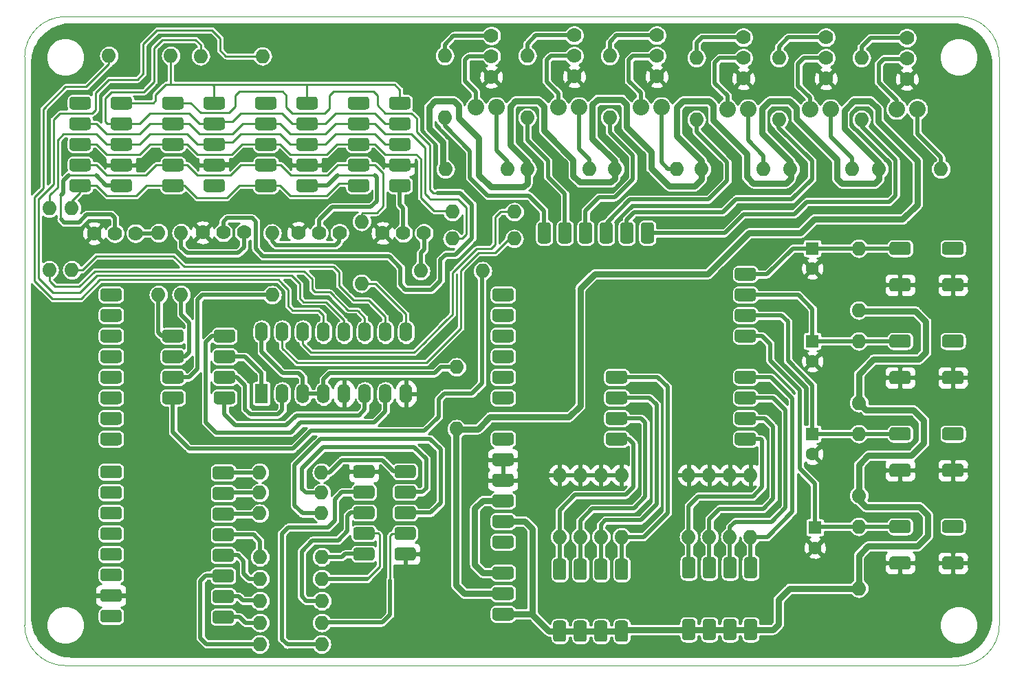
<source format=gbr>
G04 #@! TF.GenerationSoftware,KiCad,Pcbnew,(5.1.4)-1*
G04 #@! TF.CreationDate,2019-10-17T12:58:36+02:00*
G04 #@! TF.ProjectId,entrenador_v1,656e7472-656e-4616-946f-725f76312e6b,rev?*
G04 #@! TF.SameCoordinates,Original*
G04 #@! TF.FileFunction,Copper,L2,Bot*
G04 #@! TF.FilePolarity,Positive*
%FSLAX46Y46*%
G04 Gerber Fmt 4.6, Leading zero omitted, Abs format (unit mm)*
G04 Created by KiCad (PCBNEW (5.1.4)-1) date 2019-10-17 12:58:36*
%MOMM*%
%LPD*%
G04 APERTURE LIST*
%ADD10C,0.050000*%
%ADD11C,2.032000*%
%ADD12C,1.778000*%
%ADD13O,1.778000X1.778000*%
%ADD14R,1.600000X2.400000*%
%ADD15O,1.600000X2.400000*%
%ADD16C,0.100000*%
%ADD17C,1.600000*%
%ADD18R,1.600000X1.600000*%
%ADD19C,0.254000*%
%ADD20C,0.508000*%
%ADD21C,0.250000*%
%ADD22C,0.762000*%
G04 APERTURE END LIST*
D10*
X77000000Y-122000000D02*
X77000000Y-52000000D01*
X192000000Y-127000000D02*
X82000000Y-127000000D01*
X197000000Y-52000000D02*
X197000000Y-122000000D01*
X82000000Y-47000000D02*
X192000000Y-47000000D01*
X82000000Y-127000000D02*
G75*
G02X77000000Y-122000000I0J5000000D01*
G01*
X77000000Y-52000000D02*
G75*
G02X82000000Y-47000000I5000000J0D01*
G01*
X192000000Y-47000000D02*
G75*
G02X197000000Y-52000000I0J-5000000D01*
G01*
X197000000Y-122000000D02*
G75*
G02X192000000Y-127000000I-5000000J0D01*
G01*
D11*
X155385000Y-58166000D03*
X152845000Y-58166000D03*
X186900000Y-58410000D03*
X184360000Y-58410000D03*
X145225000Y-58166000D03*
X142685000Y-58166000D03*
X176213000Y-58420000D03*
X173673000Y-58420000D03*
X166053000Y-58420000D03*
X163513000Y-58420000D03*
X135065000Y-58166000D03*
X132525000Y-58166000D03*
D12*
X154820000Y-54376000D03*
X154820000Y-49296000D03*
X154820000Y-51836000D03*
X185620000Y-54700000D03*
X185620000Y-49620000D03*
X185620000Y-52160000D03*
X144660000Y-54376000D03*
X144660000Y-49296000D03*
X144660000Y-51836000D03*
X175648000Y-54630000D03*
X175648000Y-49550000D03*
X175648000Y-52090000D03*
X165488000Y-54630000D03*
X165488000Y-49550000D03*
X165488000Y-52090000D03*
X134460000Y-54430000D03*
X134460000Y-49350000D03*
X134460000Y-51890000D03*
X121081800Y-73685400D03*
X126161800Y-73685400D03*
X123621800Y-73685400D03*
X110693200Y-73660000D03*
X115773200Y-73660000D03*
X113233200Y-73660000D03*
X98907600Y-73609200D03*
X103987600Y-73609200D03*
X101447600Y-73609200D03*
D13*
X125755400Y-78333600D03*
X133375400Y-78333600D03*
X107467400Y-73685400D03*
X107467400Y-81305400D03*
X96266000Y-73660000D03*
X96266000Y-81280000D03*
X93472000Y-73660000D03*
X93472000Y-81280000D03*
X150495000Y-103505000D03*
X150495000Y-111125000D03*
X166370000Y-103505000D03*
X166370000Y-111125000D03*
X147955000Y-103505000D03*
X147955000Y-111125000D03*
X163830000Y-103505000D03*
X163830000Y-111125000D03*
X145415000Y-103505000D03*
X145415000Y-111125000D03*
X161290000Y-103505000D03*
X161290000Y-111125000D03*
X142875000Y-103505000D03*
X142875000Y-111125000D03*
X158750000Y-103505000D03*
X158750000Y-111125000D03*
X179705000Y-75565000D03*
X179705000Y-83185000D03*
X179705000Y-86995000D03*
X179705000Y-94615000D03*
X179705000Y-98425000D03*
X179705000Y-106045000D03*
X179705000Y-109855000D03*
X179705000Y-117475000D03*
X128715000Y-59436000D03*
X128715000Y-51816000D03*
X136420000Y-65800000D03*
X128800000Y-65800000D03*
X159703000Y-59690000D03*
X159703000Y-52070000D03*
X167958000Y-65786000D03*
X160338000Y-65786000D03*
X169863000Y-59690000D03*
X169863000Y-52070000D03*
X138875000Y-59436000D03*
X138875000Y-51816000D03*
X178880000Y-65786000D03*
X171260000Y-65786000D03*
X146495000Y-65786000D03*
X138875000Y-65786000D03*
X180023000Y-59690000D03*
X180023000Y-52070000D03*
X149035000Y-59436000D03*
X149035000Y-51816000D03*
X189802000Y-65786000D03*
X182182000Y-65786000D03*
X157290000Y-65786000D03*
X149670000Y-65786000D03*
X113538000Y-103200200D03*
X105918000Y-103200200D03*
X113538000Y-105664000D03*
X105918000Y-105664000D03*
X113538000Y-108229400D03*
X105918000Y-108229400D03*
X113588800Y-113614200D03*
X105968800Y-113614200D03*
X113588800Y-116306600D03*
X105968800Y-116306600D03*
X113563400Y-124358400D03*
X105943400Y-124358400D03*
X113588800Y-119024400D03*
X105968800Y-119024400D03*
X113588800Y-121716800D03*
X105968800Y-121716800D03*
X94996000Y-51816000D03*
X87376000Y-51816000D03*
X98660000Y-51860000D03*
X106280000Y-51860000D03*
X80035400Y-70612000D03*
X80035400Y-78232000D03*
X118491000Y-72263000D03*
X118491000Y-79883000D03*
X129641600Y-74371200D03*
X137261600Y-74371200D03*
X129667000Y-71069200D03*
X137287000Y-71069200D03*
X82804000Y-70612000D03*
X82804000Y-78232000D03*
X130175000Y-97815400D03*
X130175000Y-90195400D03*
D12*
X85572600Y-73710800D03*
X90652600Y-73710800D03*
X88112600Y-73710800D03*
D14*
X106172000Y-93472000D03*
D15*
X123952000Y-85852000D03*
X108712000Y-93472000D03*
X121412000Y-85852000D03*
X111252000Y-93472000D03*
X118872000Y-85852000D03*
X113792000Y-93472000D03*
X116332000Y-85852000D03*
X116332000Y-93472000D03*
X113792000Y-85852000D03*
X118872000Y-93472000D03*
X111252000Y-85852000D03*
X121412000Y-93472000D03*
X108712000Y-85852000D03*
X123952000Y-93472000D03*
X106172000Y-85852000D03*
D16*
G36*
X185732207Y-90696926D02*
G01*
X185771036Y-90702686D01*
X185809114Y-90712224D01*
X185846073Y-90725448D01*
X185881559Y-90742231D01*
X185915228Y-90762412D01*
X185946757Y-90785796D01*
X185975843Y-90812157D01*
X186002204Y-90841243D01*
X186025588Y-90872772D01*
X186045769Y-90906441D01*
X186062552Y-90941927D01*
X186075776Y-90978886D01*
X186085314Y-91016964D01*
X186091074Y-91055793D01*
X186093000Y-91095000D01*
X186093000Y-91895000D01*
X186091074Y-91934207D01*
X186085314Y-91973036D01*
X186075776Y-92011114D01*
X186062552Y-92048073D01*
X186045769Y-92083559D01*
X186025588Y-92117228D01*
X186002204Y-92148757D01*
X185975843Y-92177843D01*
X185946757Y-92204204D01*
X185915228Y-92227588D01*
X185881559Y-92247769D01*
X185846073Y-92264552D01*
X185809114Y-92277776D01*
X185771036Y-92287314D01*
X185732207Y-92293074D01*
X185693000Y-92295000D01*
X183877000Y-92295000D01*
X183837793Y-92293074D01*
X183798964Y-92287314D01*
X183760886Y-92277776D01*
X183723927Y-92264552D01*
X183688441Y-92247769D01*
X183654772Y-92227588D01*
X183623243Y-92204204D01*
X183594157Y-92177843D01*
X183567796Y-92148757D01*
X183544412Y-92117228D01*
X183524231Y-92083559D01*
X183507448Y-92048073D01*
X183494224Y-92011114D01*
X183484686Y-91973036D01*
X183478926Y-91934207D01*
X183477000Y-91895000D01*
X183477000Y-91095000D01*
X183478926Y-91055793D01*
X183484686Y-91016964D01*
X183494224Y-90978886D01*
X183507448Y-90941927D01*
X183524231Y-90906441D01*
X183544412Y-90872772D01*
X183567796Y-90841243D01*
X183594157Y-90812157D01*
X183623243Y-90785796D01*
X183654772Y-90762412D01*
X183688441Y-90742231D01*
X183723927Y-90725448D01*
X183760886Y-90712224D01*
X183798964Y-90702686D01*
X183837793Y-90696926D01*
X183877000Y-90695000D01*
X185693000Y-90695000D01*
X185732207Y-90696926D01*
X185732207Y-90696926D01*
G37*
D17*
X184785000Y-91495000D03*
D16*
G36*
X185732207Y-86196926D02*
G01*
X185771036Y-86202686D01*
X185809114Y-86212224D01*
X185846073Y-86225448D01*
X185881559Y-86242231D01*
X185915228Y-86262412D01*
X185946757Y-86285796D01*
X185975843Y-86312157D01*
X186002204Y-86341243D01*
X186025588Y-86372772D01*
X186045769Y-86406441D01*
X186062552Y-86441927D01*
X186075776Y-86478886D01*
X186085314Y-86516964D01*
X186091074Y-86555793D01*
X186093000Y-86595000D01*
X186093000Y-87395000D01*
X186091074Y-87434207D01*
X186085314Y-87473036D01*
X186075776Y-87511114D01*
X186062552Y-87548073D01*
X186045769Y-87583559D01*
X186025588Y-87617228D01*
X186002204Y-87648757D01*
X185975843Y-87677843D01*
X185946757Y-87704204D01*
X185915228Y-87727588D01*
X185881559Y-87747769D01*
X185846073Y-87764552D01*
X185809114Y-87777776D01*
X185771036Y-87787314D01*
X185732207Y-87793074D01*
X185693000Y-87795000D01*
X183877000Y-87795000D01*
X183837793Y-87793074D01*
X183798964Y-87787314D01*
X183760886Y-87777776D01*
X183723927Y-87764552D01*
X183688441Y-87747769D01*
X183654772Y-87727588D01*
X183623243Y-87704204D01*
X183594157Y-87677843D01*
X183567796Y-87648757D01*
X183544412Y-87617228D01*
X183524231Y-87583559D01*
X183507448Y-87548073D01*
X183494224Y-87511114D01*
X183484686Y-87473036D01*
X183478926Y-87434207D01*
X183477000Y-87395000D01*
X183477000Y-86595000D01*
X183478926Y-86555793D01*
X183484686Y-86516964D01*
X183494224Y-86478886D01*
X183507448Y-86441927D01*
X183524231Y-86406441D01*
X183544412Y-86372772D01*
X183567796Y-86341243D01*
X183594157Y-86312157D01*
X183623243Y-86285796D01*
X183654772Y-86262412D01*
X183688441Y-86242231D01*
X183723927Y-86225448D01*
X183760886Y-86212224D01*
X183798964Y-86202686D01*
X183837793Y-86196926D01*
X183877000Y-86195000D01*
X185693000Y-86195000D01*
X185732207Y-86196926D01*
X185732207Y-86196926D01*
G37*
D17*
X184785000Y-86995000D03*
D16*
G36*
X192232207Y-90696926D02*
G01*
X192271036Y-90702686D01*
X192309114Y-90712224D01*
X192346073Y-90725448D01*
X192381559Y-90742231D01*
X192415228Y-90762412D01*
X192446757Y-90785796D01*
X192475843Y-90812157D01*
X192502204Y-90841243D01*
X192525588Y-90872772D01*
X192545769Y-90906441D01*
X192562552Y-90941927D01*
X192575776Y-90978886D01*
X192585314Y-91016964D01*
X192591074Y-91055793D01*
X192593000Y-91095000D01*
X192593000Y-91895000D01*
X192591074Y-91934207D01*
X192585314Y-91973036D01*
X192575776Y-92011114D01*
X192562552Y-92048073D01*
X192545769Y-92083559D01*
X192525588Y-92117228D01*
X192502204Y-92148757D01*
X192475843Y-92177843D01*
X192446757Y-92204204D01*
X192415228Y-92227588D01*
X192381559Y-92247769D01*
X192346073Y-92264552D01*
X192309114Y-92277776D01*
X192271036Y-92287314D01*
X192232207Y-92293074D01*
X192193000Y-92295000D01*
X190377000Y-92295000D01*
X190337793Y-92293074D01*
X190298964Y-92287314D01*
X190260886Y-92277776D01*
X190223927Y-92264552D01*
X190188441Y-92247769D01*
X190154772Y-92227588D01*
X190123243Y-92204204D01*
X190094157Y-92177843D01*
X190067796Y-92148757D01*
X190044412Y-92117228D01*
X190024231Y-92083559D01*
X190007448Y-92048073D01*
X189994224Y-92011114D01*
X189984686Y-91973036D01*
X189978926Y-91934207D01*
X189977000Y-91895000D01*
X189977000Y-91095000D01*
X189978926Y-91055793D01*
X189984686Y-91016964D01*
X189994224Y-90978886D01*
X190007448Y-90941927D01*
X190024231Y-90906441D01*
X190044412Y-90872772D01*
X190067796Y-90841243D01*
X190094157Y-90812157D01*
X190123243Y-90785796D01*
X190154772Y-90762412D01*
X190188441Y-90742231D01*
X190223927Y-90725448D01*
X190260886Y-90712224D01*
X190298964Y-90702686D01*
X190337793Y-90696926D01*
X190377000Y-90695000D01*
X192193000Y-90695000D01*
X192232207Y-90696926D01*
X192232207Y-90696926D01*
G37*
D17*
X191285000Y-91495000D03*
D16*
G36*
X192232207Y-86196926D02*
G01*
X192271036Y-86202686D01*
X192309114Y-86212224D01*
X192346073Y-86225448D01*
X192381559Y-86242231D01*
X192415228Y-86262412D01*
X192446757Y-86285796D01*
X192475843Y-86312157D01*
X192502204Y-86341243D01*
X192525588Y-86372772D01*
X192545769Y-86406441D01*
X192562552Y-86441927D01*
X192575776Y-86478886D01*
X192585314Y-86516964D01*
X192591074Y-86555793D01*
X192593000Y-86595000D01*
X192593000Y-87395000D01*
X192591074Y-87434207D01*
X192585314Y-87473036D01*
X192575776Y-87511114D01*
X192562552Y-87548073D01*
X192545769Y-87583559D01*
X192525588Y-87617228D01*
X192502204Y-87648757D01*
X192475843Y-87677843D01*
X192446757Y-87704204D01*
X192415228Y-87727588D01*
X192381559Y-87747769D01*
X192346073Y-87764552D01*
X192309114Y-87777776D01*
X192271036Y-87787314D01*
X192232207Y-87793074D01*
X192193000Y-87795000D01*
X190377000Y-87795000D01*
X190337793Y-87793074D01*
X190298964Y-87787314D01*
X190260886Y-87777776D01*
X190223927Y-87764552D01*
X190188441Y-87747769D01*
X190154772Y-87727588D01*
X190123243Y-87704204D01*
X190094157Y-87677843D01*
X190067796Y-87648757D01*
X190044412Y-87617228D01*
X190024231Y-87583559D01*
X190007448Y-87548073D01*
X189994224Y-87511114D01*
X189984686Y-87473036D01*
X189978926Y-87434207D01*
X189977000Y-87395000D01*
X189977000Y-86595000D01*
X189978926Y-86555793D01*
X189984686Y-86516964D01*
X189994224Y-86478886D01*
X190007448Y-86441927D01*
X190024231Y-86406441D01*
X190044412Y-86372772D01*
X190067796Y-86341243D01*
X190094157Y-86312157D01*
X190123243Y-86285796D01*
X190154772Y-86262412D01*
X190188441Y-86242231D01*
X190223927Y-86225448D01*
X190260886Y-86212224D01*
X190298964Y-86202686D01*
X190337793Y-86196926D01*
X190377000Y-86195000D01*
X192193000Y-86195000D01*
X192232207Y-86196926D01*
X192232207Y-86196926D01*
G37*
D17*
X191285000Y-86995000D03*
D16*
G36*
X166682207Y-98261926D02*
G01*
X166721036Y-98267686D01*
X166759114Y-98277224D01*
X166796073Y-98290448D01*
X166831559Y-98307231D01*
X166865228Y-98327412D01*
X166896757Y-98350796D01*
X166925843Y-98377157D01*
X166952204Y-98406243D01*
X166975588Y-98437772D01*
X166995769Y-98471441D01*
X167012552Y-98506927D01*
X167025776Y-98543886D01*
X167035314Y-98581964D01*
X167041074Y-98620793D01*
X167043000Y-98660000D01*
X167043000Y-99460000D01*
X167041074Y-99499207D01*
X167035314Y-99538036D01*
X167025776Y-99576114D01*
X167012552Y-99613073D01*
X166995769Y-99648559D01*
X166975588Y-99682228D01*
X166952204Y-99713757D01*
X166925843Y-99742843D01*
X166896757Y-99769204D01*
X166865228Y-99792588D01*
X166831559Y-99812769D01*
X166796073Y-99829552D01*
X166759114Y-99842776D01*
X166721036Y-99852314D01*
X166682207Y-99858074D01*
X166643000Y-99860000D01*
X164827000Y-99860000D01*
X164787793Y-99858074D01*
X164748964Y-99852314D01*
X164710886Y-99842776D01*
X164673927Y-99829552D01*
X164638441Y-99812769D01*
X164604772Y-99792588D01*
X164573243Y-99769204D01*
X164544157Y-99742843D01*
X164517796Y-99713757D01*
X164494412Y-99682228D01*
X164474231Y-99648559D01*
X164457448Y-99613073D01*
X164444224Y-99576114D01*
X164434686Y-99538036D01*
X164428926Y-99499207D01*
X164427000Y-99460000D01*
X164427000Y-98660000D01*
X164428926Y-98620793D01*
X164434686Y-98581964D01*
X164444224Y-98543886D01*
X164457448Y-98506927D01*
X164474231Y-98471441D01*
X164494412Y-98437772D01*
X164517796Y-98406243D01*
X164544157Y-98377157D01*
X164573243Y-98350796D01*
X164604772Y-98327412D01*
X164638441Y-98307231D01*
X164673927Y-98290448D01*
X164710886Y-98277224D01*
X164748964Y-98267686D01*
X164787793Y-98261926D01*
X164827000Y-98260000D01*
X166643000Y-98260000D01*
X166682207Y-98261926D01*
X166682207Y-98261926D01*
G37*
D17*
X165735000Y-99060000D03*
D16*
G36*
X166682207Y-95721926D02*
G01*
X166721036Y-95727686D01*
X166759114Y-95737224D01*
X166796073Y-95750448D01*
X166831559Y-95767231D01*
X166865228Y-95787412D01*
X166896757Y-95810796D01*
X166925843Y-95837157D01*
X166952204Y-95866243D01*
X166975588Y-95897772D01*
X166995769Y-95931441D01*
X167012552Y-95966927D01*
X167025776Y-96003886D01*
X167035314Y-96041964D01*
X167041074Y-96080793D01*
X167043000Y-96120000D01*
X167043000Y-96920000D01*
X167041074Y-96959207D01*
X167035314Y-96998036D01*
X167025776Y-97036114D01*
X167012552Y-97073073D01*
X166995769Y-97108559D01*
X166975588Y-97142228D01*
X166952204Y-97173757D01*
X166925843Y-97202843D01*
X166896757Y-97229204D01*
X166865228Y-97252588D01*
X166831559Y-97272769D01*
X166796073Y-97289552D01*
X166759114Y-97302776D01*
X166721036Y-97312314D01*
X166682207Y-97318074D01*
X166643000Y-97320000D01*
X164827000Y-97320000D01*
X164787793Y-97318074D01*
X164748964Y-97312314D01*
X164710886Y-97302776D01*
X164673927Y-97289552D01*
X164638441Y-97272769D01*
X164604772Y-97252588D01*
X164573243Y-97229204D01*
X164544157Y-97202843D01*
X164517796Y-97173757D01*
X164494412Y-97142228D01*
X164474231Y-97108559D01*
X164457448Y-97073073D01*
X164444224Y-97036114D01*
X164434686Y-96998036D01*
X164428926Y-96959207D01*
X164427000Y-96920000D01*
X164427000Y-96120000D01*
X164428926Y-96080793D01*
X164434686Y-96041964D01*
X164444224Y-96003886D01*
X164457448Y-95966927D01*
X164474231Y-95931441D01*
X164494412Y-95897772D01*
X164517796Y-95866243D01*
X164544157Y-95837157D01*
X164573243Y-95810796D01*
X164604772Y-95787412D01*
X164638441Y-95767231D01*
X164673927Y-95750448D01*
X164710886Y-95737224D01*
X164748964Y-95727686D01*
X164787793Y-95721926D01*
X164827000Y-95720000D01*
X166643000Y-95720000D01*
X166682207Y-95721926D01*
X166682207Y-95721926D01*
G37*
D17*
X165735000Y-96520000D03*
D16*
G36*
X166682207Y-93181926D02*
G01*
X166721036Y-93187686D01*
X166759114Y-93197224D01*
X166796073Y-93210448D01*
X166831559Y-93227231D01*
X166865228Y-93247412D01*
X166896757Y-93270796D01*
X166925843Y-93297157D01*
X166952204Y-93326243D01*
X166975588Y-93357772D01*
X166995769Y-93391441D01*
X167012552Y-93426927D01*
X167025776Y-93463886D01*
X167035314Y-93501964D01*
X167041074Y-93540793D01*
X167043000Y-93580000D01*
X167043000Y-94380000D01*
X167041074Y-94419207D01*
X167035314Y-94458036D01*
X167025776Y-94496114D01*
X167012552Y-94533073D01*
X166995769Y-94568559D01*
X166975588Y-94602228D01*
X166952204Y-94633757D01*
X166925843Y-94662843D01*
X166896757Y-94689204D01*
X166865228Y-94712588D01*
X166831559Y-94732769D01*
X166796073Y-94749552D01*
X166759114Y-94762776D01*
X166721036Y-94772314D01*
X166682207Y-94778074D01*
X166643000Y-94780000D01*
X164827000Y-94780000D01*
X164787793Y-94778074D01*
X164748964Y-94772314D01*
X164710886Y-94762776D01*
X164673927Y-94749552D01*
X164638441Y-94732769D01*
X164604772Y-94712588D01*
X164573243Y-94689204D01*
X164544157Y-94662843D01*
X164517796Y-94633757D01*
X164494412Y-94602228D01*
X164474231Y-94568559D01*
X164457448Y-94533073D01*
X164444224Y-94496114D01*
X164434686Y-94458036D01*
X164428926Y-94419207D01*
X164427000Y-94380000D01*
X164427000Y-93580000D01*
X164428926Y-93540793D01*
X164434686Y-93501964D01*
X164444224Y-93463886D01*
X164457448Y-93426927D01*
X164474231Y-93391441D01*
X164494412Y-93357772D01*
X164517796Y-93326243D01*
X164544157Y-93297157D01*
X164573243Y-93270796D01*
X164604772Y-93247412D01*
X164638441Y-93227231D01*
X164673927Y-93210448D01*
X164710886Y-93197224D01*
X164748964Y-93187686D01*
X164787793Y-93181926D01*
X164827000Y-93180000D01*
X166643000Y-93180000D01*
X166682207Y-93181926D01*
X166682207Y-93181926D01*
G37*
D17*
X165735000Y-93980000D03*
D16*
G36*
X166682207Y-90641926D02*
G01*
X166721036Y-90647686D01*
X166759114Y-90657224D01*
X166796073Y-90670448D01*
X166831559Y-90687231D01*
X166865228Y-90707412D01*
X166896757Y-90730796D01*
X166925843Y-90757157D01*
X166952204Y-90786243D01*
X166975588Y-90817772D01*
X166995769Y-90851441D01*
X167012552Y-90886927D01*
X167025776Y-90923886D01*
X167035314Y-90961964D01*
X167041074Y-91000793D01*
X167043000Y-91040000D01*
X167043000Y-91840000D01*
X167041074Y-91879207D01*
X167035314Y-91918036D01*
X167025776Y-91956114D01*
X167012552Y-91993073D01*
X166995769Y-92028559D01*
X166975588Y-92062228D01*
X166952204Y-92093757D01*
X166925843Y-92122843D01*
X166896757Y-92149204D01*
X166865228Y-92172588D01*
X166831559Y-92192769D01*
X166796073Y-92209552D01*
X166759114Y-92222776D01*
X166721036Y-92232314D01*
X166682207Y-92238074D01*
X166643000Y-92240000D01*
X164827000Y-92240000D01*
X164787793Y-92238074D01*
X164748964Y-92232314D01*
X164710886Y-92222776D01*
X164673927Y-92209552D01*
X164638441Y-92192769D01*
X164604772Y-92172588D01*
X164573243Y-92149204D01*
X164544157Y-92122843D01*
X164517796Y-92093757D01*
X164494412Y-92062228D01*
X164474231Y-92028559D01*
X164457448Y-91993073D01*
X164444224Y-91956114D01*
X164434686Y-91918036D01*
X164428926Y-91879207D01*
X164427000Y-91840000D01*
X164427000Y-91040000D01*
X164428926Y-91000793D01*
X164434686Y-90961964D01*
X164444224Y-90923886D01*
X164457448Y-90886927D01*
X164474231Y-90851441D01*
X164494412Y-90817772D01*
X164517796Y-90786243D01*
X164544157Y-90757157D01*
X164573243Y-90730796D01*
X164604772Y-90707412D01*
X164638441Y-90687231D01*
X164673927Y-90670448D01*
X164710886Y-90657224D01*
X164748964Y-90647686D01*
X164787793Y-90641926D01*
X164827000Y-90640000D01*
X166643000Y-90640000D01*
X166682207Y-90641926D01*
X166682207Y-90641926D01*
G37*
D17*
X165735000Y-91440000D03*
D16*
G36*
X185732207Y-113556926D02*
G01*
X185771036Y-113562686D01*
X185809114Y-113572224D01*
X185846073Y-113585448D01*
X185881559Y-113602231D01*
X185915228Y-113622412D01*
X185946757Y-113645796D01*
X185975843Y-113672157D01*
X186002204Y-113701243D01*
X186025588Y-113732772D01*
X186045769Y-113766441D01*
X186062552Y-113801927D01*
X186075776Y-113838886D01*
X186085314Y-113876964D01*
X186091074Y-113915793D01*
X186093000Y-113955000D01*
X186093000Y-114755000D01*
X186091074Y-114794207D01*
X186085314Y-114833036D01*
X186075776Y-114871114D01*
X186062552Y-114908073D01*
X186045769Y-114943559D01*
X186025588Y-114977228D01*
X186002204Y-115008757D01*
X185975843Y-115037843D01*
X185946757Y-115064204D01*
X185915228Y-115087588D01*
X185881559Y-115107769D01*
X185846073Y-115124552D01*
X185809114Y-115137776D01*
X185771036Y-115147314D01*
X185732207Y-115153074D01*
X185693000Y-115155000D01*
X183877000Y-115155000D01*
X183837793Y-115153074D01*
X183798964Y-115147314D01*
X183760886Y-115137776D01*
X183723927Y-115124552D01*
X183688441Y-115107769D01*
X183654772Y-115087588D01*
X183623243Y-115064204D01*
X183594157Y-115037843D01*
X183567796Y-115008757D01*
X183544412Y-114977228D01*
X183524231Y-114943559D01*
X183507448Y-114908073D01*
X183494224Y-114871114D01*
X183484686Y-114833036D01*
X183478926Y-114794207D01*
X183477000Y-114755000D01*
X183477000Y-113955000D01*
X183478926Y-113915793D01*
X183484686Y-113876964D01*
X183494224Y-113838886D01*
X183507448Y-113801927D01*
X183524231Y-113766441D01*
X183544412Y-113732772D01*
X183567796Y-113701243D01*
X183594157Y-113672157D01*
X183623243Y-113645796D01*
X183654772Y-113622412D01*
X183688441Y-113602231D01*
X183723927Y-113585448D01*
X183760886Y-113572224D01*
X183798964Y-113562686D01*
X183837793Y-113556926D01*
X183877000Y-113555000D01*
X185693000Y-113555000D01*
X185732207Y-113556926D01*
X185732207Y-113556926D01*
G37*
D17*
X184785000Y-114355000D03*
D16*
G36*
X185732207Y-109056926D02*
G01*
X185771036Y-109062686D01*
X185809114Y-109072224D01*
X185846073Y-109085448D01*
X185881559Y-109102231D01*
X185915228Y-109122412D01*
X185946757Y-109145796D01*
X185975843Y-109172157D01*
X186002204Y-109201243D01*
X186025588Y-109232772D01*
X186045769Y-109266441D01*
X186062552Y-109301927D01*
X186075776Y-109338886D01*
X186085314Y-109376964D01*
X186091074Y-109415793D01*
X186093000Y-109455000D01*
X186093000Y-110255000D01*
X186091074Y-110294207D01*
X186085314Y-110333036D01*
X186075776Y-110371114D01*
X186062552Y-110408073D01*
X186045769Y-110443559D01*
X186025588Y-110477228D01*
X186002204Y-110508757D01*
X185975843Y-110537843D01*
X185946757Y-110564204D01*
X185915228Y-110587588D01*
X185881559Y-110607769D01*
X185846073Y-110624552D01*
X185809114Y-110637776D01*
X185771036Y-110647314D01*
X185732207Y-110653074D01*
X185693000Y-110655000D01*
X183877000Y-110655000D01*
X183837793Y-110653074D01*
X183798964Y-110647314D01*
X183760886Y-110637776D01*
X183723927Y-110624552D01*
X183688441Y-110607769D01*
X183654772Y-110587588D01*
X183623243Y-110564204D01*
X183594157Y-110537843D01*
X183567796Y-110508757D01*
X183544412Y-110477228D01*
X183524231Y-110443559D01*
X183507448Y-110408073D01*
X183494224Y-110371114D01*
X183484686Y-110333036D01*
X183478926Y-110294207D01*
X183477000Y-110255000D01*
X183477000Y-109455000D01*
X183478926Y-109415793D01*
X183484686Y-109376964D01*
X183494224Y-109338886D01*
X183507448Y-109301927D01*
X183524231Y-109266441D01*
X183544412Y-109232772D01*
X183567796Y-109201243D01*
X183594157Y-109172157D01*
X183623243Y-109145796D01*
X183654772Y-109122412D01*
X183688441Y-109102231D01*
X183723927Y-109085448D01*
X183760886Y-109072224D01*
X183798964Y-109062686D01*
X183837793Y-109056926D01*
X183877000Y-109055000D01*
X185693000Y-109055000D01*
X185732207Y-109056926D01*
X185732207Y-109056926D01*
G37*
D17*
X184785000Y-109855000D03*
D16*
G36*
X192232207Y-113556926D02*
G01*
X192271036Y-113562686D01*
X192309114Y-113572224D01*
X192346073Y-113585448D01*
X192381559Y-113602231D01*
X192415228Y-113622412D01*
X192446757Y-113645796D01*
X192475843Y-113672157D01*
X192502204Y-113701243D01*
X192525588Y-113732772D01*
X192545769Y-113766441D01*
X192562552Y-113801927D01*
X192575776Y-113838886D01*
X192585314Y-113876964D01*
X192591074Y-113915793D01*
X192593000Y-113955000D01*
X192593000Y-114755000D01*
X192591074Y-114794207D01*
X192585314Y-114833036D01*
X192575776Y-114871114D01*
X192562552Y-114908073D01*
X192545769Y-114943559D01*
X192525588Y-114977228D01*
X192502204Y-115008757D01*
X192475843Y-115037843D01*
X192446757Y-115064204D01*
X192415228Y-115087588D01*
X192381559Y-115107769D01*
X192346073Y-115124552D01*
X192309114Y-115137776D01*
X192271036Y-115147314D01*
X192232207Y-115153074D01*
X192193000Y-115155000D01*
X190377000Y-115155000D01*
X190337793Y-115153074D01*
X190298964Y-115147314D01*
X190260886Y-115137776D01*
X190223927Y-115124552D01*
X190188441Y-115107769D01*
X190154772Y-115087588D01*
X190123243Y-115064204D01*
X190094157Y-115037843D01*
X190067796Y-115008757D01*
X190044412Y-114977228D01*
X190024231Y-114943559D01*
X190007448Y-114908073D01*
X189994224Y-114871114D01*
X189984686Y-114833036D01*
X189978926Y-114794207D01*
X189977000Y-114755000D01*
X189977000Y-113955000D01*
X189978926Y-113915793D01*
X189984686Y-113876964D01*
X189994224Y-113838886D01*
X190007448Y-113801927D01*
X190024231Y-113766441D01*
X190044412Y-113732772D01*
X190067796Y-113701243D01*
X190094157Y-113672157D01*
X190123243Y-113645796D01*
X190154772Y-113622412D01*
X190188441Y-113602231D01*
X190223927Y-113585448D01*
X190260886Y-113572224D01*
X190298964Y-113562686D01*
X190337793Y-113556926D01*
X190377000Y-113555000D01*
X192193000Y-113555000D01*
X192232207Y-113556926D01*
X192232207Y-113556926D01*
G37*
D17*
X191285000Y-114355000D03*
D16*
G36*
X192232207Y-109056926D02*
G01*
X192271036Y-109062686D01*
X192309114Y-109072224D01*
X192346073Y-109085448D01*
X192381559Y-109102231D01*
X192415228Y-109122412D01*
X192446757Y-109145796D01*
X192475843Y-109172157D01*
X192502204Y-109201243D01*
X192525588Y-109232772D01*
X192545769Y-109266441D01*
X192562552Y-109301927D01*
X192575776Y-109338886D01*
X192585314Y-109376964D01*
X192591074Y-109415793D01*
X192593000Y-109455000D01*
X192593000Y-110255000D01*
X192591074Y-110294207D01*
X192585314Y-110333036D01*
X192575776Y-110371114D01*
X192562552Y-110408073D01*
X192545769Y-110443559D01*
X192525588Y-110477228D01*
X192502204Y-110508757D01*
X192475843Y-110537843D01*
X192446757Y-110564204D01*
X192415228Y-110587588D01*
X192381559Y-110607769D01*
X192346073Y-110624552D01*
X192309114Y-110637776D01*
X192271036Y-110647314D01*
X192232207Y-110653074D01*
X192193000Y-110655000D01*
X190377000Y-110655000D01*
X190337793Y-110653074D01*
X190298964Y-110647314D01*
X190260886Y-110637776D01*
X190223927Y-110624552D01*
X190188441Y-110607769D01*
X190154772Y-110587588D01*
X190123243Y-110564204D01*
X190094157Y-110537843D01*
X190067796Y-110508757D01*
X190044412Y-110477228D01*
X190024231Y-110443559D01*
X190007448Y-110408073D01*
X189994224Y-110371114D01*
X189984686Y-110333036D01*
X189978926Y-110294207D01*
X189977000Y-110255000D01*
X189977000Y-109455000D01*
X189978926Y-109415793D01*
X189984686Y-109376964D01*
X189994224Y-109338886D01*
X190007448Y-109301927D01*
X190024231Y-109266441D01*
X190044412Y-109232772D01*
X190067796Y-109201243D01*
X190094157Y-109172157D01*
X190123243Y-109145796D01*
X190154772Y-109122412D01*
X190188441Y-109102231D01*
X190223927Y-109085448D01*
X190260886Y-109072224D01*
X190298964Y-109062686D01*
X190337793Y-109056926D01*
X190377000Y-109055000D01*
X192193000Y-109055000D01*
X192232207Y-109056926D01*
X192232207Y-109056926D01*
G37*
D17*
X191285000Y-109855000D03*
D16*
G36*
X192232207Y-97626926D02*
G01*
X192271036Y-97632686D01*
X192309114Y-97642224D01*
X192346073Y-97655448D01*
X192381559Y-97672231D01*
X192415228Y-97692412D01*
X192446757Y-97715796D01*
X192475843Y-97742157D01*
X192502204Y-97771243D01*
X192525588Y-97802772D01*
X192545769Y-97836441D01*
X192562552Y-97871927D01*
X192575776Y-97908886D01*
X192585314Y-97946964D01*
X192591074Y-97985793D01*
X192593000Y-98025000D01*
X192593000Y-98825000D01*
X192591074Y-98864207D01*
X192585314Y-98903036D01*
X192575776Y-98941114D01*
X192562552Y-98978073D01*
X192545769Y-99013559D01*
X192525588Y-99047228D01*
X192502204Y-99078757D01*
X192475843Y-99107843D01*
X192446757Y-99134204D01*
X192415228Y-99157588D01*
X192381559Y-99177769D01*
X192346073Y-99194552D01*
X192309114Y-99207776D01*
X192271036Y-99217314D01*
X192232207Y-99223074D01*
X192193000Y-99225000D01*
X190377000Y-99225000D01*
X190337793Y-99223074D01*
X190298964Y-99217314D01*
X190260886Y-99207776D01*
X190223927Y-99194552D01*
X190188441Y-99177769D01*
X190154772Y-99157588D01*
X190123243Y-99134204D01*
X190094157Y-99107843D01*
X190067796Y-99078757D01*
X190044412Y-99047228D01*
X190024231Y-99013559D01*
X190007448Y-98978073D01*
X189994224Y-98941114D01*
X189984686Y-98903036D01*
X189978926Y-98864207D01*
X189977000Y-98825000D01*
X189977000Y-98025000D01*
X189978926Y-97985793D01*
X189984686Y-97946964D01*
X189994224Y-97908886D01*
X190007448Y-97871927D01*
X190024231Y-97836441D01*
X190044412Y-97802772D01*
X190067796Y-97771243D01*
X190094157Y-97742157D01*
X190123243Y-97715796D01*
X190154772Y-97692412D01*
X190188441Y-97672231D01*
X190223927Y-97655448D01*
X190260886Y-97642224D01*
X190298964Y-97632686D01*
X190337793Y-97626926D01*
X190377000Y-97625000D01*
X192193000Y-97625000D01*
X192232207Y-97626926D01*
X192232207Y-97626926D01*
G37*
D17*
X191285000Y-98425000D03*
D16*
G36*
X192232207Y-102126926D02*
G01*
X192271036Y-102132686D01*
X192309114Y-102142224D01*
X192346073Y-102155448D01*
X192381559Y-102172231D01*
X192415228Y-102192412D01*
X192446757Y-102215796D01*
X192475843Y-102242157D01*
X192502204Y-102271243D01*
X192525588Y-102302772D01*
X192545769Y-102336441D01*
X192562552Y-102371927D01*
X192575776Y-102408886D01*
X192585314Y-102446964D01*
X192591074Y-102485793D01*
X192593000Y-102525000D01*
X192593000Y-103325000D01*
X192591074Y-103364207D01*
X192585314Y-103403036D01*
X192575776Y-103441114D01*
X192562552Y-103478073D01*
X192545769Y-103513559D01*
X192525588Y-103547228D01*
X192502204Y-103578757D01*
X192475843Y-103607843D01*
X192446757Y-103634204D01*
X192415228Y-103657588D01*
X192381559Y-103677769D01*
X192346073Y-103694552D01*
X192309114Y-103707776D01*
X192271036Y-103717314D01*
X192232207Y-103723074D01*
X192193000Y-103725000D01*
X190377000Y-103725000D01*
X190337793Y-103723074D01*
X190298964Y-103717314D01*
X190260886Y-103707776D01*
X190223927Y-103694552D01*
X190188441Y-103677769D01*
X190154772Y-103657588D01*
X190123243Y-103634204D01*
X190094157Y-103607843D01*
X190067796Y-103578757D01*
X190044412Y-103547228D01*
X190024231Y-103513559D01*
X190007448Y-103478073D01*
X189994224Y-103441114D01*
X189984686Y-103403036D01*
X189978926Y-103364207D01*
X189977000Y-103325000D01*
X189977000Y-102525000D01*
X189978926Y-102485793D01*
X189984686Y-102446964D01*
X189994224Y-102408886D01*
X190007448Y-102371927D01*
X190024231Y-102336441D01*
X190044412Y-102302772D01*
X190067796Y-102271243D01*
X190094157Y-102242157D01*
X190123243Y-102215796D01*
X190154772Y-102192412D01*
X190188441Y-102172231D01*
X190223927Y-102155448D01*
X190260886Y-102142224D01*
X190298964Y-102132686D01*
X190337793Y-102126926D01*
X190377000Y-102125000D01*
X192193000Y-102125000D01*
X192232207Y-102126926D01*
X192232207Y-102126926D01*
G37*
D17*
X191285000Y-102925000D03*
D16*
G36*
X185732207Y-97626926D02*
G01*
X185771036Y-97632686D01*
X185809114Y-97642224D01*
X185846073Y-97655448D01*
X185881559Y-97672231D01*
X185915228Y-97692412D01*
X185946757Y-97715796D01*
X185975843Y-97742157D01*
X186002204Y-97771243D01*
X186025588Y-97802772D01*
X186045769Y-97836441D01*
X186062552Y-97871927D01*
X186075776Y-97908886D01*
X186085314Y-97946964D01*
X186091074Y-97985793D01*
X186093000Y-98025000D01*
X186093000Y-98825000D01*
X186091074Y-98864207D01*
X186085314Y-98903036D01*
X186075776Y-98941114D01*
X186062552Y-98978073D01*
X186045769Y-99013559D01*
X186025588Y-99047228D01*
X186002204Y-99078757D01*
X185975843Y-99107843D01*
X185946757Y-99134204D01*
X185915228Y-99157588D01*
X185881559Y-99177769D01*
X185846073Y-99194552D01*
X185809114Y-99207776D01*
X185771036Y-99217314D01*
X185732207Y-99223074D01*
X185693000Y-99225000D01*
X183877000Y-99225000D01*
X183837793Y-99223074D01*
X183798964Y-99217314D01*
X183760886Y-99207776D01*
X183723927Y-99194552D01*
X183688441Y-99177769D01*
X183654772Y-99157588D01*
X183623243Y-99134204D01*
X183594157Y-99107843D01*
X183567796Y-99078757D01*
X183544412Y-99047228D01*
X183524231Y-99013559D01*
X183507448Y-98978073D01*
X183494224Y-98941114D01*
X183484686Y-98903036D01*
X183478926Y-98864207D01*
X183477000Y-98825000D01*
X183477000Y-98025000D01*
X183478926Y-97985793D01*
X183484686Y-97946964D01*
X183494224Y-97908886D01*
X183507448Y-97871927D01*
X183524231Y-97836441D01*
X183544412Y-97802772D01*
X183567796Y-97771243D01*
X183594157Y-97742157D01*
X183623243Y-97715796D01*
X183654772Y-97692412D01*
X183688441Y-97672231D01*
X183723927Y-97655448D01*
X183760886Y-97642224D01*
X183798964Y-97632686D01*
X183837793Y-97626926D01*
X183877000Y-97625000D01*
X185693000Y-97625000D01*
X185732207Y-97626926D01*
X185732207Y-97626926D01*
G37*
D17*
X184785000Y-98425000D03*
D16*
G36*
X185732207Y-102126926D02*
G01*
X185771036Y-102132686D01*
X185809114Y-102142224D01*
X185846073Y-102155448D01*
X185881559Y-102172231D01*
X185915228Y-102192412D01*
X185946757Y-102215796D01*
X185975843Y-102242157D01*
X186002204Y-102271243D01*
X186025588Y-102302772D01*
X186045769Y-102336441D01*
X186062552Y-102371927D01*
X186075776Y-102408886D01*
X186085314Y-102446964D01*
X186091074Y-102485793D01*
X186093000Y-102525000D01*
X186093000Y-103325000D01*
X186091074Y-103364207D01*
X186085314Y-103403036D01*
X186075776Y-103441114D01*
X186062552Y-103478073D01*
X186045769Y-103513559D01*
X186025588Y-103547228D01*
X186002204Y-103578757D01*
X185975843Y-103607843D01*
X185946757Y-103634204D01*
X185915228Y-103657588D01*
X185881559Y-103677769D01*
X185846073Y-103694552D01*
X185809114Y-103707776D01*
X185771036Y-103717314D01*
X185732207Y-103723074D01*
X185693000Y-103725000D01*
X183877000Y-103725000D01*
X183837793Y-103723074D01*
X183798964Y-103717314D01*
X183760886Y-103707776D01*
X183723927Y-103694552D01*
X183688441Y-103677769D01*
X183654772Y-103657588D01*
X183623243Y-103634204D01*
X183594157Y-103607843D01*
X183567796Y-103578757D01*
X183544412Y-103547228D01*
X183524231Y-103513559D01*
X183507448Y-103478073D01*
X183494224Y-103441114D01*
X183484686Y-103403036D01*
X183478926Y-103364207D01*
X183477000Y-103325000D01*
X183477000Y-102525000D01*
X183478926Y-102485793D01*
X183484686Y-102446964D01*
X183494224Y-102408886D01*
X183507448Y-102371927D01*
X183524231Y-102336441D01*
X183544412Y-102302772D01*
X183567796Y-102271243D01*
X183594157Y-102242157D01*
X183623243Y-102215796D01*
X183654772Y-102192412D01*
X183688441Y-102172231D01*
X183723927Y-102155448D01*
X183760886Y-102142224D01*
X183798964Y-102132686D01*
X183837793Y-102126926D01*
X183877000Y-102125000D01*
X185693000Y-102125000D01*
X185732207Y-102126926D01*
X185732207Y-102126926D01*
G37*
D17*
X184785000Y-102925000D03*
D16*
G36*
X192232207Y-74766926D02*
G01*
X192271036Y-74772686D01*
X192309114Y-74782224D01*
X192346073Y-74795448D01*
X192381559Y-74812231D01*
X192415228Y-74832412D01*
X192446757Y-74855796D01*
X192475843Y-74882157D01*
X192502204Y-74911243D01*
X192525588Y-74942772D01*
X192545769Y-74976441D01*
X192562552Y-75011927D01*
X192575776Y-75048886D01*
X192585314Y-75086964D01*
X192591074Y-75125793D01*
X192593000Y-75165000D01*
X192593000Y-75965000D01*
X192591074Y-76004207D01*
X192585314Y-76043036D01*
X192575776Y-76081114D01*
X192562552Y-76118073D01*
X192545769Y-76153559D01*
X192525588Y-76187228D01*
X192502204Y-76218757D01*
X192475843Y-76247843D01*
X192446757Y-76274204D01*
X192415228Y-76297588D01*
X192381559Y-76317769D01*
X192346073Y-76334552D01*
X192309114Y-76347776D01*
X192271036Y-76357314D01*
X192232207Y-76363074D01*
X192193000Y-76365000D01*
X190377000Y-76365000D01*
X190337793Y-76363074D01*
X190298964Y-76357314D01*
X190260886Y-76347776D01*
X190223927Y-76334552D01*
X190188441Y-76317769D01*
X190154772Y-76297588D01*
X190123243Y-76274204D01*
X190094157Y-76247843D01*
X190067796Y-76218757D01*
X190044412Y-76187228D01*
X190024231Y-76153559D01*
X190007448Y-76118073D01*
X189994224Y-76081114D01*
X189984686Y-76043036D01*
X189978926Y-76004207D01*
X189977000Y-75965000D01*
X189977000Y-75165000D01*
X189978926Y-75125793D01*
X189984686Y-75086964D01*
X189994224Y-75048886D01*
X190007448Y-75011927D01*
X190024231Y-74976441D01*
X190044412Y-74942772D01*
X190067796Y-74911243D01*
X190094157Y-74882157D01*
X190123243Y-74855796D01*
X190154772Y-74832412D01*
X190188441Y-74812231D01*
X190223927Y-74795448D01*
X190260886Y-74782224D01*
X190298964Y-74772686D01*
X190337793Y-74766926D01*
X190377000Y-74765000D01*
X192193000Y-74765000D01*
X192232207Y-74766926D01*
X192232207Y-74766926D01*
G37*
D17*
X191285000Y-75565000D03*
D16*
G36*
X192232207Y-79266926D02*
G01*
X192271036Y-79272686D01*
X192309114Y-79282224D01*
X192346073Y-79295448D01*
X192381559Y-79312231D01*
X192415228Y-79332412D01*
X192446757Y-79355796D01*
X192475843Y-79382157D01*
X192502204Y-79411243D01*
X192525588Y-79442772D01*
X192545769Y-79476441D01*
X192562552Y-79511927D01*
X192575776Y-79548886D01*
X192585314Y-79586964D01*
X192591074Y-79625793D01*
X192593000Y-79665000D01*
X192593000Y-80465000D01*
X192591074Y-80504207D01*
X192585314Y-80543036D01*
X192575776Y-80581114D01*
X192562552Y-80618073D01*
X192545769Y-80653559D01*
X192525588Y-80687228D01*
X192502204Y-80718757D01*
X192475843Y-80747843D01*
X192446757Y-80774204D01*
X192415228Y-80797588D01*
X192381559Y-80817769D01*
X192346073Y-80834552D01*
X192309114Y-80847776D01*
X192271036Y-80857314D01*
X192232207Y-80863074D01*
X192193000Y-80865000D01*
X190377000Y-80865000D01*
X190337793Y-80863074D01*
X190298964Y-80857314D01*
X190260886Y-80847776D01*
X190223927Y-80834552D01*
X190188441Y-80817769D01*
X190154772Y-80797588D01*
X190123243Y-80774204D01*
X190094157Y-80747843D01*
X190067796Y-80718757D01*
X190044412Y-80687228D01*
X190024231Y-80653559D01*
X190007448Y-80618073D01*
X189994224Y-80581114D01*
X189984686Y-80543036D01*
X189978926Y-80504207D01*
X189977000Y-80465000D01*
X189977000Y-79665000D01*
X189978926Y-79625793D01*
X189984686Y-79586964D01*
X189994224Y-79548886D01*
X190007448Y-79511927D01*
X190024231Y-79476441D01*
X190044412Y-79442772D01*
X190067796Y-79411243D01*
X190094157Y-79382157D01*
X190123243Y-79355796D01*
X190154772Y-79332412D01*
X190188441Y-79312231D01*
X190223927Y-79295448D01*
X190260886Y-79282224D01*
X190298964Y-79272686D01*
X190337793Y-79266926D01*
X190377000Y-79265000D01*
X192193000Y-79265000D01*
X192232207Y-79266926D01*
X192232207Y-79266926D01*
G37*
D17*
X191285000Y-80065000D03*
D16*
G36*
X185732207Y-74766926D02*
G01*
X185771036Y-74772686D01*
X185809114Y-74782224D01*
X185846073Y-74795448D01*
X185881559Y-74812231D01*
X185915228Y-74832412D01*
X185946757Y-74855796D01*
X185975843Y-74882157D01*
X186002204Y-74911243D01*
X186025588Y-74942772D01*
X186045769Y-74976441D01*
X186062552Y-75011927D01*
X186075776Y-75048886D01*
X186085314Y-75086964D01*
X186091074Y-75125793D01*
X186093000Y-75165000D01*
X186093000Y-75965000D01*
X186091074Y-76004207D01*
X186085314Y-76043036D01*
X186075776Y-76081114D01*
X186062552Y-76118073D01*
X186045769Y-76153559D01*
X186025588Y-76187228D01*
X186002204Y-76218757D01*
X185975843Y-76247843D01*
X185946757Y-76274204D01*
X185915228Y-76297588D01*
X185881559Y-76317769D01*
X185846073Y-76334552D01*
X185809114Y-76347776D01*
X185771036Y-76357314D01*
X185732207Y-76363074D01*
X185693000Y-76365000D01*
X183877000Y-76365000D01*
X183837793Y-76363074D01*
X183798964Y-76357314D01*
X183760886Y-76347776D01*
X183723927Y-76334552D01*
X183688441Y-76317769D01*
X183654772Y-76297588D01*
X183623243Y-76274204D01*
X183594157Y-76247843D01*
X183567796Y-76218757D01*
X183544412Y-76187228D01*
X183524231Y-76153559D01*
X183507448Y-76118073D01*
X183494224Y-76081114D01*
X183484686Y-76043036D01*
X183478926Y-76004207D01*
X183477000Y-75965000D01*
X183477000Y-75165000D01*
X183478926Y-75125793D01*
X183484686Y-75086964D01*
X183494224Y-75048886D01*
X183507448Y-75011927D01*
X183524231Y-74976441D01*
X183544412Y-74942772D01*
X183567796Y-74911243D01*
X183594157Y-74882157D01*
X183623243Y-74855796D01*
X183654772Y-74832412D01*
X183688441Y-74812231D01*
X183723927Y-74795448D01*
X183760886Y-74782224D01*
X183798964Y-74772686D01*
X183837793Y-74766926D01*
X183877000Y-74765000D01*
X185693000Y-74765000D01*
X185732207Y-74766926D01*
X185732207Y-74766926D01*
G37*
D17*
X184785000Y-75565000D03*
D16*
G36*
X185732207Y-79266926D02*
G01*
X185771036Y-79272686D01*
X185809114Y-79282224D01*
X185846073Y-79295448D01*
X185881559Y-79312231D01*
X185915228Y-79332412D01*
X185946757Y-79355796D01*
X185975843Y-79382157D01*
X186002204Y-79411243D01*
X186025588Y-79442772D01*
X186045769Y-79476441D01*
X186062552Y-79511927D01*
X186075776Y-79548886D01*
X186085314Y-79586964D01*
X186091074Y-79625793D01*
X186093000Y-79665000D01*
X186093000Y-80465000D01*
X186091074Y-80504207D01*
X186085314Y-80543036D01*
X186075776Y-80581114D01*
X186062552Y-80618073D01*
X186045769Y-80653559D01*
X186025588Y-80687228D01*
X186002204Y-80718757D01*
X185975843Y-80747843D01*
X185946757Y-80774204D01*
X185915228Y-80797588D01*
X185881559Y-80817769D01*
X185846073Y-80834552D01*
X185809114Y-80847776D01*
X185771036Y-80857314D01*
X185732207Y-80863074D01*
X185693000Y-80865000D01*
X183877000Y-80865000D01*
X183837793Y-80863074D01*
X183798964Y-80857314D01*
X183760886Y-80847776D01*
X183723927Y-80834552D01*
X183688441Y-80817769D01*
X183654772Y-80797588D01*
X183623243Y-80774204D01*
X183594157Y-80747843D01*
X183567796Y-80718757D01*
X183544412Y-80687228D01*
X183524231Y-80653559D01*
X183507448Y-80618073D01*
X183494224Y-80581114D01*
X183484686Y-80543036D01*
X183478926Y-80504207D01*
X183477000Y-80465000D01*
X183477000Y-79665000D01*
X183478926Y-79625793D01*
X183484686Y-79586964D01*
X183494224Y-79548886D01*
X183507448Y-79511927D01*
X183524231Y-79476441D01*
X183544412Y-79442772D01*
X183567796Y-79411243D01*
X183594157Y-79382157D01*
X183623243Y-79355796D01*
X183654772Y-79332412D01*
X183688441Y-79312231D01*
X183723927Y-79295448D01*
X183760886Y-79282224D01*
X183798964Y-79272686D01*
X183837793Y-79266926D01*
X183877000Y-79265000D01*
X185693000Y-79265000D01*
X185732207Y-79266926D01*
X185732207Y-79266926D01*
G37*
D17*
X184785000Y-80065000D03*
D16*
G36*
X150807207Y-90641926D02*
G01*
X150846036Y-90647686D01*
X150884114Y-90657224D01*
X150921073Y-90670448D01*
X150956559Y-90687231D01*
X150990228Y-90707412D01*
X151021757Y-90730796D01*
X151050843Y-90757157D01*
X151077204Y-90786243D01*
X151100588Y-90817772D01*
X151120769Y-90851441D01*
X151137552Y-90886927D01*
X151150776Y-90923886D01*
X151160314Y-90961964D01*
X151166074Y-91000793D01*
X151168000Y-91040000D01*
X151168000Y-91840000D01*
X151166074Y-91879207D01*
X151160314Y-91918036D01*
X151150776Y-91956114D01*
X151137552Y-91993073D01*
X151120769Y-92028559D01*
X151100588Y-92062228D01*
X151077204Y-92093757D01*
X151050843Y-92122843D01*
X151021757Y-92149204D01*
X150990228Y-92172588D01*
X150956559Y-92192769D01*
X150921073Y-92209552D01*
X150884114Y-92222776D01*
X150846036Y-92232314D01*
X150807207Y-92238074D01*
X150768000Y-92240000D01*
X148952000Y-92240000D01*
X148912793Y-92238074D01*
X148873964Y-92232314D01*
X148835886Y-92222776D01*
X148798927Y-92209552D01*
X148763441Y-92192769D01*
X148729772Y-92172588D01*
X148698243Y-92149204D01*
X148669157Y-92122843D01*
X148642796Y-92093757D01*
X148619412Y-92062228D01*
X148599231Y-92028559D01*
X148582448Y-91993073D01*
X148569224Y-91956114D01*
X148559686Y-91918036D01*
X148553926Y-91879207D01*
X148552000Y-91840000D01*
X148552000Y-91040000D01*
X148553926Y-91000793D01*
X148559686Y-90961964D01*
X148569224Y-90923886D01*
X148582448Y-90886927D01*
X148599231Y-90851441D01*
X148619412Y-90817772D01*
X148642796Y-90786243D01*
X148669157Y-90757157D01*
X148698243Y-90730796D01*
X148729772Y-90707412D01*
X148763441Y-90687231D01*
X148798927Y-90670448D01*
X148835886Y-90657224D01*
X148873964Y-90647686D01*
X148912793Y-90641926D01*
X148952000Y-90640000D01*
X150768000Y-90640000D01*
X150807207Y-90641926D01*
X150807207Y-90641926D01*
G37*
D17*
X149860000Y-91440000D03*
D16*
G36*
X150807207Y-93181926D02*
G01*
X150846036Y-93187686D01*
X150884114Y-93197224D01*
X150921073Y-93210448D01*
X150956559Y-93227231D01*
X150990228Y-93247412D01*
X151021757Y-93270796D01*
X151050843Y-93297157D01*
X151077204Y-93326243D01*
X151100588Y-93357772D01*
X151120769Y-93391441D01*
X151137552Y-93426927D01*
X151150776Y-93463886D01*
X151160314Y-93501964D01*
X151166074Y-93540793D01*
X151168000Y-93580000D01*
X151168000Y-94380000D01*
X151166074Y-94419207D01*
X151160314Y-94458036D01*
X151150776Y-94496114D01*
X151137552Y-94533073D01*
X151120769Y-94568559D01*
X151100588Y-94602228D01*
X151077204Y-94633757D01*
X151050843Y-94662843D01*
X151021757Y-94689204D01*
X150990228Y-94712588D01*
X150956559Y-94732769D01*
X150921073Y-94749552D01*
X150884114Y-94762776D01*
X150846036Y-94772314D01*
X150807207Y-94778074D01*
X150768000Y-94780000D01*
X148952000Y-94780000D01*
X148912793Y-94778074D01*
X148873964Y-94772314D01*
X148835886Y-94762776D01*
X148798927Y-94749552D01*
X148763441Y-94732769D01*
X148729772Y-94712588D01*
X148698243Y-94689204D01*
X148669157Y-94662843D01*
X148642796Y-94633757D01*
X148619412Y-94602228D01*
X148599231Y-94568559D01*
X148582448Y-94533073D01*
X148569224Y-94496114D01*
X148559686Y-94458036D01*
X148553926Y-94419207D01*
X148552000Y-94380000D01*
X148552000Y-93580000D01*
X148553926Y-93540793D01*
X148559686Y-93501964D01*
X148569224Y-93463886D01*
X148582448Y-93426927D01*
X148599231Y-93391441D01*
X148619412Y-93357772D01*
X148642796Y-93326243D01*
X148669157Y-93297157D01*
X148698243Y-93270796D01*
X148729772Y-93247412D01*
X148763441Y-93227231D01*
X148798927Y-93210448D01*
X148835886Y-93197224D01*
X148873964Y-93187686D01*
X148912793Y-93181926D01*
X148952000Y-93180000D01*
X150768000Y-93180000D01*
X150807207Y-93181926D01*
X150807207Y-93181926D01*
G37*
D17*
X149860000Y-93980000D03*
D16*
G36*
X150807207Y-95721926D02*
G01*
X150846036Y-95727686D01*
X150884114Y-95737224D01*
X150921073Y-95750448D01*
X150956559Y-95767231D01*
X150990228Y-95787412D01*
X151021757Y-95810796D01*
X151050843Y-95837157D01*
X151077204Y-95866243D01*
X151100588Y-95897772D01*
X151120769Y-95931441D01*
X151137552Y-95966927D01*
X151150776Y-96003886D01*
X151160314Y-96041964D01*
X151166074Y-96080793D01*
X151168000Y-96120000D01*
X151168000Y-96920000D01*
X151166074Y-96959207D01*
X151160314Y-96998036D01*
X151150776Y-97036114D01*
X151137552Y-97073073D01*
X151120769Y-97108559D01*
X151100588Y-97142228D01*
X151077204Y-97173757D01*
X151050843Y-97202843D01*
X151021757Y-97229204D01*
X150990228Y-97252588D01*
X150956559Y-97272769D01*
X150921073Y-97289552D01*
X150884114Y-97302776D01*
X150846036Y-97312314D01*
X150807207Y-97318074D01*
X150768000Y-97320000D01*
X148952000Y-97320000D01*
X148912793Y-97318074D01*
X148873964Y-97312314D01*
X148835886Y-97302776D01*
X148798927Y-97289552D01*
X148763441Y-97272769D01*
X148729772Y-97252588D01*
X148698243Y-97229204D01*
X148669157Y-97202843D01*
X148642796Y-97173757D01*
X148619412Y-97142228D01*
X148599231Y-97108559D01*
X148582448Y-97073073D01*
X148569224Y-97036114D01*
X148559686Y-96998036D01*
X148553926Y-96959207D01*
X148552000Y-96920000D01*
X148552000Y-96120000D01*
X148553926Y-96080793D01*
X148559686Y-96041964D01*
X148569224Y-96003886D01*
X148582448Y-95966927D01*
X148599231Y-95931441D01*
X148619412Y-95897772D01*
X148642796Y-95866243D01*
X148669157Y-95837157D01*
X148698243Y-95810796D01*
X148729772Y-95787412D01*
X148763441Y-95767231D01*
X148798927Y-95750448D01*
X148835886Y-95737224D01*
X148873964Y-95727686D01*
X148912793Y-95721926D01*
X148952000Y-95720000D01*
X150768000Y-95720000D01*
X150807207Y-95721926D01*
X150807207Y-95721926D01*
G37*
D17*
X149860000Y-96520000D03*
D16*
G36*
X150807207Y-98261926D02*
G01*
X150846036Y-98267686D01*
X150884114Y-98277224D01*
X150921073Y-98290448D01*
X150956559Y-98307231D01*
X150990228Y-98327412D01*
X151021757Y-98350796D01*
X151050843Y-98377157D01*
X151077204Y-98406243D01*
X151100588Y-98437772D01*
X151120769Y-98471441D01*
X151137552Y-98506927D01*
X151150776Y-98543886D01*
X151160314Y-98581964D01*
X151166074Y-98620793D01*
X151168000Y-98660000D01*
X151168000Y-99460000D01*
X151166074Y-99499207D01*
X151160314Y-99538036D01*
X151150776Y-99576114D01*
X151137552Y-99613073D01*
X151120769Y-99648559D01*
X151100588Y-99682228D01*
X151077204Y-99713757D01*
X151050843Y-99742843D01*
X151021757Y-99769204D01*
X150990228Y-99792588D01*
X150956559Y-99812769D01*
X150921073Y-99829552D01*
X150884114Y-99842776D01*
X150846036Y-99852314D01*
X150807207Y-99858074D01*
X150768000Y-99860000D01*
X148952000Y-99860000D01*
X148912793Y-99858074D01*
X148873964Y-99852314D01*
X148835886Y-99842776D01*
X148798927Y-99829552D01*
X148763441Y-99812769D01*
X148729772Y-99792588D01*
X148698243Y-99769204D01*
X148669157Y-99742843D01*
X148642796Y-99713757D01*
X148619412Y-99682228D01*
X148599231Y-99648559D01*
X148582448Y-99613073D01*
X148569224Y-99576114D01*
X148559686Y-99538036D01*
X148553926Y-99499207D01*
X148552000Y-99460000D01*
X148552000Y-98660000D01*
X148553926Y-98620793D01*
X148559686Y-98581964D01*
X148569224Y-98543886D01*
X148582448Y-98506927D01*
X148599231Y-98471441D01*
X148619412Y-98437772D01*
X148642796Y-98406243D01*
X148669157Y-98377157D01*
X148698243Y-98350796D01*
X148729772Y-98327412D01*
X148763441Y-98307231D01*
X148798927Y-98290448D01*
X148835886Y-98277224D01*
X148873964Y-98267686D01*
X148912793Y-98261926D01*
X148952000Y-98260000D01*
X150768000Y-98260000D01*
X150807207Y-98261926D01*
X150807207Y-98261926D01*
G37*
D17*
X149860000Y-99060000D03*
D16*
G36*
X166682207Y-77941926D02*
G01*
X166721036Y-77947686D01*
X166759114Y-77957224D01*
X166796073Y-77970448D01*
X166831559Y-77987231D01*
X166865228Y-78007412D01*
X166896757Y-78030796D01*
X166925843Y-78057157D01*
X166952204Y-78086243D01*
X166975588Y-78117772D01*
X166995769Y-78151441D01*
X167012552Y-78186927D01*
X167025776Y-78223886D01*
X167035314Y-78261964D01*
X167041074Y-78300793D01*
X167043000Y-78340000D01*
X167043000Y-79140000D01*
X167041074Y-79179207D01*
X167035314Y-79218036D01*
X167025776Y-79256114D01*
X167012552Y-79293073D01*
X166995769Y-79328559D01*
X166975588Y-79362228D01*
X166952204Y-79393757D01*
X166925843Y-79422843D01*
X166896757Y-79449204D01*
X166865228Y-79472588D01*
X166831559Y-79492769D01*
X166796073Y-79509552D01*
X166759114Y-79522776D01*
X166721036Y-79532314D01*
X166682207Y-79538074D01*
X166643000Y-79540000D01*
X164827000Y-79540000D01*
X164787793Y-79538074D01*
X164748964Y-79532314D01*
X164710886Y-79522776D01*
X164673927Y-79509552D01*
X164638441Y-79492769D01*
X164604772Y-79472588D01*
X164573243Y-79449204D01*
X164544157Y-79422843D01*
X164517796Y-79393757D01*
X164494412Y-79362228D01*
X164474231Y-79328559D01*
X164457448Y-79293073D01*
X164444224Y-79256114D01*
X164434686Y-79218036D01*
X164428926Y-79179207D01*
X164427000Y-79140000D01*
X164427000Y-78340000D01*
X164428926Y-78300793D01*
X164434686Y-78261964D01*
X164444224Y-78223886D01*
X164457448Y-78186927D01*
X164474231Y-78151441D01*
X164494412Y-78117772D01*
X164517796Y-78086243D01*
X164544157Y-78057157D01*
X164573243Y-78030796D01*
X164604772Y-78007412D01*
X164638441Y-77987231D01*
X164673927Y-77970448D01*
X164710886Y-77957224D01*
X164748964Y-77947686D01*
X164787793Y-77941926D01*
X164827000Y-77940000D01*
X166643000Y-77940000D01*
X166682207Y-77941926D01*
X166682207Y-77941926D01*
G37*
D17*
X165735000Y-78740000D03*
D16*
G36*
X166682207Y-80481926D02*
G01*
X166721036Y-80487686D01*
X166759114Y-80497224D01*
X166796073Y-80510448D01*
X166831559Y-80527231D01*
X166865228Y-80547412D01*
X166896757Y-80570796D01*
X166925843Y-80597157D01*
X166952204Y-80626243D01*
X166975588Y-80657772D01*
X166995769Y-80691441D01*
X167012552Y-80726927D01*
X167025776Y-80763886D01*
X167035314Y-80801964D01*
X167041074Y-80840793D01*
X167043000Y-80880000D01*
X167043000Y-81680000D01*
X167041074Y-81719207D01*
X167035314Y-81758036D01*
X167025776Y-81796114D01*
X167012552Y-81833073D01*
X166995769Y-81868559D01*
X166975588Y-81902228D01*
X166952204Y-81933757D01*
X166925843Y-81962843D01*
X166896757Y-81989204D01*
X166865228Y-82012588D01*
X166831559Y-82032769D01*
X166796073Y-82049552D01*
X166759114Y-82062776D01*
X166721036Y-82072314D01*
X166682207Y-82078074D01*
X166643000Y-82080000D01*
X164827000Y-82080000D01*
X164787793Y-82078074D01*
X164748964Y-82072314D01*
X164710886Y-82062776D01*
X164673927Y-82049552D01*
X164638441Y-82032769D01*
X164604772Y-82012588D01*
X164573243Y-81989204D01*
X164544157Y-81962843D01*
X164517796Y-81933757D01*
X164494412Y-81902228D01*
X164474231Y-81868559D01*
X164457448Y-81833073D01*
X164444224Y-81796114D01*
X164434686Y-81758036D01*
X164428926Y-81719207D01*
X164427000Y-81680000D01*
X164427000Y-80880000D01*
X164428926Y-80840793D01*
X164434686Y-80801964D01*
X164444224Y-80763886D01*
X164457448Y-80726927D01*
X164474231Y-80691441D01*
X164494412Y-80657772D01*
X164517796Y-80626243D01*
X164544157Y-80597157D01*
X164573243Y-80570796D01*
X164604772Y-80547412D01*
X164638441Y-80527231D01*
X164673927Y-80510448D01*
X164710886Y-80497224D01*
X164748964Y-80487686D01*
X164787793Y-80481926D01*
X164827000Y-80480000D01*
X166643000Y-80480000D01*
X166682207Y-80481926D01*
X166682207Y-80481926D01*
G37*
D17*
X165735000Y-81280000D03*
D16*
G36*
X166682207Y-83021926D02*
G01*
X166721036Y-83027686D01*
X166759114Y-83037224D01*
X166796073Y-83050448D01*
X166831559Y-83067231D01*
X166865228Y-83087412D01*
X166896757Y-83110796D01*
X166925843Y-83137157D01*
X166952204Y-83166243D01*
X166975588Y-83197772D01*
X166995769Y-83231441D01*
X167012552Y-83266927D01*
X167025776Y-83303886D01*
X167035314Y-83341964D01*
X167041074Y-83380793D01*
X167043000Y-83420000D01*
X167043000Y-84220000D01*
X167041074Y-84259207D01*
X167035314Y-84298036D01*
X167025776Y-84336114D01*
X167012552Y-84373073D01*
X166995769Y-84408559D01*
X166975588Y-84442228D01*
X166952204Y-84473757D01*
X166925843Y-84502843D01*
X166896757Y-84529204D01*
X166865228Y-84552588D01*
X166831559Y-84572769D01*
X166796073Y-84589552D01*
X166759114Y-84602776D01*
X166721036Y-84612314D01*
X166682207Y-84618074D01*
X166643000Y-84620000D01*
X164827000Y-84620000D01*
X164787793Y-84618074D01*
X164748964Y-84612314D01*
X164710886Y-84602776D01*
X164673927Y-84589552D01*
X164638441Y-84572769D01*
X164604772Y-84552588D01*
X164573243Y-84529204D01*
X164544157Y-84502843D01*
X164517796Y-84473757D01*
X164494412Y-84442228D01*
X164474231Y-84408559D01*
X164457448Y-84373073D01*
X164444224Y-84336114D01*
X164434686Y-84298036D01*
X164428926Y-84259207D01*
X164427000Y-84220000D01*
X164427000Y-83420000D01*
X164428926Y-83380793D01*
X164434686Y-83341964D01*
X164444224Y-83303886D01*
X164457448Y-83266927D01*
X164474231Y-83231441D01*
X164494412Y-83197772D01*
X164517796Y-83166243D01*
X164544157Y-83137157D01*
X164573243Y-83110796D01*
X164604772Y-83087412D01*
X164638441Y-83067231D01*
X164673927Y-83050448D01*
X164710886Y-83037224D01*
X164748964Y-83027686D01*
X164787793Y-83021926D01*
X164827000Y-83020000D01*
X166643000Y-83020000D01*
X166682207Y-83021926D01*
X166682207Y-83021926D01*
G37*
D17*
X165735000Y-83820000D03*
D16*
G36*
X166682207Y-85561926D02*
G01*
X166721036Y-85567686D01*
X166759114Y-85577224D01*
X166796073Y-85590448D01*
X166831559Y-85607231D01*
X166865228Y-85627412D01*
X166896757Y-85650796D01*
X166925843Y-85677157D01*
X166952204Y-85706243D01*
X166975588Y-85737772D01*
X166995769Y-85771441D01*
X167012552Y-85806927D01*
X167025776Y-85843886D01*
X167035314Y-85881964D01*
X167041074Y-85920793D01*
X167043000Y-85960000D01*
X167043000Y-86760000D01*
X167041074Y-86799207D01*
X167035314Y-86838036D01*
X167025776Y-86876114D01*
X167012552Y-86913073D01*
X166995769Y-86948559D01*
X166975588Y-86982228D01*
X166952204Y-87013757D01*
X166925843Y-87042843D01*
X166896757Y-87069204D01*
X166865228Y-87092588D01*
X166831559Y-87112769D01*
X166796073Y-87129552D01*
X166759114Y-87142776D01*
X166721036Y-87152314D01*
X166682207Y-87158074D01*
X166643000Y-87160000D01*
X164827000Y-87160000D01*
X164787793Y-87158074D01*
X164748964Y-87152314D01*
X164710886Y-87142776D01*
X164673927Y-87129552D01*
X164638441Y-87112769D01*
X164604772Y-87092588D01*
X164573243Y-87069204D01*
X164544157Y-87042843D01*
X164517796Y-87013757D01*
X164494412Y-86982228D01*
X164474231Y-86948559D01*
X164457448Y-86913073D01*
X164444224Y-86876114D01*
X164434686Y-86838036D01*
X164428926Y-86799207D01*
X164427000Y-86760000D01*
X164427000Y-85960000D01*
X164428926Y-85920793D01*
X164434686Y-85881964D01*
X164444224Y-85843886D01*
X164457448Y-85806927D01*
X164474231Y-85771441D01*
X164494412Y-85737772D01*
X164517796Y-85706243D01*
X164544157Y-85677157D01*
X164573243Y-85650796D01*
X164604772Y-85627412D01*
X164638441Y-85607231D01*
X164673927Y-85590448D01*
X164710886Y-85577224D01*
X164748964Y-85567686D01*
X164787793Y-85561926D01*
X164827000Y-85560000D01*
X166643000Y-85560000D01*
X166682207Y-85561926D01*
X166682207Y-85561926D01*
G37*
D17*
X165735000Y-86360000D03*
D16*
G36*
X143314207Y-113825526D02*
G01*
X143353036Y-113831286D01*
X143391114Y-113840824D01*
X143428073Y-113854048D01*
X143463559Y-113870831D01*
X143497228Y-113891012D01*
X143528757Y-113914396D01*
X143557843Y-113940757D01*
X143584204Y-113969843D01*
X143607588Y-114001372D01*
X143627769Y-114035041D01*
X143644552Y-114070527D01*
X143657776Y-114107486D01*
X143667314Y-114145564D01*
X143673074Y-114184393D01*
X143675000Y-114223600D01*
X143675000Y-116039600D01*
X143673074Y-116078807D01*
X143667314Y-116117636D01*
X143657776Y-116155714D01*
X143644552Y-116192673D01*
X143627769Y-116228159D01*
X143607588Y-116261828D01*
X143584204Y-116293357D01*
X143557843Y-116322443D01*
X143528757Y-116348804D01*
X143497228Y-116372188D01*
X143463559Y-116392369D01*
X143428073Y-116409152D01*
X143391114Y-116422376D01*
X143353036Y-116431914D01*
X143314207Y-116437674D01*
X143275000Y-116439600D01*
X142475000Y-116439600D01*
X142435793Y-116437674D01*
X142396964Y-116431914D01*
X142358886Y-116422376D01*
X142321927Y-116409152D01*
X142286441Y-116392369D01*
X142252772Y-116372188D01*
X142221243Y-116348804D01*
X142192157Y-116322443D01*
X142165796Y-116293357D01*
X142142412Y-116261828D01*
X142122231Y-116228159D01*
X142105448Y-116192673D01*
X142092224Y-116155714D01*
X142082686Y-116117636D01*
X142076926Y-116078807D01*
X142075000Y-116039600D01*
X142075000Y-114223600D01*
X142076926Y-114184393D01*
X142082686Y-114145564D01*
X142092224Y-114107486D01*
X142105448Y-114070527D01*
X142122231Y-114035041D01*
X142142412Y-114001372D01*
X142165796Y-113969843D01*
X142192157Y-113940757D01*
X142221243Y-113914396D01*
X142252772Y-113891012D01*
X142286441Y-113870831D01*
X142321927Y-113854048D01*
X142358886Y-113840824D01*
X142396964Y-113831286D01*
X142435793Y-113825526D01*
X142475000Y-113823600D01*
X143275000Y-113823600D01*
X143314207Y-113825526D01*
X143314207Y-113825526D01*
G37*
D17*
X142875000Y-115131600D03*
D16*
G36*
X150934207Y-121445526D02*
G01*
X150973036Y-121451286D01*
X151011114Y-121460824D01*
X151048073Y-121474048D01*
X151083559Y-121490831D01*
X151117228Y-121511012D01*
X151148757Y-121534396D01*
X151177843Y-121560757D01*
X151204204Y-121589843D01*
X151227588Y-121621372D01*
X151247769Y-121655041D01*
X151264552Y-121690527D01*
X151277776Y-121727486D01*
X151287314Y-121765564D01*
X151293074Y-121804393D01*
X151295000Y-121843600D01*
X151295000Y-123659600D01*
X151293074Y-123698807D01*
X151287314Y-123737636D01*
X151277776Y-123775714D01*
X151264552Y-123812673D01*
X151247769Y-123848159D01*
X151227588Y-123881828D01*
X151204204Y-123913357D01*
X151177843Y-123942443D01*
X151148757Y-123968804D01*
X151117228Y-123992188D01*
X151083559Y-124012369D01*
X151048073Y-124029152D01*
X151011114Y-124042376D01*
X150973036Y-124051914D01*
X150934207Y-124057674D01*
X150895000Y-124059600D01*
X150095000Y-124059600D01*
X150055793Y-124057674D01*
X150016964Y-124051914D01*
X149978886Y-124042376D01*
X149941927Y-124029152D01*
X149906441Y-124012369D01*
X149872772Y-123992188D01*
X149841243Y-123968804D01*
X149812157Y-123942443D01*
X149785796Y-123913357D01*
X149762412Y-123881828D01*
X149742231Y-123848159D01*
X149725448Y-123812673D01*
X149712224Y-123775714D01*
X149702686Y-123737636D01*
X149696926Y-123698807D01*
X149695000Y-123659600D01*
X149695000Y-121843600D01*
X149696926Y-121804393D01*
X149702686Y-121765564D01*
X149712224Y-121727486D01*
X149725448Y-121690527D01*
X149742231Y-121655041D01*
X149762412Y-121621372D01*
X149785796Y-121589843D01*
X149812157Y-121560757D01*
X149841243Y-121534396D01*
X149872772Y-121511012D01*
X149906441Y-121490831D01*
X149941927Y-121474048D01*
X149978886Y-121460824D01*
X150016964Y-121451286D01*
X150055793Y-121445526D01*
X150095000Y-121443600D01*
X150895000Y-121443600D01*
X150934207Y-121445526D01*
X150934207Y-121445526D01*
G37*
D17*
X150495000Y-122751600D03*
D16*
G36*
X145854207Y-113825526D02*
G01*
X145893036Y-113831286D01*
X145931114Y-113840824D01*
X145968073Y-113854048D01*
X146003559Y-113870831D01*
X146037228Y-113891012D01*
X146068757Y-113914396D01*
X146097843Y-113940757D01*
X146124204Y-113969843D01*
X146147588Y-114001372D01*
X146167769Y-114035041D01*
X146184552Y-114070527D01*
X146197776Y-114107486D01*
X146207314Y-114145564D01*
X146213074Y-114184393D01*
X146215000Y-114223600D01*
X146215000Y-116039600D01*
X146213074Y-116078807D01*
X146207314Y-116117636D01*
X146197776Y-116155714D01*
X146184552Y-116192673D01*
X146167769Y-116228159D01*
X146147588Y-116261828D01*
X146124204Y-116293357D01*
X146097843Y-116322443D01*
X146068757Y-116348804D01*
X146037228Y-116372188D01*
X146003559Y-116392369D01*
X145968073Y-116409152D01*
X145931114Y-116422376D01*
X145893036Y-116431914D01*
X145854207Y-116437674D01*
X145815000Y-116439600D01*
X145015000Y-116439600D01*
X144975793Y-116437674D01*
X144936964Y-116431914D01*
X144898886Y-116422376D01*
X144861927Y-116409152D01*
X144826441Y-116392369D01*
X144792772Y-116372188D01*
X144761243Y-116348804D01*
X144732157Y-116322443D01*
X144705796Y-116293357D01*
X144682412Y-116261828D01*
X144662231Y-116228159D01*
X144645448Y-116192673D01*
X144632224Y-116155714D01*
X144622686Y-116117636D01*
X144616926Y-116078807D01*
X144615000Y-116039600D01*
X144615000Y-114223600D01*
X144616926Y-114184393D01*
X144622686Y-114145564D01*
X144632224Y-114107486D01*
X144645448Y-114070527D01*
X144662231Y-114035041D01*
X144682412Y-114001372D01*
X144705796Y-113969843D01*
X144732157Y-113940757D01*
X144761243Y-113914396D01*
X144792772Y-113891012D01*
X144826441Y-113870831D01*
X144861927Y-113854048D01*
X144898886Y-113840824D01*
X144936964Y-113831286D01*
X144975793Y-113825526D01*
X145015000Y-113823600D01*
X145815000Y-113823600D01*
X145854207Y-113825526D01*
X145854207Y-113825526D01*
G37*
D17*
X145415000Y-115131600D03*
D16*
G36*
X148394207Y-121445526D02*
G01*
X148433036Y-121451286D01*
X148471114Y-121460824D01*
X148508073Y-121474048D01*
X148543559Y-121490831D01*
X148577228Y-121511012D01*
X148608757Y-121534396D01*
X148637843Y-121560757D01*
X148664204Y-121589843D01*
X148687588Y-121621372D01*
X148707769Y-121655041D01*
X148724552Y-121690527D01*
X148737776Y-121727486D01*
X148747314Y-121765564D01*
X148753074Y-121804393D01*
X148755000Y-121843600D01*
X148755000Y-123659600D01*
X148753074Y-123698807D01*
X148747314Y-123737636D01*
X148737776Y-123775714D01*
X148724552Y-123812673D01*
X148707769Y-123848159D01*
X148687588Y-123881828D01*
X148664204Y-123913357D01*
X148637843Y-123942443D01*
X148608757Y-123968804D01*
X148577228Y-123992188D01*
X148543559Y-124012369D01*
X148508073Y-124029152D01*
X148471114Y-124042376D01*
X148433036Y-124051914D01*
X148394207Y-124057674D01*
X148355000Y-124059600D01*
X147555000Y-124059600D01*
X147515793Y-124057674D01*
X147476964Y-124051914D01*
X147438886Y-124042376D01*
X147401927Y-124029152D01*
X147366441Y-124012369D01*
X147332772Y-123992188D01*
X147301243Y-123968804D01*
X147272157Y-123942443D01*
X147245796Y-123913357D01*
X147222412Y-123881828D01*
X147202231Y-123848159D01*
X147185448Y-123812673D01*
X147172224Y-123775714D01*
X147162686Y-123737636D01*
X147156926Y-123698807D01*
X147155000Y-123659600D01*
X147155000Y-121843600D01*
X147156926Y-121804393D01*
X147162686Y-121765564D01*
X147172224Y-121727486D01*
X147185448Y-121690527D01*
X147202231Y-121655041D01*
X147222412Y-121621372D01*
X147245796Y-121589843D01*
X147272157Y-121560757D01*
X147301243Y-121534396D01*
X147332772Y-121511012D01*
X147366441Y-121490831D01*
X147401927Y-121474048D01*
X147438886Y-121460824D01*
X147476964Y-121451286D01*
X147515793Y-121445526D01*
X147555000Y-121443600D01*
X148355000Y-121443600D01*
X148394207Y-121445526D01*
X148394207Y-121445526D01*
G37*
D17*
X147955000Y-122751600D03*
D16*
G36*
X148394207Y-113825526D02*
G01*
X148433036Y-113831286D01*
X148471114Y-113840824D01*
X148508073Y-113854048D01*
X148543559Y-113870831D01*
X148577228Y-113891012D01*
X148608757Y-113914396D01*
X148637843Y-113940757D01*
X148664204Y-113969843D01*
X148687588Y-114001372D01*
X148707769Y-114035041D01*
X148724552Y-114070527D01*
X148737776Y-114107486D01*
X148747314Y-114145564D01*
X148753074Y-114184393D01*
X148755000Y-114223600D01*
X148755000Y-116039600D01*
X148753074Y-116078807D01*
X148747314Y-116117636D01*
X148737776Y-116155714D01*
X148724552Y-116192673D01*
X148707769Y-116228159D01*
X148687588Y-116261828D01*
X148664204Y-116293357D01*
X148637843Y-116322443D01*
X148608757Y-116348804D01*
X148577228Y-116372188D01*
X148543559Y-116392369D01*
X148508073Y-116409152D01*
X148471114Y-116422376D01*
X148433036Y-116431914D01*
X148394207Y-116437674D01*
X148355000Y-116439600D01*
X147555000Y-116439600D01*
X147515793Y-116437674D01*
X147476964Y-116431914D01*
X147438886Y-116422376D01*
X147401927Y-116409152D01*
X147366441Y-116392369D01*
X147332772Y-116372188D01*
X147301243Y-116348804D01*
X147272157Y-116322443D01*
X147245796Y-116293357D01*
X147222412Y-116261828D01*
X147202231Y-116228159D01*
X147185448Y-116192673D01*
X147172224Y-116155714D01*
X147162686Y-116117636D01*
X147156926Y-116078807D01*
X147155000Y-116039600D01*
X147155000Y-114223600D01*
X147156926Y-114184393D01*
X147162686Y-114145564D01*
X147172224Y-114107486D01*
X147185448Y-114070527D01*
X147202231Y-114035041D01*
X147222412Y-114001372D01*
X147245796Y-113969843D01*
X147272157Y-113940757D01*
X147301243Y-113914396D01*
X147332772Y-113891012D01*
X147366441Y-113870831D01*
X147401927Y-113854048D01*
X147438886Y-113840824D01*
X147476964Y-113831286D01*
X147515793Y-113825526D01*
X147555000Y-113823600D01*
X148355000Y-113823600D01*
X148394207Y-113825526D01*
X148394207Y-113825526D01*
G37*
D17*
X147955000Y-115131600D03*
D16*
G36*
X145854207Y-121445526D02*
G01*
X145893036Y-121451286D01*
X145931114Y-121460824D01*
X145968073Y-121474048D01*
X146003559Y-121490831D01*
X146037228Y-121511012D01*
X146068757Y-121534396D01*
X146097843Y-121560757D01*
X146124204Y-121589843D01*
X146147588Y-121621372D01*
X146167769Y-121655041D01*
X146184552Y-121690527D01*
X146197776Y-121727486D01*
X146207314Y-121765564D01*
X146213074Y-121804393D01*
X146215000Y-121843600D01*
X146215000Y-123659600D01*
X146213074Y-123698807D01*
X146207314Y-123737636D01*
X146197776Y-123775714D01*
X146184552Y-123812673D01*
X146167769Y-123848159D01*
X146147588Y-123881828D01*
X146124204Y-123913357D01*
X146097843Y-123942443D01*
X146068757Y-123968804D01*
X146037228Y-123992188D01*
X146003559Y-124012369D01*
X145968073Y-124029152D01*
X145931114Y-124042376D01*
X145893036Y-124051914D01*
X145854207Y-124057674D01*
X145815000Y-124059600D01*
X145015000Y-124059600D01*
X144975793Y-124057674D01*
X144936964Y-124051914D01*
X144898886Y-124042376D01*
X144861927Y-124029152D01*
X144826441Y-124012369D01*
X144792772Y-123992188D01*
X144761243Y-123968804D01*
X144732157Y-123942443D01*
X144705796Y-123913357D01*
X144682412Y-123881828D01*
X144662231Y-123848159D01*
X144645448Y-123812673D01*
X144632224Y-123775714D01*
X144622686Y-123737636D01*
X144616926Y-123698807D01*
X144615000Y-123659600D01*
X144615000Y-121843600D01*
X144616926Y-121804393D01*
X144622686Y-121765564D01*
X144632224Y-121727486D01*
X144645448Y-121690527D01*
X144662231Y-121655041D01*
X144682412Y-121621372D01*
X144705796Y-121589843D01*
X144732157Y-121560757D01*
X144761243Y-121534396D01*
X144792772Y-121511012D01*
X144826441Y-121490831D01*
X144861927Y-121474048D01*
X144898886Y-121460824D01*
X144936964Y-121451286D01*
X144975793Y-121445526D01*
X145015000Y-121443600D01*
X145815000Y-121443600D01*
X145854207Y-121445526D01*
X145854207Y-121445526D01*
G37*
D17*
X145415000Y-122751600D03*
D16*
G36*
X150934207Y-113825526D02*
G01*
X150973036Y-113831286D01*
X151011114Y-113840824D01*
X151048073Y-113854048D01*
X151083559Y-113870831D01*
X151117228Y-113891012D01*
X151148757Y-113914396D01*
X151177843Y-113940757D01*
X151204204Y-113969843D01*
X151227588Y-114001372D01*
X151247769Y-114035041D01*
X151264552Y-114070527D01*
X151277776Y-114107486D01*
X151287314Y-114145564D01*
X151293074Y-114184393D01*
X151295000Y-114223600D01*
X151295000Y-116039600D01*
X151293074Y-116078807D01*
X151287314Y-116117636D01*
X151277776Y-116155714D01*
X151264552Y-116192673D01*
X151247769Y-116228159D01*
X151227588Y-116261828D01*
X151204204Y-116293357D01*
X151177843Y-116322443D01*
X151148757Y-116348804D01*
X151117228Y-116372188D01*
X151083559Y-116392369D01*
X151048073Y-116409152D01*
X151011114Y-116422376D01*
X150973036Y-116431914D01*
X150934207Y-116437674D01*
X150895000Y-116439600D01*
X150095000Y-116439600D01*
X150055793Y-116437674D01*
X150016964Y-116431914D01*
X149978886Y-116422376D01*
X149941927Y-116409152D01*
X149906441Y-116392369D01*
X149872772Y-116372188D01*
X149841243Y-116348804D01*
X149812157Y-116322443D01*
X149785796Y-116293357D01*
X149762412Y-116261828D01*
X149742231Y-116228159D01*
X149725448Y-116192673D01*
X149712224Y-116155714D01*
X149702686Y-116117636D01*
X149696926Y-116078807D01*
X149695000Y-116039600D01*
X149695000Y-114223600D01*
X149696926Y-114184393D01*
X149702686Y-114145564D01*
X149712224Y-114107486D01*
X149725448Y-114070527D01*
X149742231Y-114035041D01*
X149762412Y-114001372D01*
X149785796Y-113969843D01*
X149812157Y-113940757D01*
X149841243Y-113914396D01*
X149872772Y-113891012D01*
X149906441Y-113870831D01*
X149941927Y-113854048D01*
X149978886Y-113840824D01*
X150016964Y-113831286D01*
X150055793Y-113825526D01*
X150095000Y-113823600D01*
X150895000Y-113823600D01*
X150934207Y-113825526D01*
X150934207Y-113825526D01*
G37*
D17*
X150495000Y-115131600D03*
D16*
G36*
X143314207Y-121445526D02*
G01*
X143353036Y-121451286D01*
X143391114Y-121460824D01*
X143428073Y-121474048D01*
X143463559Y-121490831D01*
X143497228Y-121511012D01*
X143528757Y-121534396D01*
X143557843Y-121560757D01*
X143584204Y-121589843D01*
X143607588Y-121621372D01*
X143627769Y-121655041D01*
X143644552Y-121690527D01*
X143657776Y-121727486D01*
X143667314Y-121765564D01*
X143673074Y-121804393D01*
X143675000Y-121843600D01*
X143675000Y-123659600D01*
X143673074Y-123698807D01*
X143667314Y-123737636D01*
X143657776Y-123775714D01*
X143644552Y-123812673D01*
X143627769Y-123848159D01*
X143607588Y-123881828D01*
X143584204Y-123913357D01*
X143557843Y-123942443D01*
X143528757Y-123968804D01*
X143497228Y-123992188D01*
X143463559Y-124012369D01*
X143428073Y-124029152D01*
X143391114Y-124042376D01*
X143353036Y-124051914D01*
X143314207Y-124057674D01*
X143275000Y-124059600D01*
X142475000Y-124059600D01*
X142435793Y-124057674D01*
X142396964Y-124051914D01*
X142358886Y-124042376D01*
X142321927Y-124029152D01*
X142286441Y-124012369D01*
X142252772Y-123992188D01*
X142221243Y-123968804D01*
X142192157Y-123942443D01*
X142165796Y-123913357D01*
X142142412Y-123881828D01*
X142122231Y-123848159D01*
X142105448Y-123812673D01*
X142092224Y-123775714D01*
X142082686Y-123737636D01*
X142076926Y-123698807D01*
X142075000Y-123659600D01*
X142075000Y-121843600D01*
X142076926Y-121804393D01*
X142082686Y-121765564D01*
X142092224Y-121727486D01*
X142105448Y-121690527D01*
X142122231Y-121655041D01*
X142142412Y-121621372D01*
X142165796Y-121589843D01*
X142192157Y-121560757D01*
X142221243Y-121534396D01*
X142252772Y-121511012D01*
X142286441Y-121490831D01*
X142321927Y-121474048D01*
X142358886Y-121460824D01*
X142396964Y-121451286D01*
X142435793Y-121445526D01*
X142475000Y-121443600D01*
X143275000Y-121443600D01*
X143314207Y-121445526D01*
X143314207Y-121445526D01*
G37*
D17*
X142875000Y-122751600D03*
D16*
G36*
X159189207Y-113628926D02*
G01*
X159228036Y-113634686D01*
X159266114Y-113644224D01*
X159303073Y-113657448D01*
X159338559Y-113674231D01*
X159372228Y-113694412D01*
X159403757Y-113717796D01*
X159432843Y-113744157D01*
X159459204Y-113773243D01*
X159482588Y-113804772D01*
X159502769Y-113838441D01*
X159519552Y-113873927D01*
X159532776Y-113910886D01*
X159542314Y-113948964D01*
X159548074Y-113987793D01*
X159550000Y-114027000D01*
X159550000Y-115843000D01*
X159548074Y-115882207D01*
X159542314Y-115921036D01*
X159532776Y-115959114D01*
X159519552Y-115996073D01*
X159502769Y-116031559D01*
X159482588Y-116065228D01*
X159459204Y-116096757D01*
X159432843Y-116125843D01*
X159403757Y-116152204D01*
X159372228Y-116175588D01*
X159338559Y-116195769D01*
X159303073Y-116212552D01*
X159266114Y-116225776D01*
X159228036Y-116235314D01*
X159189207Y-116241074D01*
X159150000Y-116243000D01*
X158350000Y-116243000D01*
X158310793Y-116241074D01*
X158271964Y-116235314D01*
X158233886Y-116225776D01*
X158196927Y-116212552D01*
X158161441Y-116195769D01*
X158127772Y-116175588D01*
X158096243Y-116152204D01*
X158067157Y-116125843D01*
X158040796Y-116096757D01*
X158017412Y-116065228D01*
X157997231Y-116031559D01*
X157980448Y-115996073D01*
X157967224Y-115959114D01*
X157957686Y-115921036D01*
X157951926Y-115882207D01*
X157950000Y-115843000D01*
X157950000Y-114027000D01*
X157951926Y-113987793D01*
X157957686Y-113948964D01*
X157967224Y-113910886D01*
X157980448Y-113873927D01*
X157997231Y-113838441D01*
X158017412Y-113804772D01*
X158040796Y-113773243D01*
X158067157Y-113744157D01*
X158096243Y-113717796D01*
X158127772Y-113694412D01*
X158161441Y-113674231D01*
X158196927Y-113657448D01*
X158233886Y-113644224D01*
X158271964Y-113634686D01*
X158310793Y-113628926D01*
X158350000Y-113627000D01*
X159150000Y-113627000D01*
X159189207Y-113628926D01*
X159189207Y-113628926D01*
G37*
D17*
X158750000Y-114935000D03*
D16*
G36*
X166809207Y-121248926D02*
G01*
X166848036Y-121254686D01*
X166886114Y-121264224D01*
X166923073Y-121277448D01*
X166958559Y-121294231D01*
X166992228Y-121314412D01*
X167023757Y-121337796D01*
X167052843Y-121364157D01*
X167079204Y-121393243D01*
X167102588Y-121424772D01*
X167122769Y-121458441D01*
X167139552Y-121493927D01*
X167152776Y-121530886D01*
X167162314Y-121568964D01*
X167168074Y-121607793D01*
X167170000Y-121647000D01*
X167170000Y-123463000D01*
X167168074Y-123502207D01*
X167162314Y-123541036D01*
X167152776Y-123579114D01*
X167139552Y-123616073D01*
X167122769Y-123651559D01*
X167102588Y-123685228D01*
X167079204Y-123716757D01*
X167052843Y-123745843D01*
X167023757Y-123772204D01*
X166992228Y-123795588D01*
X166958559Y-123815769D01*
X166923073Y-123832552D01*
X166886114Y-123845776D01*
X166848036Y-123855314D01*
X166809207Y-123861074D01*
X166770000Y-123863000D01*
X165970000Y-123863000D01*
X165930793Y-123861074D01*
X165891964Y-123855314D01*
X165853886Y-123845776D01*
X165816927Y-123832552D01*
X165781441Y-123815769D01*
X165747772Y-123795588D01*
X165716243Y-123772204D01*
X165687157Y-123745843D01*
X165660796Y-123716757D01*
X165637412Y-123685228D01*
X165617231Y-123651559D01*
X165600448Y-123616073D01*
X165587224Y-123579114D01*
X165577686Y-123541036D01*
X165571926Y-123502207D01*
X165570000Y-123463000D01*
X165570000Y-121647000D01*
X165571926Y-121607793D01*
X165577686Y-121568964D01*
X165587224Y-121530886D01*
X165600448Y-121493927D01*
X165617231Y-121458441D01*
X165637412Y-121424772D01*
X165660796Y-121393243D01*
X165687157Y-121364157D01*
X165716243Y-121337796D01*
X165747772Y-121314412D01*
X165781441Y-121294231D01*
X165816927Y-121277448D01*
X165853886Y-121264224D01*
X165891964Y-121254686D01*
X165930793Y-121248926D01*
X165970000Y-121247000D01*
X166770000Y-121247000D01*
X166809207Y-121248926D01*
X166809207Y-121248926D01*
G37*
D17*
X166370000Y-122555000D03*
D16*
G36*
X161729207Y-113628926D02*
G01*
X161768036Y-113634686D01*
X161806114Y-113644224D01*
X161843073Y-113657448D01*
X161878559Y-113674231D01*
X161912228Y-113694412D01*
X161943757Y-113717796D01*
X161972843Y-113744157D01*
X161999204Y-113773243D01*
X162022588Y-113804772D01*
X162042769Y-113838441D01*
X162059552Y-113873927D01*
X162072776Y-113910886D01*
X162082314Y-113948964D01*
X162088074Y-113987793D01*
X162090000Y-114027000D01*
X162090000Y-115843000D01*
X162088074Y-115882207D01*
X162082314Y-115921036D01*
X162072776Y-115959114D01*
X162059552Y-115996073D01*
X162042769Y-116031559D01*
X162022588Y-116065228D01*
X161999204Y-116096757D01*
X161972843Y-116125843D01*
X161943757Y-116152204D01*
X161912228Y-116175588D01*
X161878559Y-116195769D01*
X161843073Y-116212552D01*
X161806114Y-116225776D01*
X161768036Y-116235314D01*
X161729207Y-116241074D01*
X161690000Y-116243000D01*
X160890000Y-116243000D01*
X160850793Y-116241074D01*
X160811964Y-116235314D01*
X160773886Y-116225776D01*
X160736927Y-116212552D01*
X160701441Y-116195769D01*
X160667772Y-116175588D01*
X160636243Y-116152204D01*
X160607157Y-116125843D01*
X160580796Y-116096757D01*
X160557412Y-116065228D01*
X160537231Y-116031559D01*
X160520448Y-115996073D01*
X160507224Y-115959114D01*
X160497686Y-115921036D01*
X160491926Y-115882207D01*
X160490000Y-115843000D01*
X160490000Y-114027000D01*
X160491926Y-113987793D01*
X160497686Y-113948964D01*
X160507224Y-113910886D01*
X160520448Y-113873927D01*
X160537231Y-113838441D01*
X160557412Y-113804772D01*
X160580796Y-113773243D01*
X160607157Y-113744157D01*
X160636243Y-113717796D01*
X160667772Y-113694412D01*
X160701441Y-113674231D01*
X160736927Y-113657448D01*
X160773886Y-113644224D01*
X160811964Y-113634686D01*
X160850793Y-113628926D01*
X160890000Y-113627000D01*
X161690000Y-113627000D01*
X161729207Y-113628926D01*
X161729207Y-113628926D01*
G37*
D17*
X161290000Y-114935000D03*
D16*
G36*
X164269207Y-121248926D02*
G01*
X164308036Y-121254686D01*
X164346114Y-121264224D01*
X164383073Y-121277448D01*
X164418559Y-121294231D01*
X164452228Y-121314412D01*
X164483757Y-121337796D01*
X164512843Y-121364157D01*
X164539204Y-121393243D01*
X164562588Y-121424772D01*
X164582769Y-121458441D01*
X164599552Y-121493927D01*
X164612776Y-121530886D01*
X164622314Y-121568964D01*
X164628074Y-121607793D01*
X164630000Y-121647000D01*
X164630000Y-123463000D01*
X164628074Y-123502207D01*
X164622314Y-123541036D01*
X164612776Y-123579114D01*
X164599552Y-123616073D01*
X164582769Y-123651559D01*
X164562588Y-123685228D01*
X164539204Y-123716757D01*
X164512843Y-123745843D01*
X164483757Y-123772204D01*
X164452228Y-123795588D01*
X164418559Y-123815769D01*
X164383073Y-123832552D01*
X164346114Y-123845776D01*
X164308036Y-123855314D01*
X164269207Y-123861074D01*
X164230000Y-123863000D01*
X163430000Y-123863000D01*
X163390793Y-123861074D01*
X163351964Y-123855314D01*
X163313886Y-123845776D01*
X163276927Y-123832552D01*
X163241441Y-123815769D01*
X163207772Y-123795588D01*
X163176243Y-123772204D01*
X163147157Y-123745843D01*
X163120796Y-123716757D01*
X163097412Y-123685228D01*
X163077231Y-123651559D01*
X163060448Y-123616073D01*
X163047224Y-123579114D01*
X163037686Y-123541036D01*
X163031926Y-123502207D01*
X163030000Y-123463000D01*
X163030000Y-121647000D01*
X163031926Y-121607793D01*
X163037686Y-121568964D01*
X163047224Y-121530886D01*
X163060448Y-121493927D01*
X163077231Y-121458441D01*
X163097412Y-121424772D01*
X163120796Y-121393243D01*
X163147157Y-121364157D01*
X163176243Y-121337796D01*
X163207772Y-121314412D01*
X163241441Y-121294231D01*
X163276927Y-121277448D01*
X163313886Y-121264224D01*
X163351964Y-121254686D01*
X163390793Y-121248926D01*
X163430000Y-121247000D01*
X164230000Y-121247000D01*
X164269207Y-121248926D01*
X164269207Y-121248926D01*
G37*
D17*
X163830000Y-122555000D03*
D16*
G36*
X164269207Y-113628926D02*
G01*
X164308036Y-113634686D01*
X164346114Y-113644224D01*
X164383073Y-113657448D01*
X164418559Y-113674231D01*
X164452228Y-113694412D01*
X164483757Y-113717796D01*
X164512843Y-113744157D01*
X164539204Y-113773243D01*
X164562588Y-113804772D01*
X164582769Y-113838441D01*
X164599552Y-113873927D01*
X164612776Y-113910886D01*
X164622314Y-113948964D01*
X164628074Y-113987793D01*
X164630000Y-114027000D01*
X164630000Y-115843000D01*
X164628074Y-115882207D01*
X164622314Y-115921036D01*
X164612776Y-115959114D01*
X164599552Y-115996073D01*
X164582769Y-116031559D01*
X164562588Y-116065228D01*
X164539204Y-116096757D01*
X164512843Y-116125843D01*
X164483757Y-116152204D01*
X164452228Y-116175588D01*
X164418559Y-116195769D01*
X164383073Y-116212552D01*
X164346114Y-116225776D01*
X164308036Y-116235314D01*
X164269207Y-116241074D01*
X164230000Y-116243000D01*
X163430000Y-116243000D01*
X163390793Y-116241074D01*
X163351964Y-116235314D01*
X163313886Y-116225776D01*
X163276927Y-116212552D01*
X163241441Y-116195769D01*
X163207772Y-116175588D01*
X163176243Y-116152204D01*
X163147157Y-116125843D01*
X163120796Y-116096757D01*
X163097412Y-116065228D01*
X163077231Y-116031559D01*
X163060448Y-115996073D01*
X163047224Y-115959114D01*
X163037686Y-115921036D01*
X163031926Y-115882207D01*
X163030000Y-115843000D01*
X163030000Y-114027000D01*
X163031926Y-113987793D01*
X163037686Y-113948964D01*
X163047224Y-113910886D01*
X163060448Y-113873927D01*
X163077231Y-113838441D01*
X163097412Y-113804772D01*
X163120796Y-113773243D01*
X163147157Y-113744157D01*
X163176243Y-113717796D01*
X163207772Y-113694412D01*
X163241441Y-113674231D01*
X163276927Y-113657448D01*
X163313886Y-113644224D01*
X163351964Y-113634686D01*
X163390793Y-113628926D01*
X163430000Y-113627000D01*
X164230000Y-113627000D01*
X164269207Y-113628926D01*
X164269207Y-113628926D01*
G37*
D17*
X163830000Y-114935000D03*
D16*
G36*
X161729207Y-121248926D02*
G01*
X161768036Y-121254686D01*
X161806114Y-121264224D01*
X161843073Y-121277448D01*
X161878559Y-121294231D01*
X161912228Y-121314412D01*
X161943757Y-121337796D01*
X161972843Y-121364157D01*
X161999204Y-121393243D01*
X162022588Y-121424772D01*
X162042769Y-121458441D01*
X162059552Y-121493927D01*
X162072776Y-121530886D01*
X162082314Y-121568964D01*
X162088074Y-121607793D01*
X162090000Y-121647000D01*
X162090000Y-123463000D01*
X162088074Y-123502207D01*
X162082314Y-123541036D01*
X162072776Y-123579114D01*
X162059552Y-123616073D01*
X162042769Y-123651559D01*
X162022588Y-123685228D01*
X161999204Y-123716757D01*
X161972843Y-123745843D01*
X161943757Y-123772204D01*
X161912228Y-123795588D01*
X161878559Y-123815769D01*
X161843073Y-123832552D01*
X161806114Y-123845776D01*
X161768036Y-123855314D01*
X161729207Y-123861074D01*
X161690000Y-123863000D01*
X160890000Y-123863000D01*
X160850793Y-123861074D01*
X160811964Y-123855314D01*
X160773886Y-123845776D01*
X160736927Y-123832552D01*
X160701441Y-123815769D01*
X160667772Y-123795588D01*
X160636243Y-123772204D01*
X160607157Y-123745843D01*
X160580796Y-123716757D01*
X160557412Y-123685228D01*
X160537231Y-123651559D01*
X160520448Y-123616073D01*
X160507224Y-123579114D01*
X160497686Y-123541036D01*
X160491926Y-123502207D01*
X160490000Y-123463000D01*
X160490000Y-121647000D01*
X160491926Y-121607793D01*
X160497686Y-121568964D01*
X160507224Y-121530886D01*
X160520448Y-121493927D01*
X160537231Y-121458441D01*
X160557412Y-121424772D01*
X160580796Y-121393243D01*
X160607157Y-121364157D01*
X160636243Y-121337796D01*
X160667772Y-121314412D01*
X160701441Y-121294231D01*
X160736927Y-121277448D01*
X160773886Y-121264224D01*
X160811964Y-121254686D01*
X160850793Y-121248926D01*
X160890000Y-121247000D01*
X161690000Y-121247000D01*
X161729207Y-121248926D01*
X161729207Y-121248926D01*
G37*
D17*
X161290000Y-122555000D03*
D16*
G36*
X166809207Y-113628926D02*
G01*
X166848036Y-113634686D01*
X166886114Y-113644224D01*
X166923073Y-113657448D01*
X166958559Y-113674231D01*
X166992228Y-113694412D01*
X167023757Y-113717796D01*
X167052843Y-113744157D01*
X167079204Y-113773243D01*
X167102588Y-113804772D01*
X167122769Y-113838441D01*
X167139552Y-113873927D01*
X167152776Y-113910886D01*
X167162314Y-113948964D01*
X167168074Y-113987793D01*
X167170000Y-114027000D01*
X167170000Y-115843000D01*
X167168074Y-115882207D01*
X167162314Y-115921036D01*
X167152776Y-115959114D01*
X167139552Y-115996073D01*
X167122769Y-116031559D01*
X167102588Y-116065228D01*
X167079204Y-116096757D01*
X167052843Y-116125843D01*
X167023757Y-116152204D01*
X166992228Y-116175588D01*
X166958559Y-116195769D01*
X166923073Y-116212552D01*
X166886114Y-116225776D01*
X166848036Y-116235314D01*
X166809207Y-116241074D01*
X166770000Y-116243000D01*
X165970000Y-116243000D01*
X165930793Y-116241074D01*
X165891964Y-116235314D01*
X165853886Y-116225776D01*
X165816927Y-116212552D01*
X165781441Y-116195769D01*
X165747772Y-116175588D01*
X165716243Y-116152204D01*
X165687157Y-116125843D01*
X165660796Y-116096757D01*
X165637412Y-116065228D01*
X165617231Y-116031559D01*
X165600448Y-115996073D01*
X165587224Y-115959114D01*
X165577686Y-115921036D01*
X165571926Y-115882207D01*
X165570000Y-115843000D01*
X165570000Y-114027000D01*
X165571926Y-113987793D01*
X165577686Y-113948964D01*
X165587224Y-113910886D01*
X165600448Y-113873927D01*
X165617231Y-113838441D01*
X165637412Y-113804772D01*
X165660796Y-113773243D01*
X165687157Y-113744157D01*
X165716243Y-113717796D01*
X165747772Y-113694412D01*
X165781441Y-113674231D01*
X165816927Y-113657448D01*
X165853886Y-113644224D01*
X165891964Y-113634686D01*
X165930793Y-113628926D01*
X165970000Y-113627000D01*
X166770000Y-113627000D01*
X166809207Y-113628926D01*
X166809207Y-113628926D01*
G37*
D17*
X166370000Y-114935000D03*
D16*
G36*
X159189207Y-121248926D02*
G01*
X159228036Y-121254686D01*
X159266114Y-121264224D01*
X159303073Y-121277448D01*
X159338559Y-121294231D01*
X159372228Y-121314412D01*
X159403757Y-121337796D01*
X159432843Y-121364157D01*
X159459204Y-121393243D01*
X159482588Y-121424772D01*
X159502769Y-121458441D01*
X159519552Y-121493927D01*
X159532776Y-121530886D01*
X159542314Y-121568964D01*
X159548074Y-121607793D01*
X159550000Y-121647000D01*
X159550000Y-123463000D01*
X159548074Y-123502207D01*
X159542314Y-123541036D01*
X159532776Y-123579114D01*
X159519552Y-123616073D01*
X159502769Y-123651559D01*
X159482588Y-123685228D01*
X159459204Y-123716757D01*
X159432843Y-123745843D01*
X159403757Y-123772204D01*
X159372228Y-123795588D01*
X159338559Y-123815769D01*
X159303073Y-123832552D01*
X159266114Y-123845776D01*
X159228036Y-123855314D01*
X159189207Y-123861074D01*
X159150000Y-123863000D01*
X158350000Y-123863000D01*
X158310793Y-123861074D01*
X158271964Y-123855314D01*
X158233886Y-123845776D01*
X158196927Y-123832552D01*
X158161441Y-123815769D01*
X158127772Y-123795588D01*
X158096243Y-123772204D01*
X158067157Y-123745843D01*
X158040796Y-123716757D01*
X158017412Y-123685228D01*
X157997231Y-123651559D01*
X157980448Y-123616073D01*
X157967224Y-123579114D01*
X157957686Y-123541036D01*
X157951926Y-123502207D01*
X157950000Y-123463000D01*
X157950000Y-121647000D01*
X157951926Y-121607793D01*
X157957686Y-121568964D01*
X157967224Y-121530886D01*
X157980448Y-121493927D01*
X157997231Y-121458441D01*
X158017412Y-121424772D01*
X158040796Y-121393243D01*
X158067157Y-121364157D01*
X158096243Y-121337796D01*
X158127772Y-121314412D01*
X158161441Y-121294231D01*
X158196927Y-121277448D01*
X158233886Y-121264224D01*
X158271964Y-121254686D01*
X158310793Y-121248926D01*
X158350000Y-121247000D01*
X159150000Y-121247000D01*
X159189207Y-121248926D01*
X159189207Y-121248926D01*
G37*
D17*
X158750000Y-122555000D03*
X173990000Y-78065000D03*
D18*
X173990000Y-75565000D03*
D17*
X173990000Y-89495000D03*
D18*
X173990000Y-86995000D03*
D17*
X173990000Y-100925000D03*
D18*
X173990000Y-98425000D03*
D16*
G36*
X154109207Y-72353926D02*
G01*
X154148036Y-72359686D01*
X154186114Y-72369224D01*
X154223073Y-72382448D01*
X154258559Y-72399231D01*
X154292228Y-72419412D01*
X154323757Y-72442796D01*
X154352843Y-72469157D01*
X154379204Y-72498243D01*
X154402588Y-72529772D01*
X154422769Y-72563441D01*
X154439552Y-72598927D01*
X154452776Y-72635886D01*
X154462314Y-72673964D01*
X154468074Y-72712793D01*
X154470000Y-72752000D01*
X154470000Y-74568000D01*
X154468074Y-74607207D01*
X154462314Y-74646036D01*
X154452776Y-74684114D01*
X154439552Y-74721073D01*
X154422769Y-74756559D01*
X154402588Y-74790228D01*
X154379204Y-74821757D01*
X154352843Y-74850843D01*
X154323757Y-74877204D01*
X154292228Y-74900588D01*
X154258559Y-74920769D01*
X154223073Y-74937552D01*
X154186114Y-74950776D01*
X154148036Y-74960314D01*
X154109207Y-74966074D01*
X154070000Y-74968000D01*
X153270000Y-74968000D01*
X153230793Y-74966074D01*
X153191964Y-74960314D01*
X153153886Y-74950776D01*
X153116927Y-74937552D01*
X153081441Y-74920769D01*
X153047772Y-74900588D01*
X153016243Y-74877204D01*
X152987157Y-74850843D01*
X152960796Y-74821757D01*
X152937412Y-74790228D01*
X152917231Y-74756559D01*
X152900448Y-74721073D01*
X152887224Y-74684114D01*
X152877686Y-74646036D01*
X152871926Y-74607207D01*
X152870000Y-74568000D01*
X152870000Y-72752000D01*
X152871926Y-72712793D01*
X152877686Y-72673964D01*
X152887224Y-72635886D01*
X152900448Y-72598927D01*
X152917231Y-72563441D01*
X152937412Y-72529772D01*
X152960796Y-72498243D01*
X152987157Y-72469157D01*
X153016243Y-72442796D01*
X153047772Y-72419412D01*
X153081441Y-72399231D01*
X153116927Y-72382448D01*
X153153886Y-72369224D01*
X153191964Y-72359686D01*
X153230793Y-72353926D01*
X153270000Y-72352000D01*
X154070000Y-72352000D01*
X154109207Y-72353926D01*
X154109207Y-72353926D01*
G37*
D17*
X153670000Y-73660000D03*
D16*
G36*
X151569207Y-72353926D02*
G01*
X151608036Y-72359686D01*
X151646114Y-72369224D01*
X151683073Y-72382448D01*
X151718559Y-72399231D01*
X151752228Y-72419412D01*
X151783757Y-72442796D01*
X151812843Y-72469157D01*
X151839204Y-72498243D01*
X151862588Y-72529772D01*
X151882769Y-72563441D01*
X151899552Y-72598927D01*
X151912776Y-72635886D01*
X151922314Y-72673964D01*
X151928074Y-72712793D01*
X151930000Y-72752000D01*
X151930000Y-74568000D01*
X151928074Y-74607207D01*
X151922314Y-74646036D01*
X151912776Y-74684114D01*
X151899552Y-74721073D01*
X151882769Y-74756559D01*
X151862588Y-74790228D01*
X151839204Y-74821757D01*
X151812843Y-74850843D01*
X151783757Y-74877204D01*
X151752228Y-74900588D01*
X151718559Y-74920769D01*
X151683073Y-74937552D01*
X151646114Y-74950776D01*
X151608036Y-74960314D01*
X151569207Y-74966074D01*
X151530000Y-74968000D01*
X150730000Y-74968000D01*
X150690793Y-74966074D01*
X150651964Y-74960314D01*
X150613886Y-74950776D01*
X150576927Y-74937552D01*
X150541441Y-74920769D01*
X150507772Y-74900588D01*
X150476243Y-74877204D01*
X150447157Y-74850843D01*
X150420796Y-74821757D01*
X150397412Y-74790228D01*
X150377231Y-74756559D01*
X150360448Y-74721073D01*
X150347224Y-74684114D01*
X150337686Y-74646036D01*
X150331926Y-74607207D01*
X150330000Y-74568000D01*
X150330000Y-72752000D01*
X150331926Y-72712793D01*
X150337686Y-72673964D01*
X150347224Y-72635886D01*
X150360448Y-72598927D01*
X150377231Y-72563441D01*
X150397412Y-72529772D01*
X150420796Y-72498243D01*
X150447157Y-72469157D01*
X150476243Y-72442796D01*
X150507772Y-72419412D01*
X150541441Y-72399231D01*
X150576927Y-72382448D01*
X150613886Y-72369224D01*
X150651964Y-72359686D01*
X150690793Y-72353926D01*
X150730000Y-72352000D01*
X151530000Y-72352000D01*
X151569207Y-72353926D01*
X151569207Y-72353926D01*
G37*
D17*
X151130000Y-73660000D03*
D16*
G36*
X149029207Y-72353926D02*
G01*
X149068036Y-72359686D01*
X149106114Y-72369224D01*
X149143073Y-72382448D01*
X149178559Y-72399231D01*
X149212228Y-72419412D01*
X149243757Y-72442796D01*
X149272843Y-72469157D01*
X149299204Y-72498243D01*
X149322588Y-72529772D01*
X149342769Y-72563441D01*
X149359552Y-72598927D01*
X149372776Y-72635886D01*
X149382314Y-72673964D01*
X149388074Y-72712793D01*
X149390000Y-72752000D01*
X149390000Y-74568000D01*
X149388074Y-74607207D01*
X149382314Y-74646036D01*
X149372776Y-74684114D01*
X149359552Y-74721073D01*
X149342769Y-74756559D01*
X149322588Y-74790228D01*
X149299204Y-74821757D01*
X149272843Y-74850843D01*
X149243757Y-74877204D01*
X149212228Y-74900588D01*
X149178559Y-74920769D01*
X149143073Y-74937552D01*
X149106114Y-74950776D01*
X149068036Y-74960314D01*
X149029207Y-74966074D01*
X148990000Y-74968000D01*
X148190000Y-74968000D01*
X148150793Y-74966074D01*
X148111964Y-74960314D01*
X148073886Y-74950776D01*
X148036927Y-74937552D01*
X148001441Y-74920769D01*
X147967772Y-74900588D01*
X147936243Y-74877204D01*
X147907157Y-74850843D01*
X147880796Y-74821757D01*
X147857412Y-74790228D01*
X147837231Y-74756559D01*
X147820448Y-74721073D01*
X147807224Y-74684114D01*
X147797686Y-74646036D01*
X147791926Y-74607207D01*
X147790000Y-74568000D01*
X147790000Y-72752000D01*
X147791926Y-72712793D01*
X147797686Y-72673964D01*
X147807224Y-72635886D01*
X147820448Y-72598927D01*
X147837231Y-72563441D01*
X147857412Y-72529772D01*
X147880796Y-72498243D01*
X147907157Y-72469157D01*
X147936243Y-72442796D01*
X147967772Y-72419412D01*
X148001441Y-72399231D01*
X148036927Y-72382448D01*
X148073886Y-72369224D01*
X148111964Y-72359686D01*
X148150793Y-72353926D01*
X148190000Y-72352000D01*
X148990000Y-72352000D01*
X149029207Y-72353926D01*
X149029207Y-72353926D01*
G37*
D17*
X148590000Y-73660000D03*
D16*
G36*
X146489207Y-72353926D02*
G01*
X146528036Y-72359686D01*
X146566114Y-72369224D01*
X146603073Y-72382448D01*
X146638559Y-72399231D01*
X146672228Y-72419412D01*
X146703757Y-72442796D01*
X146732843Y-72469157D01*
X146759204Y-72498243D01*
X146782588Y-72529772D01*
X146802769Y-72563441D01*
X146819552Y-72598927D01*
X146832776Y-72635886D01*
X146842314Y-72673964D01*
X146848074Y-72712793D01*
X146850000Y-72752000D01*
X146850000Y-74568000D01*
X146848074Y-74607207D01*
X146842314Y-74646036D01*
X146832776Y-74684114D01*
X146819552Y-74721073D01*
X146802769Y-74756559D01*
X146782588Y-74790228D01*
X146759204Y-74821757D01*
X146732843Y-74850843D01*
X146703757Y-74877204D01*
X146672228Y-74900588D01*
X146638559Y-74920769D01*
X146603073Y-74937552D01*
X146566114Y-74950776D01*
X146528036Y-74960314D01*
X146489207Y-74966074D01*
X146450000Y-74968000D01*
X145650000Y-74968000D01*
X145610793Y-74966074D01*
X145571964Y-74960314D01*
X145533886Y-74950776D01*
X145496927Y-74937552D01*
X145461441Y-74920769D01*
X145427772Y-74900588D01*
X145396243Y-74877204D01*
X145367157Y-74850843D01*
X145340796Y-74821757D01*
X145317412Y-74790228D01*
X145297231Y-74756559D01*
X145280448Y-74721073D01*
X145267224Y-74684114D01*
X145257686Y-74646036D01*
X145251926Y-74607207D01*
X145250000Y-74568000D01*
X145250000Y-72752000D01*
X145251926Y-72712793D01*
X145257686Y-72673964D01*
X145267224Y-72635886D01*
X145280448Y-72598927D01*
X145297231Y-72563441D01*
X145317412Y-72529772D01*
X145340796Y-72498243D01*
X145367157Y-72469157D01*
X145396243Y-72442796D01*
X145427772Y-72419412D01*
X145461441Y-72399231D01*
X145496927Y-72382448D01*
X145533886Y-72369224D01*
X145571964Y-72359686D01*
X145610793Y-72353926D01*
X145650000Y-72352000D01*
X146450000Y-72352000D01*
X146489207Y-72353926D01*
X146489207Y-72353926D01*
G37*
D17*
X146050000Y-73660000D03*
D16*
G36*
X143949207Y-72353926D02*
G01*
X143988036Y-72359686D01*
X144026114Y-72369224D01*
X144063073Y-72382448D01*
X144098559Y-72399231D01*
X144132228Y-72419412D01*
X144163757Y-72442796D01*
X144192843Y-72469157D01*
X144219204Y-72498243D01*
X144242588Y-72529772D01*
X144262769Y-72563441D01*
X144279552Y-72598927D01*
X144292776Y-72635886D01*
X144302314Y-72673964D01*
X144308074Y-72712793D01*
X144310000Y-72752000D01*
X144310000Y-74568000D01*
X144308074Y-74607207D01*
X144302314Y-74646036D01*
X144292776Y-74684114D01*
X144279552Y-74721073D01*
X144262769Y-74756559D01*
X144242588Y-74790228D01*
X144219204Y-74821757D01*
X144192843Y-74850843D01*
X144163757Y-74877204D01*
X144132228Y-74900588D01*
X144098559Y-74920769D01*
X144063073Y-74937552D01*
X144026114Y-74950776D01*
X143988036Y-74960314D01*
X143949207Y-74966074D01*
X143910000Y-74968000D01*
X143110000Y-74968000D01*
X143070793Y-74966074D01*
X143031964Y-74960314D01*
X142993886Y-74950776D01*
X142956927Y-74937552D01*
X142921441Y-74920769D01*
X142887772Y-74900588D01*
X142856243Y-74877204D01*
X142827157Y-74850843D01*
X142800796Y-74821757D01*
X142777412Y-74790228D01*
X142757231Y-74756559D01*
X142740448Y-74721073D01*
X142727224Y-74684114D01*
X142717686Y-74646036D01*
X142711926Y-74607207D01*
X142710000Y-74568000D01*
X142710000Y-72752000D01*
X142711926Y-72712793D01*
X142717686Y-72673964D01*
X142727224Y-72635886D01*
X142740448Y-72598927D01*
X142757231Y-72563441D01*
X142777412Y-72529772D01*
X142800796Y-72498243D01*
X142827157Y-72469157D01*
X142856243Y-72442796D01*
X142887772Y-72419412D01*
X142921441Y-72399231D01*
X142956927Y-72382448D01*
X142993886Y-72369224D01*
X143031964Y-72359686D01*
X143070793Y-72353926D01*
X143110000Y-72352000D01*
X143910000Y-72352000D01*
X143949207Y-72353926D01*
X143949207Y-72353926D01*
G37*
D17*
X143510000Y-73660000D03*
D16*
G36*
X141409207Y-72353926D02*
G01*
X141448036Y-72359686D01*
X141486114Y-72369224D01*
X141523073Y-72382448D01*
X141558559Y-72399231D01*
X141592228Y-72419412D01*
X141623757Y-72442796D01*
X141652843Y-72469157D01*
X141679204Y-72498243D01*
X141702588Y-72529772D01*
X141722769Y-72563441D01*
X141739552Y-72598927D01*
X141752776Y-72635886D01*
X141762314Y-72673964D01*
X141768074Y-72712793D01*
X141770000Y-72752000D01*
X141770000Y-74568000D01*
X141768074Y-74607207D01*
X141762314Y-74646036D01*
X141752776Y-74684114D01*
X141739552Y-74721073D01*
X141722769Y-74756559D01*
X141702588Y-74790228D01*
X141679204Y-74821757D01*
X141652843Y-74850843D01*
X141623757Y-74877204D01*
X141592228Y-74900588D01*
X141558559Y-74920769D01*
X141523073Y-74937552D01*
X141486114Y-74950776D01*
X141448036Y-74960314D01*
X141409207Y-74966074D01*
X141370000Y-74968000D01*
X140570000Y-74968000D01*
X140530793Y-74966074D01*
X140491964Y-74960314D01*
X140453886Y-74950776D01*
X140416927Y-74937552D01*
X140381441Y-74920769D01*
X140347772Y-74900588D01*
X140316243Y-74877204D01*
X140287157Y-74850843D01*
X140260796Y-74821757D01*
X140237412Y-74790228D01*
X140217231Y-74756559D01*
X140200448Y-74721073D01*
X140187224Y-74684114D01*
X140177686Y-74646036D01*
X140171926Y-74607207D01*
X140170000Y-74568000D01*
X140170000Y-72752000D01*
X140171926Y-72712793D01*
X140177686Y-72673964D01*
X140187224Y-72635886D01*
X140200448Y-72598927D01*
X140217231Y-72563441D01*
X140237412Y-72529772D01*
X140260796Y-72498243D01*
X140287157Y-72469157D01*
X140316243Y-72442796D01*
X140347772Y-72419412D01*
X140381441Y-72399231D01*
X140416927Y-72382448D01*
X140453886Y-72369224D01*
X140491964Y-72359686D01*
X140530793Y-72353926D01*
X140570000Y-72352000D01*
X141370000Y-72352000D01*
X141409207Y-72353926D01*
X141409207Y-72353926D01*
G37*
D17*
X140970000Y-73660000D03*
D16*
G36*
X89847207Y-56859926D02*
G01*
X89886036Y-56865686D01*
X89924114Y-56875224D01*
X89961073Y-56888448D01*
X89996559Y-56905231D01*
X90030228Y-56925412D01*
X90061757Y-56948796D01*
X90090843Y-56975157D01*
X90117204Y-57004243D01*
X90140588Y-57035772D01*
X90160769Y-57069441D01*
X90177552Y-57104927D01*
X90190776Y-57141886D01*
X90200314Y-57179964D01*
X90206074Y-57218793D01*
X90208000Y-57258000D01*
X90208000Y-58058000D01*
X90206074Y-58097207D01*
X90200314Y-58136036D01*
X90190776Y-58174114D01*
X90177552Y-58211073D01*
X90160769Y-58246559D01*
X90140588Y-58280228D01*
X90117204Y-58311757D01*
X90090843Y-58340843D01*
X90061757Y-58367204D01*
X90030228Y-58390588D01*
X89996559Y-58410769D01*
X89961073Y-58427552D01*
X89924114Y-58440776D01*
X89886036Y-58450314D01*
X89847207Y-58456074D01*
X89808000Y-58458000D01*
X87992000Y-58458000D01*
X87952793Y-58456074D01*
X87913964Y-58450314D01*
X87875886Y-58440776D01*
X87838927Y-58427552D01*
X87803441Y-58410769D01*
X87769772Y-58390588D01*
X87738243Y-58367204D01*
X87709157Y-58340843D01*
X87682796Y-58311757D01*
X87659412Y-58280228D01*
X87639231Y-58246559D01*
X87622448Y-58211073D01*
X87609224Y-58174114D01*
X87599686Y-58136036D01*
X87593926Y-58097207D01*
X87592000Y-58058000D01*
X87592000Y-57258000D01*
X87593926Y-57218793D01*
X87599686Y-57179964D01*
X87609224Y-57141886D01*
X87622448Y-57104927D01*
X87639231Y-57069441D01*
X87659412Y-57035772D01*
X87682796Y-57004243D01*
X87709157Y-56975157D01*
X87738243Y-56948796D01*
X87769772Y-56925412D01*
X87803441Y-56905231D01*
X87838927Y-56888448D01*
X87875886Y-56875224D01*
X87913964Y-56865686D01*
X87952793Y-56859926D01*
X87992000Y-56858000D01*
X89808000Y-56858000D01*
X89847207Y-56859926D01*
X89847207Y-56859926D01*
G37*
D17*
X88900000Y-57658000D03*
D16*
G36*
X89847207Y-59399926D02*
G01*
X89886036Y-59405686D01*
X89924114Y-59415224D01*
X89961073Y-59428448D01*
X89996559Y-59445231D01*
X90030228Y-59465412D01*
X90061757Y-59488796D01*
X90090843Y-59515157D01*
X90117204Y-59544243D01*
X90140588Y-59575772D01*
X90160769Y-59609441D01*
X90177552Y-59644927D01*
X90190776Y-59681886D01*
X90200314Y-59719964D01*
X90206074Y-59758793D01*
X90208000Y-59798000D01*
X90208000Y-60598000D01*
X90206074Y-60637207D01*
X90200314Y-60676036D01*
X90190776Y-60714114D01*
X90177552Y-60751073D01*
X90160769Y-60786559D01*
X90140588Y-60820228D01*
X90117204Y-60851757D01*
X90090843Y-60880843D01*
X90061757Y-60907204D01*
X90030228Y-60930588D01*
X89996559Y-60950769D01*
X89961073Y-60967552D01*
X89924114Y-60980776D01*
X89886036Y-60990314D01*
X89847207Y-60996074D01*
X89808000Y-60998000D01*
X87992000Y-60998000D01*
X87952793Y-60996074D01*
X87913964Y-60990314D01*
X87875886Y-60980776D01*
X87838927Y-60967552D01*
X87803441Y-60950769D01*
X87769772Y-60930588D01*
X87738243Y-60907204D01*
X87709157Y-60880843D01*
X87682796Y-60851757D01*
X87659412Y-60820228D01*
X87639231Y-60786559D01*
X87622448Y-60751073D01*
X87609224Y-60714114D01*
X87599686Y-60676036D01*
X87593926Y-60637207D01*
X87592000Y-60598000D01*
X87592000Y-59798000D01*
X87593926Y-59758793D01*
X87599686Y-59719964D01*
X87609224Y-59681886D01*
X87622448Y-59644927D01*
X87639231Y-59609441D01*
X87659412Y-59575772D01*
X87682796Y-59544243D01*
X87709157Y-59515157D01*
X87738243Y-59488796D01*
X87769772Y-59465412D01*
X87803441Y-59445231D01*
X87838927Y-59428448D01*
X87875886Y-59415224D01*
X87913964Y-59405686D01*
X87952793Y-59399926D01*
X87992000Y-59398000D01*
X89808000Y-59398000D01*
X89847207Y-59399926D01*
X89847207Y-59399926D01*
G37*
D17*
X88900000Y-60198000D03*
D16*
G36*
X89847207Y-61939926D02*
G01*
X89886036Y-61945686D01*
X89924114Y-61955224D01*
X89961073Y-61968448D01*
X89996559Y-61985231D01*
X90030228Y-62005412D01*
X90061757Y-62028796D01*
X90090843Y-62055157D01*
X90117204Y-62084243D01*
X90140588Y-62115772D01*
X90160769Y-62149441D01*
X90177552Y-62184927D01*
X90190776Y-62221886D01*
X90200314Y-62259964D01*
X90206074Y-62298793D01*
X90208000Y-62338000D01*
X90208000Y-63138000D01*
X90206074Y-63177207D01*
X90200314Y-63216036D01*
X90190776Y-63254114D01*
X90177552Y-63291073D01*
X90160769Y-63326559D01*
X90140588Y-63360228D01*
X90117204Y-63391757D01*
X90090843Y-63420843D01*
X90061757Y-63447204D01*
X90030228Y-63470588D01*
X89996559Y-63490769D01*
X89961073Y-63507552D01*
X89924114Y-63520776D01*
X89886036Y-63530314D01*
X89847207Y-63536074D01*
X89808000Y-63538000D01*
X87992000Y-63538000D01*
X87952793Y-63536074D01*
X87913964Y-63530314D01*
X87875886Y-63520776D01*
X87838927Y-63507552D01*
X87803441Y-63490769D01*
X87769772Y-63470588D01*
X87738243Y-63447204D01*
X87709157Y-63420843D01*
X87682796Y-63391757D01*
X87659412Y-63360228D01*
X87639231Y-63326559D01*
X87622448Y-63291073D01*
X87609224Y-63254114D01*
X87599686Y-63216036D01*
X87593926Y-63177207D01*
X87592000Y-63138000D01*
X87592000Y-62338000D01*
X87593926Y-62298793D01*
X87599686Y-62259964D01*
X87609224Y-62221886D01*
X87622448Y-62184927D01*
X87639231Y-62149441D01*
X87659412Y-62115772D01*
X87682796Y-62084243D01*
X87709157Y-62055157D01*
X87738243Y-62028796D01*
X87769772Y-62005412D01*
X87803441Y-61985231D01*
X87838927Y-61968448D01*
X87875886Y-61955224D01*
X87913964Y-61945686D01*
X87952793Y-61939926D01*
X87992000Y-61938000D01*
X89808000Y-61938000D01*
X89847207Y-61939926D01*
X89847207Y-61939926D01*
G37*
D17*
X88900000Y-62738000D03*
D16*
G36*
X89847207Y-64479926D02*
G01*
X89886036Y-64485686D01*
X89924114Y-64495224D01*
X89961073Y-64508448D01*
X89996559Y-64525231D01*
X90030228Y-64545412D01*
X90061757Y-64568796D01*
X90090843Y-64595157D01*
X90117204Y-64624243D01*
X90140588Y-64655772D01*
X90160769Y-64689441D01*
X90177552Y-64724927D01*
X90190776Y-64761886D01*
X90200314Y-64799964D01*
X90206074Y-64838793D01*
X90208000Y-64878000D01*
X90208000Y-65678000D01*
X90206074Y-65717207D01*
X90200314Y-65756036D01*
X90190776Y-65794114D01*
X90177552Y-65831073D01*
X90160769Y-65866559D01*
X90140588Y-65900228D01*
X90117204Y-65931757D01*
X90090843Y-65960843D01*
X90061757Y-65987204D01*
X90030228Y-66010588D01*
X89996559Y-66030769D01*
X89961073Y-66047552D01*
X89924114Y-66060776D01*
X89886036Y-66070314D01*
X89847207Y-66076074D01*
X89808000Y-66078000D01*
X87992000Y-66078000D01*
X87952793Y-66076074D01*
X87913964Y-66070314D01*
X87875886Y-66060776D01*
X87838927Y-66047552D01*
X87803441Y-66030769D01*
X87769772Y-66010588D01*
X87738243Y-65987204D01*
X87709157Y-65960843D01*
X87682796Y-65931757D01*
X87659412Y-65900228D01*
X87639231Y-65866559D01*
X87622448Y-65831073D01*
X87609224Y-65794114D01*
X87599686Y-65756036D01*
X87593926Y-65717207D01*
X87592000Y-65678000D01*
X87592000Y-64878000D01*
X87593926Y-64838793D01*
X87599686Y-64799964D01*
X87609224Y-64761886D01*
X87622448Y-64724927D01*
X87639231Y-64689441D01*
X87659412Y-64655772D01*
X87682796Y-64624243D01*
X87709157Y-64595157D01*
X87738243Y-64568796D01*
X87769772Y-64545412D01*
X87803441Y-64525231D01*
X87838927Y-64508448D01*
X87875886Y-64495224D01*
X87913964Y-64485686D01*
X87952793Y-64479926D01*
X87992000Y-64478000D01*
X89808000Y-64478000D01*
X89847207Y-64479926D01*
X89847207Y-64479926D01*
G37*
D17*
X88900000Y-65278000D03*
D16*
G36*
X89847207Y-67019926D02*
G01*
X89886036Y-67025686D01*
X89924114Y-67035224D01*
X89961073Y-67048448D01*
X89996559Y-67065231D01*
X90030228Y-67085412D01*
X90061757Y-67108796D01*
X90090843Y-67135157D01*
X90117204Y-67164243D01*
X90140588Y-67195772D01*
X90160769Y-67229441D01*
X90177552Y-67264927D01*
X90190776Y-67301886D01*
X90200314Y-67339964D01*
X90206074Y-67378793D01*
X90208000Y-67418000D01*
X90208000Y-68218000D01*
X90206074Y-68257207D01*
X90200314Y-68296036D01*
X90190776Y-68334114D01*
X90177552Y-68371073D01*
X90160769Y-68406559D01*
X90140588Y-68440228D01*
X90117204Y-68471757D01*
X90090843Y-68500843D01*
X90061757Y-68527204D01*
X90030228Y-68550588D01*
X89996559Y-68570769D01*
X89961073Y-68587552D01*
X89924114Y-68600776D01*
X89886036Y-68610314D01*
X89847207Y-68616074D01*
X89808000Y-68618000D01*
X87992000Y-68618000D01*
X87952793Y-68616074D01*
X87913964Y-68610314D01*
X87875886Y-68600776D01*
X87838927Y-68587552D01*
X87803441Y-68570769D01*
X87769772Y-68550588D01*
X87738243Y-68527204D01*
X87709157Y-68500843D01*
X87682796Y-68471757D01*
X87659412Y-68440228D01*
X87639231Y-68406559D01*
X87622448Y-68371073D01*
X87609224Y-68334114D01*
X87599686Y-68296036D01*
X87593926Y-68257207D01*
X87592000Y-68218000D01*
X87592000Y-67418000D01*
X87593926Y-67378793D01*
X87599686Y-67339964D01*
X87609224Y-67301886D01*
X87622448Y-67264927D01*
X87639231Y-67229441D01*
X87659412Y-67195772D01*
X87682796Y-67164243D01*
X87709157Y-67135157D01*
X87738243Y-67108796D01*
X87769772Y-67085412D01*
X87803441Y-67065231D01*
X87838927Y-67048448D01*
X87875886Y-67035224D01*
X87913964Y-67025686D01*
X87952793Y-67019926D01*
X87992000Y-67018000D01*
X89808000Y-67018000D01*
X89847207Y-67019926D01*
X89847207Y-67019926D01*
G37*
D17*
X88900000Y-67818000D03*
D16*
G36*
X84767207Y-67019926D02*
G01*
X84806036Y-67025686D01*
X84844114Y-67035224D01*
X84881073Y-67048448D01*
X84916559Y-67065231D01*
X84950228Y-67085412D01*
X84981757Y-67108796D01*
X85010843Y-67135157D01*
X85037204Y-67164243D01*
X85060588Y-67195772D01*
X85080769Y-67229441D01*
X85097552Y-67264927D01*
X85110776Y-67301886D01*
X85120314Y-67339964D01*
X85126074Y-67378793D01*
X85128000Y-67418000D01*
X85128000Y-68218000D01*
X85126074Y-68257207D01*
X85120314Y-68296036D01*
X85110776Y-68334114D01*
X85097552Y-68371073D01*
X85080769Y-68406559D01*
X85060588Y-68440228D01*
X85037204Y-68471757D01*
X85010843Y-68500843D01*
X84981757Y-68527204D01*
X84950228Y-68550588D01*
X84916559Y-68570769D01*
X84881073Y-68587552D01*
X84844114Y-68600776D01*
X84806036Y-68610314D01*
X84767207Y-68616074D01*
X84728000Y-68618000D01*
X82912000Y-68618000D01*
X82872793Y-68616074D01*
X82833964Y-68610314D01*
X82795886Y-68600776D01*
X82758927Y-68587552D01*
X82723441Y-68570769D01*
X82689772Y-68550588D01*
X82658243Y-68527204D01*
X82629157Y-68500843D01*
X82602796Y-68471757D01*
X82579412Y-68440228D01*
X82559231Y-68406559D01*
X82542448Y-68371073D01*
X82529224Y-68334114D01*
X82519686Y-68296036D01*
X82513926Y-68257207D01*
X82512000Y-68218000D01*
X82512000Y-67418000D01*
X82513926Y-67378793D01*
X82519686Y-67339964D01*
X82529224Y-67301886D01*
X82542448Y-67264927D01*
X82559231Y-67229441D01*
X82579412Y-67195772D01*
X82602796Y-67164243D01*
X82629157Y-67135157D01*
X82658243Y-67108796D01*
X82689772Y-67085412D01*
X82723441Y-67065231D01*
X82758927Y-67048448D01*
X82795886Y-67035224D01*
X82833964Y-67025686D01*
X82872793Y-67019926D01*
X82912000Y-67018000D01*
X84728000Y-67018000D01*
X84767207Y-67019926D01*
X84767207Y-67019926D01*
G37*
D17*
X83820000Y-67818000D03*
D16*
G36*
X84767207Y-64479926D02*
G01*
X84806036Y-64485686D01*
X84844114Y-64495224D01*
X84881073Y-64508448D01*
X84916559Y-64525231D01*
X84950228Y-64545412D01*
X84981757Y-64568796D01*
X85010843Y-64595157D01*
X85037204Y-64624243D01*
X85060588Y-64655772D01*
X85080769Y-64689441D01*
X85097552Y-64724927D01*
X85110776Y-64761886D01*
X85120314Y-64799964D01*
X85126074Y-64838793D01*
X85128000Y-64878000D01*
X85128000Y-65678000D01*
X85126074Y-65717207D01*
X85120314Y-65756036D01*
X85110776Y-65794114D01*
X85097552Y-65831073D01*
X85080769Y-65866559D01*
X85060588Y-65900228D01*
X85037204Y-65931757D01*
X85010843Y-65960843D01*
X84981757Y-65987204D01*
X84950228Y-66010588D01*
X84916559Y-66030769D01*
X84881073Y-66047552D01*
X84844114Y-66060776D01*
X84806036Y-66070314D01*
X84767207Y-66076074D01*
X84728000Y-66078000D01*
X82912000Y-66078000D01*
X82872793Y-66076074D01*
X82833964Y-66070314D01*
X82795886Y-66060776D01*
X82758927Y-66047552D01*
X82723441Y-66030769D01*
X82689772Y-66010588D01*
X82658243Y-65987204D01*
X82629157Y-65960843D01*
X82602796Y-65931757D01*
X82579412Y-65900228D01*
X82559231Y-65866559D01*
X82542448Y-65831073D01*
X82529224Y-65794114D01*
X82519686Y-65756036D01*
X82513926Y-65717207D01*
X82512000Y-65678000D01*
X82512000Y-64878000D01*
X82513926Y-64838793D01*
X82519686Y-64799964D01*
X82529224Y-64761886D01*
X82542448Y-64724927D01*
X82559231Y-64689441D01*
X82579412Y-64655772D01*
X82602796Y-64624243D01*
X82629157Y-64595157D01*
X82658243Y-64568796D01*
X82689772Y-64545412D01*
X82723441Y-64525231D01*
X82758927Y-64508448D01*
X82795886Y-64495224D01*
X82833964Y-64485686D01*
X82872793Y-64479926D01*
X82912000Y-64478000D01*
X84728000Y-64478000D01*
X84767207Y-64479926D01*
X84767207Y-64479926D01*
G37*
D17*
X83820000Y-65278000D03*
D16*
G36*
X84767207Y-61939926D02*
G01*
X84806036Y-61945686D01*
X84844114Y-61955224D01*
X84881073Y-61968448D01*
X84916559Y-61985231D01*
X84950228Y-62005412D01*
X84981757Y-62028796D01*
X85010843Y-62055157D01*
X85037204Y-62084243D01*
X85060588Y-62115772D01*
X85080769Y-62149441D01*
X85097552Y-62184927D01*
X85110776Y-62221886D01*
X85120314Y-62259964D01*
X85126074Y-62298793D01*
X85128000Y-62338000D01*
X85128000Y-63138000D01*
X85126074Y-63177207D01*
X85120314Y-63216036D01*
X85110776Y-63254114D01*
X85097552Y-63291073D01*
X85080769Y-63326559D01*
X85060588Y-63360228D01*
X85037204Y-63391757D01*
X85010843Y-63420843D01*
X84981757Y-63447204D01*
X84950228Y-63470588D01*
X84916559Y-63490769D01*
X84881073Y-63507552D01*
X84844114Y-63520776D01*
X84806036Y-63530314D01*
X84767207Y-63536074D01*
X84728000Y-63538000D01*
X82912000Y-63538000D01*
X82872793Y-63536074D01*
X82833964Y-63530314D01*
X82795886Y-63520776D01*
X82758927Y-63507552D01*
X82723441Y-63490769D01*
X82689772Y-63470588D01*
X82658243Y-63447204D01*
X82629157Y-63420843D01*
X82602796Y-63391757D01*
X82579412Y-63360228D01*
X82559231Y-63326559D01*
X82542448Y-63291073D01*
X82529224Y-63254114D01*
X82519686Y-63216036D01*
X82513926Y-63177207D01*
X82512000Y-63138000D01*
X82512000Y-62338000D01*
X82513926Y-62298793D01*
X82519686Y-62259964D01*
X82529224Y-62221886D01*
X82542448Y-62184927D01*
X82559231Y-62149441D01*
X82579412Y-62115772D01*
X82602796Y-62084243D01*
X82629157Y-62055157D01*
X82658243Y-62028796D01*
X82689772Y-62005412D01*
X82723441Y-61985231D01*
X82758927Y-61968448D01*
X82795886Y-61955224D01*
X82833964Y-61945686D01*
X82872793Y-61939926D01*
X82912000Y-61938000D01*
X84728000Y-61938000D01*
X84767207Y-61939926D01*
X84767207Y-61939926D01*
G37*
D17*
X83820000Y-62738000D03*
D16*
G36*
X84767207Y-59399926D02*
G01*
X84806036Y-59405686D01*
X84844114Y-59415224D01*
X84881073Y-59428448D01*
X84916559Y-59445231D01*
X84950228Y-59465412D01*
X84981757Y-59488796D01*
X85010843Y-59515157D01*
X85037204Y-59544243D01*
X85060588Y-59575772D01*
X85080769Y-59609441D01*
X85097552Y-59644927D01*
X85110776Y-59681886D01*
X85120314Y-59719964D01*
X85126074Y-59758793D01*
X85128000Y-59798000D01*
X85128000Y-60598000D01*
X85126074Y-60637207D01*
X85120314Y-60676036D01*
X85110776Y-60714114D01*
X85097552Y-60751073D01*
X85080769Y-60786559D01*
X85060588Y-60820228D01*
X85037204Y-60851757D01*
X85010843Y-60880843D01*
X84981757Y-60907204D01*
X84950228Y-60930588D01*
X84916559Y-60950769D01*
X84881073Y-60967552D01*
X84844114Y-60980776D01*
X84806036Y-60990314D01*
X84767207Y-60996074D01*
X84728000Y-60998000D01*
X82912000Y-60998000D01*
X82872793Y-60996074D01*
X82833964Y-60990314D01*
X82795886Y-60980776D01*
X82758927Y-60967552D01*
X82723441Y-60950769D01*
X82689772Y-60930588D01*
X82658243Y-60907204D01*
X82629157Y-60880843D01*
X82602796Y-60851757D01*
X82579412Y-60820228D01*
X82559231Y-60786559D01*
X82542448Y-60751073D01*
X82529224Y-60714114D01*
X82519686Y-60676036D01*
X82513926Y-60637207D01*
X82512000Y-60598000D01*
X82512000Y-59798000D01*
X82513926Y-59758793D01*
X82519686Y-59719964D01*
X82529224Y-59681886D01*
X82542448Y-59644927D01*
X82559231Y-59609441D01*
X82579412Y-59575772D01*
X82602796Y-59544243D01*
X82629157Y-59515157D01*
X82658243Y-59488796D01*
X82689772Y-59465412D01*
X82723441Y-59445231D01*
X82758927Y-59428448D01*
X82795886Y-59415224D01*
X82833964Y-59405686D01*
X82872793Y-59399926D01*
X82912000Y-59398000D01*
X84728000Y-59398000D01*
X84767207Y-59399926D01*
X84767207Y-59399926D01*
G37*
D17*
X83820000Y-60198000D03*
D16*
G36*
X84767207Y-56859926D02*
G01*
X84806036Y-56865686D01*
X84844114Y-56875224D01*
X84881073Y-56888448D01*
X84916559Y-56905231D01*
X84950228Y-56925412D01*
X84981757Y-56948796D01*
X85010843Y-56975157D01*
X85037204Y-57004243D01*
X85060588Y-57035772D01*
X85080769Y-57069441D01*
X85097552Y-57104927D01*
X85110776Y-57141886D01*
X85120314Y-57179964D01*
X85126074Y-57218793D01*
X85128000Y-57258000D01*
X85128000Y-58058000D01*
X85126074Y-58097207D01*
X85120314Y-58136036D01*
X85110776Y-58174114D01*
X85097552Y-58211073D01*
X85080769Y-58246559D01*
X85060588Y-58280228D01*
X85037204Y-58311757D01*
X85010843Y-58340843D01*
X84981757Y-58367204D01*
X84950228Y-58390588D01*
X84916559Y-58410769D01*
X84881073Y-58427552D01*
X84844114Y-58440776D01*
X84806036Y-58450314D01*
X84767207Y-58456074D01*
X84728000Y-58458000D01*
X82912000Y-58458000D01*
X82872793Y-58456074D01*
X82833964Y-58450314D01*
X82795886Y-58440776D01*
X82758927Y-58427552D01*
X82723441Y-58410769D01*
X82689772Y-58390588D01*
X82658243Y-58367204D01*
X82629157Y-58340843D01*
X82602796Y-58311757D01*
X82579412Y-58280228D01*
X82559231Y-58246559D01*
X82542448Y-58211073D01*
X82529224Y-58174114D01*
X82519686Y-58136036D01*
X82513926Y-58097207D01*
X82512000Y-58058000D01*
X82512000Y-57258000D01*
X82513926Y-57218793D01*
X82519686Y-57179964D01*
X82529224Y-57141886D01*
X82542448Y-57104927D01*
X82559231Y-57069441D01*
X82579412Y-57035772D01*
X82602796Y-57004243D01*
X82629157Y-56975157D01*
X82658243Y-56948796D01*
X82689772Y-56925412D01*
X82723441Y-56905231D01*
X82758927Y-56888448D01*
X82795886Y-56875224D01*
X82833964Y-56865686D01*
X82872793Y-56859926D01*
X82912000Y-56858000D01*
X84728000Y-56858000D01*
X84767207Y-56859926D01*
X84767207Y-56859926D01*
G37*
D17*
X83820000Y-57658000D03*
D16*
G36*
X112707207Y-56859926D02*
G01*
X112746036Y-56865686D01*
X112784114Y-56875224D01*
X112821073Y-56888448D01*
X112856559Y-56905231D01*
X112890228Y-56925412D01*
X112921757Y-56948796D01*
X112950843Y-56975157D01*
X112977204Y-57004243D01*
X113000588Y-57035772D01*
X113020769Y-57069441D01*
X113037552Y-57104927D01*
X113050776Y-57141886D01*
X113060314Y-57179964D01*
X113066074Y-57218793D01*
X113068000Y-57258000D01*
X113068000Y-58058000D01*
X113066074Y-58097207D01*
X113060314Y-58136036D01*
X113050776Y-58174114D01*
X113037552Y-58211073D01*
X113020769Y-58246559D01*
X113000588Y-58280228D01*
X112977204Y-58311757D01*
X112950843Y-58340843D01*
X112921757Y-58367204D01*
X112890228Y-58390588D01*
X112856559Y-58410769D01*
X112821073Y-58427552D01*
X112784114Y-58440776D01*
X112746036Y-58450314D01*
X112707207Y-58456074D01*
X112668000Y-58458000D01*
X110852000Y-58458000D01*
X110812793Y-58456074D01*
X110773964Y-58450314D01*
X110735886Y-58440776D01*
X110698927Y-58427552D01*
X110663441Y-58410769D01*
X110629772Y-58390588D01*
X110598243Y-58367204D01*
X110569157Y-58340843D01*
X110542796Y-58311757D01*
X110519412Y-58280228D01*
X110499231Y-58246559D01*
X110482448Y-58211073D01*
X110469224Y-58174114D01*
X110459686Y-58136036D01*
X110453926Y-58097207D01*
X110452000Y-58058000D01*
X110452000Y-57258000D01*
X110453926Y-57218793D01*
X110459686Y-57179964D01*
X110469224Y-57141886D01*
X110482448Y-57104927D01*
X110499231Y-57069441D01*
X110519412Y-57035772D01*
X110542796Y-57004243D01*
X110569157Y-56975157D01*
X110598243Y-56948796D01*
X110629772Y-56925412D01*
X110663441Y-56905231D01*
X110698927Y-56888448D01*
X110735886Y-56875224D01*
X110773964Y-56865686D01*
X110812793Y-56859926D01*
X110852000Y-56858000D01*
X112668000Y-56858000D01*
X112707207Y-56859926D01*
X112707207Y-56859926D01*
G37*
D17*
X111760000Y-57658000D03*
D16*
G36*
X112707207Y-59399926D02*
G01*
X112746036Y-59405686D01*
X112784114Y-59415224D01*
X112821073Y-59428448D01*
X112856559Y-59445231D01*
X112890228Y-59465412D01*
X112921757Y-59488796D01*
X112950843Y-59515157D01*
X112977204Y-59544243D01*
X113000588Y-59575772D01*
X113020769Y-59609441D01*
X113037552Y-59644927D01*
X113050776Y-59681886D01*
X113060314Y-59719964D01*
X113066074Y-59758793D01*
X113068000Y-59798000D01*
X113068000Y-60598000D01*
X113066074Y-60637207D01*
X113060314Y-60676036D01*
X113050776Y-60714114D01*
X113037552Y-60751073D01*
X113020769Y-60786559D01*
X113000588Y-60820228D01*
X112977204Y-60851757D01*
X112950843Y-60880843D01*
X112921757Y-60907204D01*
X112890228Y-60930588D01*
X112856559Y-60950769D01*
X112821073Y-60967552D01*
X112784114Y-60980776D01*
X112746036Y-60990314D01*
X112707207Y-60996074D01*
X112668000Y-60998000D01*
X110852000Y-60998000D01*
X110812793Y-60996074D01*
X110773964Y-60990314D01*
X110735886Y-60980776D01*
X110698927Y-60967552D01*
X110663441Y-60950769D01*
X110629772Y-60930588D01*
X110598243Y-60907204D01*
X110569157Y-60880843D01*
X110542796Y-60851757D01*
X110519412Y-60820228D01*
X110499231Y-60786559D01*
X110482448Y-60751073D01*
X110469224Y-60714114D01*
X110459686Y-60676036D01*
X110453926Y-60637207D01*
X110452000Y-60598000D01*
X110452000Y-59798000D01*
X110453926Y-59758793D01*
X110459686Y-59719964D01*
X110469224Y-59681886D01*
X110482448Y-59644927D01*
X110499231Y-59609441D01*
X110519412Y-59575772D01*
X110542796Y-59544243D01*
X110569157Y-59515157D01*
X110598243Y-59488796D01*
X110629772Y-59465412D01*
X110663441Y-59445231D01*
X110698927Y-59428448D01*
X110735886Y-59415224D01*
X110773964Y-59405686D01*
X110812793Y-59399926D01*
X110852000Y-59398000D01*
X112668000Y-59398000D01*
X112707207Y-59399926D01*
X112707207Y-59399926D01*
G37*
D17*
X111760000Y-60198000D03*
D16*
G36*
X112707207Y-61939926D02*
G01*
X112746036Y-61945686D01*
X112784114Y-61955224D01*
X112821073Y-61968448D01*
X112856559Y-61985231D01*
X112890228Y-62005412D01*
X112921757Y-62028796D01*
X112950843Y-62055157D01*
X112977204Y-62084243D01*
X113000588Y-62115772D01*
X113020769Y-62149441D01*
X113037552Y-62184927D01*
X113050776Y-62221886D01*
X113060314Y-62259964D01*
X113066074Y-62298793D01*
X113068000Y-62338000D01*
X113068000Y-63138000D01*
X113066074Y-63177207D01*
X113060314Y-63216036D01*
X113050776Y-63254114D01*
X113037552Y-63291073D01*
X113020769Y-63326559D01*
X113000588Y-63360228D01*
X112977204Y-63391757D01*
X112950843Y-63420843D01*
X112921757Y-63447204D01*
X112890228Y-63470588D01*
X112856559Y-63490769D01*
X112821073Y-63507552D01*
X112784114Y-63520776D01*
X112746036Y-63530314D01*
X112707207Y-63536074D01*
X112668000Y-63538000D01*
X110852000Y-63538000D01*
X110812793Y-63536074D01*
X110773964Y-63530314D01*
X110735886Y-63520776D01*
X110698927Y-63507552D01*
X110663441Y-63490769D01*
X110629772Y-63470588D01*
X110598243Y-63447204D01*
X110569157Y-63420843D01*
X110542796Y-63391757D01*
X110519412Y-63360228D01*
X110499231Y-63326559D01*
X110482448Y-63291073D01*
X110469224Y-63254114D01*
X110459686Y-63216036D01*
X110453926Y-63177207D01*
X110452000Y-63138000D01*
X110452000Y-62338000D01*
X110453926Y-62298793D01*
X110459686Y-62259964D01*
X110469224Y-62221886D01*
X110482448Y-62184927D01*
X110499231Y-62149441D01*
X110519412Y-62115772D01*
X110542796Y-62084243D01*
X110569157Y-62055157D01*
X110598243Y-62028796D01*
X110629772Y-62005412D01*
X110663441Y-61985231D01*
X110698927Y-61968448D01*
X110735886Y-61955224D01*
X110773964Y-61945686D01*
X110812793Y-61939926D01*
X110852000Y-61938000D01*
X112668000Y-61938000D01*
X112707207Y-61939926D01*
X112707207Y-61939926D01*
G37*
D17*
X111760000Y-62738000D03*
D16*
G36*
X112707207Y-64479926D02*
G01*
X112746036Y-64485686D01*
X112784114Y-64495224D01*
X112821073Y-64508448D01*
X112856559Y-64525231D01*
X112890228Y-64545412D01*
X112921757Y-64568796D01*
X112950843Y-64595157D01*
X112977204Y-64624243D01*
X113000588Y-64655772D01*
X113020769Y-64689441D01*
X113037552Y-64724927D01*
X113050776Y-64761886D01*
X113060314Y-64799964D01*
X113066074Y-64838793D01*
X113068000Y-64878000D01*
X113068000Y-65678000D01*
X113066074Y-65717207D01*
X113060314Y-65756036D01*
X113050776Y-65794114D01*
X113037552Y-65831073D01*
X113020769Y-65866559D01*
X113000588Y-65900228D01*
X112977204Y-65931757D01*
X112950843Y-65960843D01*
X112921757Y-65987204D01*
X112890228Y-66010588D01*
X112856559Y-66030769D01*
X112821073Y-66047552D01*
X112784114Y-66060776D01*
X112746036Y-66070314D01*
X112707207Y-66076074D01*
X112668000Y-66078000D01*
X110852000Y-66078000D01*
X110812793Y-66076074D01*
X110773964Y-66070314D01*
X110735886Y-66060776D01*
X110698927Y-66047552D01*
X110663441Y-66030769D01*
X110629772Y-66010588D01*
X110598243Y-65987204D01*
X110569157Y-65960843D01*
X110542796Y-65931757D01*
X110519412Y-65900228D01*
X110499231Y-65866559D01*
X110482448Y-65831073D01*
X110469224Y-65794114D01*
X110459686Y-65756036D01*
X110453926Y-65717207D01*
X110452000Y-65678000D01*
X110452000Y-64878000D01*
X110453926Y-64838793D01*
X110459686Y-64799964D01*
X110469224Y-64761886D01*
X110482448Y-64724927D01*
X110499231Y-64689441D01*
X110519412Y-64655772D01*
X110542796Y-64624243D01*
X110569157Y-64595157D01*
X110598243Y-64568796D01*
X110629772Y-64545412D01*
X110663441Y-64525231D01*
X110698927Y-64508448D01*
X110735886Y-64495224D01*
X110773964Y-64485686D01*
X110812793Y-64479926D01*
X110852000Y-64478000D01*
X112668000Y-64478000D01*
X112707207Y-64479926D01*
X112707207Y-64479926D01*
G37*
D17*
X111760000Y-65278000D03*
D16*
G36*
X112707207Y-67019926D02*
G01*
X112746036Y-67025686D01*
X112784114Y-67035224D01*
X112821073Y-67048448D01*
X112856559Y-67065231D01*
X112890228Y-67085412D01*
X112921757Y-67108796D01*
X112950843Y-67135157D01*
X112977204Y-67164243D01*
X113000588Y-67195772D01*
X113020769Y-67229441D01*
X113037552Y-67264927D01*
X113050776Y-67301886D01*
X113060314Y-67339964D01*
X113066074Y-67378793D01*
X113068000Y-67418000D01*
X113068000Y-68218000D01*
X113066074Y-68257207D01*
X113060314Y-68296036D01*
X113050776Y-68334114D01*
X113037552Y-68371073D01*
X113020769Y-68406559D01*
X113000588Y-68440228D01*
X112977204Y-68471757D01*
X112950843Y-68500843D01*
X112921757Y-68527204D01*
X112890228Y-68550588D01*
X112856559Y-68570769D01*
X112821073Y-68587552D01*
X112784114Y-68600776D01*
X112746036Y-68610314D01*
X112707207Y-68616074D01*
X112668000Y-68618000D01*
X110852000Y-68618000D01*
X110812793Y-68616074D01*
X110773964Y-68610314D01*
X110735886Y-68600776D01*
X110698927Y-68587552D01*
X110663441Y-68570769D01*
X110629772Y-68550588D01*
X110598243Y-68527204D01*
X110569157Y-68500843D01*
X110542796Y-68471757D01*
X110519412Y-68440228D01*
X110499231Y-68406559D01*
X110482448Y-68371073D01*
X110469224Y-68334114D01*
X110459686Y-68296036D01*
X110453926Y-68257207D01*
X110452000Y-68218000D01*
X110452000Y-67418000D01*
X110453926Y-67378793D01*
X110459686Y-67339964D01*
X110469224Y-67301886D01*
X110482448Y-67264927D01*
X110499231Y-67229441D01*
X110519412Y-67195772D01*
X110542796Y-67164243D01*
X110569157Y-67135157D01*
X110598243Y-67108796D01*
X110629772Y-67085412D01*
X110663441Y-67065231D01*
X110698927Y-67048448D01*
X110735886Y-67035224D01*
X110773964Y-67025686D01*
X110812793Y-67019926D01*
X110852000Y-67018000D01*
X112668000Y-67018000D01*
X112707207Y-67019926D01*
X112707207Y-67019926D01*
G37*
D17*
X111760000Y-67818000D03*
D16*
G36*
X107627207Y-67019926D02*
G01*
X107666036Y-67025686D01*
X107704114Y-67035224D01*
X107741073Y-67048448D01*
X107776559Y-67065231D01*
X107810228Y-67085412D01*
X107841757Y-67108796D01*
X107870843Y-67135157D01*
X107897204Y-67164243D01*
X107920588Y-67195772D01*
X107940769Y-67229441D01*
X107957552Y-67264927D01*
X107970776Y-67301886D01*
X107980314Y-67339964D01*
X107986074Y-67378793D01*
X107988000Y-67418000D01*
X107988000Y-68218000D01*
X107986074Y-68257207D01*
X107980314Y-68296036D01*
X107970776Y-68334114D01*
X107957552Y-68371073D01*
X107940769Y-68406559D01*
X107920588Y-68440228D01*
X107897204Y-68471757D01*
X107870843Y-68500843D01*
X107841757Y-68527204D01*
X107810228Y-68550588D01*
X107776559Y-68570769D01*
X107741073Y-68587552D01*
X107704114Y-68600776D01*
X107666036Y-68610314D01*
X107627207Y-68616074D01*
X107588000Y-68618000D01*
X105772000Y-68618000D01*
X105732793Y-68616074D01*
X105693964Y-68610314D01*
X105655886Y-68600776D01*
X105618927Y-68587552D01*
X105583441Y-68570769D01*
X105549772Y-68550588D01*
X105518243Y-68527204D01*
X105489157Y-68500843D01*
X105462796Y-68471757D01*
X105439412Y-68440228D01*
X105419231Y-68406559D01*
X105402448Y-68371073D01*
X105389224Y-68334114D01*
X105379686Y-68296036D01*
X105373926Y-68257207D01*
X105372000Y-68218000D01*
X105372000Y-67418000D01*
X105373926Y-67378793D01*
X105379686Y-67339964D01*
X105389224Y-67301886D01*
X105402448Y-67264927D01*
X105419231Y-67229441D01*
X105439412Y-67195772D01*
X105462796Y-67164243D01*
X105489157Y-67135157D01*
X105518243Y-67108796D01*
X105549772Y-67085412D01*
X105583441Y-67065231D01*
X105618927Y-67048448D01*
X105655886Y-67035224D01*
X105693964Y-67025686D01*
X105732793Y-67019926D01*
X105772000Y-67018000D01*
X107588000Y-67018000D01*
X107627207Y-67019926D01*
X107627207Y-67019926D01*
G37*
D17*
X106680000Y-67818000D03*
D16*
G36*
X107627207Y-64479926D02*
G01*
X107666036Y-64485686D01*
X107704114Y-64495224D01*
X107741073Y-64508448D01*
X107776559Y-64525231D01*
X107810228Y-64545412D01*
X107841757Y-64568796D01*
X107870843Y-64595157D01*
X107897204Y-64624243D01*
X107920588Y-64655772D01*
X107940769Y-64689441D01*
X107957552Y-64724927D01*
X107970776Y-64761886D01*
X107980314Y-64799964D01*
X107986074Y-64838793D01*
X107988000Y-64878000D01*
X107988000Y-65678000D01*
X107986074Y-65717207D01*
X107980314Y-65756036D01*
X107970776Y-65794114D01*
X107957552Y-65831073D01*
X107940769Y-65866559D01*
X107920588Y-65900228D01*
X107897204Y-65931757D01*
X107870843Y-65960843D01*
X107841757Y-65987204D01*
X107810228Y-66010588D01*
X107776559Y-66030769D01*
X107741073Y-66047552D01*
X107704114Y-66060776D01*
X107666036Y-66070314D01*
X107627207Y-66076074D01*
X107588000Y-66078000D01*
X105772000Y-66078000D01*
X105732793Y-66076074D01*
X105693964Y-66070314D01*
X105655886Y-66060776D01*
X105618927Y-66047552D01*
X105583441Y-66030769D01*
X105549772Y-66010588D01*
X105518243Y-65987204D01*
X105489157Y-65960843D01*
X105462796Y-65931757D01*
X105439412Y-65900228D01*
X105419231Y-65866559D01*
X105402448Y-65831073D01*
X105389224Y-65794114D01*
X105379686Y-65756036D01*
X105373926Y-65717207D01*
X105372000Y-65678000D01*
X105372000Y-64878000D01*
X105373926Y-64838793D01*
X105379686Y-64799964D01*
X105389224Y-64761886D01*
X105402448Y-64724927D01*
X105419231Y-64689441D01*
X105439412Y-64655772D01*
X105462796Y-64624243D01*
X105489157Y-64595157D01*
X105518243Y-64568796D01*
X105549772Y-64545412D01*
X105583441Y-64525231D01*
X105618927Y-64508448D01*
X105655886Y-64495224D01*
X105693964Y-64485686D01*
X105732793Y-64479926D01*
X105772000Y-64478000D01*
X107588000Y-64478000D01*
X107627207Y-64479926D01*
X107627207Y-64479926D01*
G37*
D17*
X106680000Y-65278000D03*
D16*
G36*
X107627207Y-61939926D02*
G01*
X107666036Y-61945686D01*
X107704114Y-61955224D01*
X107741073Y-61968448D01*
X107776559Y-61985231D01*
X107810228Y-62005412D01*
X107841757Y-62028796D01*
X107870843Y-62055157D01*
X107897204Y-62084243D01*
X107920588Y-62115772D01*
X107940769Y-62149441D01*
X107957552Y-62184927D01*
X107970776Y-62221886D01*
X107980314Y-62259964D01*
X107986074Y-62298793D01*
X107988000Y-62338000D01*
X107988000Y-63138000D01*
X107986074Y-63177207D01*
X107980314Y-63216036D01*
X107970776Y-63254114D01*
X107957552Y-63291073D01*
X107940769Y-63326559D01*
X107920588Y-63360228D01*
X107897204Y-63391757D01*
X107870843Y-63420843D01*
X107841757Y-63447204D01*
X107810228Y-63470588D01*
X107776559Y-63490769D01*
X107741073Y-63507552D01*
X107704114Y-63520776D01*
X107666036Y-63530314D01*
X107627207Y-63536074D01*
X107588000Y-63538000D01*
X105772000Y-63538000D01*
X105732793Y-63536074D01*
X105693964Y-63530314D01*
X105655886Y-63520776D01*
X105618927Y-63507552D01*
X105583441Y-63490769D01*
X105549772Y-63470588D01*
X105518243Y-63447204D01*
X105489157Y-63420843D01*
X105462796Y-63391757D01*
X105439412Y-63360228D01*
X105419231Y-63326559D01*
X105402448Y-63291073D01*
X105389224Y-63254114D01*
X105379686Y-63216036D01*
X105373926Y-63177207D01*
X105372000Y-63138000D01*
X105372000Y-62338000D01*
X105373926Y-62298793D01*
X105379686Y-62259964D01*
X105389224Y-62221886D01*
X105402448Y-62184927D01*
X105419231Y-62149441D01*
X105439412Y-62115772D01*
X105462796Y-62084243D01*
X105489157Y-62055157D01*
X105518243Y-62028796D01*
X105549772Y-62005412D01*
X105583441Y-61985231D01*
X105618927Y-61968448D01*
X105655886Y-61955224D01*
X105693964Y-61945686D01*
X105732793Y-61939926D01*
X105772000Y-61938000D01*
X107588000Y-61938000D01*
X107627207Y-61939926D01*
X107627207Y-61939926D01*
G37*
D17*
X106680000Y-62738000D03*
D16*
G36*
X107627207Y-59399926D02*
G01*
X107666036Y-59405686D01*
X107704114Y-59415224D01*
X107741073Y-59428448D01*
X107776559Y-59445231D01*
X107810228Y-59465412D01*
X107841757Y-59488796D01*
X107870843Y-59515157D01*
X107897204Y-59544243D01*
X107920588Y-59575772D01*
X107940769Y-59609441D01*
X107957552Y-59644927D01*
X107970776Y-59681886D01*
X107980314Y-59719964D01*
X107986074Y-59758793D01*
X107988000Y-59798000D01*
X107988000Y-60598000D01*
X107986074Y-60637207D01*
X107980314Y-60676036D01*
X107970776Y-60714114D01*
X107957552Y-60751073D01*
X107940769Y-60786559D01*
X107920588Y-60820228D01*
X107897204Y-60851757D01*
X107870843Y-60880843D01*
X107841757Y-60907204D01*
X107810228Y-60930588D01*
X107776559Y-60950769D01*
X107741073Y-60967552D01*
X107704114Y-60980776D01*
X107666036Y-60990314D01*
X107627207Y-60996074D01*
X107588000Y-60998000D01*
X105772000Y-60998000D01*
X105732793Y-60996074D01*
X105693964Y-60990314D01*
X105655886Y-60980776D01*
X105618927Y-60967552D01*
X105583441Y-60950769D01*
X105549772Y-60930588D01*
X105518243Y-60907204D01*
X105489157Y-60880843D01*
X105462796Y-60851757D01*
X105439412Y-60820228D01*
X105419231Y-60786559D01*
X105402448Y-60751073D01*
X105389224Y-60714114D01*
X105379686Y-60676036D01*
X105373926Y-60637207D01*
X105372000Y-60598000D01*
X105372000Y-59798000D01*
X105373926Y-59758793D01*
X105379686Y-59719964D01*
X105389224Y-59681886D01*
X105402448Y-59644927D01*
X105419231Y-59609441D01*
X105439412Y-59575772D01*
X105462796Y-59544243D01*
X105489157Y-59515157D01*
X105518243Y-59488796D01*
X105549772Y-59465412D01*
X105583441Y-59445231D01*
X105618927Y-59428448D01*
X105655886Y-59415224D01*
X105693964Y-59405686D01*
X105732793Y-59399926D01*
X105772000Y-59398000D01*
X107588000Y-59398000D01*
X107627207Y-59399926D01*
X107627207Y-59399926D01*
G37*
D17*
X106680000Y-60198000D03*
D16*
G36*
X107627207Y-56859926D02*
G01*
X107666036Y-56865686D01*
X107704114Y-56875224D01*
X107741073Y-56888448D01*
X107776559Y-56905231D01*
X107810228Y-56925412D01*
X107841757Y-56948796D01*
X107870843Y-56975157D01*
X107897204Y-57004243D01*
X107920588Y-57035772D01*
X107940769Y-57069441D01*
X107957552Y-57104927D01*
X107970776Y-57141886D01*
X107980314Y-57179964D01*
X107986074Y-57218793D01*
X107988000Y-57258000D01*
X107988000Y-58058000D01*
X107986074Y-58097207D01*
X107980314Y-58136036D01*
X107970776Y-58174114D01*
X107957552Y-58211073D01*
X107940769Y-58246559D01*
X107920588Y-58280228D01*
X107897204Y-58311757D01*
X107870843Y-58340843D01*
X107841757Y-58367204D01*
X107810228Y-58390588D01*
X107776559Y-58410769D01*
X107741073Y-58427552D01*
X107704114Y-58440776D01*
X107666036Y-58450314D01*
X107627207Y-58456074D01*
X107588000Y-58458000D01*
X105772000Y-58458000D01*
X105732793Y-58456074D01*
X105693964Y-58450314D01*
X105655886Y-58440776D01*
X105618927Y-58427552D01*
X105583441Y-58410769D01*
X105549772Y-58390588D01*
X105518243Y-58367204D01*
X105489157Y-58340843D01*
X105462796Y-58311757D01*
X105439412Y-58280228D01*
X105419231Y-58246559D01*
X105402448Y-58211073D01*
X105389224Y-58174114D01*
X105379686Y-58136036D01*
X105373926Y-58097207D01*
X105372000Y-58058000D01*
X105372000Y-57258000D01*
X105373926Y-57218793D01*
X105379686Y-57179964D01*
X105389224Y-57141886D01*
X105402448Y-57104927D01*
X105419231Y-57069441D01*
X105439412Y-57035772D01*
X105462796Y-57004243D01*
X105489157Y-56975157D01*
X105518243Y-56948796D01*
X105549772Y-56925412D01*
X105583441Y-56905231D01*
X105618927Y-56888448D01*
X105655886Y-56875224D01*
X105693964Y-56865686D01*
X105732793Y-56859926D01*
X105772000Y-56858000D01*
X107588000Y-56858000D01*
X107627207Y-56859926D01*
X107627207Y-56859926D01*
G37*
D17*
X106680000Y-57658000D03*
D16*
G36*
X124797607Y-102275126D02*
G01*
X124836436Y-102280886D01*
X124874514Y-102290424D01*
X124911473Y-102303648D01*
X124946959Y-102320431D01*
X124980628Y-102340612D01*
X125012157Y-102363996D01*
X125041243Y-102390357D01*
X125067604Y-102419443D01*
X125090988Y-102450972D01*
X125111169Y-102484641D01*
X125127952Y-102520127D01*
X125141176Y-102557086D01*
X125150714Y-102595164D01*
X125156474Y-102633993D01*
X125158400Y-102673200D01*
X125158400Y-103473200D01*
X125156474Y-103512407D01*
X125150714Y-103551236D01*
X125141176Y-103589314D01*
X125127952Y-103626273D01*
X125111169Y-103661759D01*
X125090988Y-103695428D01*
X125067604Y-103726957D01*
X125041243Y-103756043D01*
X125012157Y-103782404D01*
X124980628Y-103805788D01*
X124946959Y-103825969D01*
X124911473Y-103842752D01*
X124874514Y-103855976D01*
X124836436Y-103865514D01*
X124797607Y-103871274D01*
X124758400Y-103873200D01*
X122942400Y-103873200D01*
X122903193Y-103871274D01*
X122864364Y-103865514D01*
X122826286Y-103855976D01*
X122789327Y-103842752D01*
X122753841Y-103825969D01*
X122720172Y-103805788D01*
X122688643Y-103782404D01*
X122659557Y-103756043D01*
X122633196Y-103726957D01*
X122609812Y-103695428D01*
X122589631Y-103661759D01*
X122572848Y-103626273D01*
X122559624Y-103589314D01*
X122550086Y-103551236D01*
X122544326Y-103512407D01*
X122542400Y-103473200D01*
X122542400Y-102673200D01*
X122544326Y-102633993D01*
X122550086Y-102595164D01*
X122559624Y-102557086D01*
X122572848Y-102520127D01*
X122589631Y-102484641D01*
X122609812Y-102450972D01*
X122633196Y-102419443D01*
X122659557Y-102390357D01*
X122688643Y-102363996D01*
X122720172Y-102340612D01*
X122753841Y-102320431D01*
X122789327Y-102303648D01*
X122826286Y-102290424D01*
X122864364Y-102280886D01*
X122903193Y-102275126D01*
X122942400Y-102273200D01*
X124758400Y-102273200D01*
X124797607Y-102275126D01*
X124797607Y-102275126D01*
G37*
D17*
X123850400Y-103073200D03*
D16*
G36*
X124797607Y-104815126D02*
G01*
X124836436Y-104820886D01*
X124874514Y-104830424D01*
X124911473Y-104843648D01*
X124946959Y-104860431D01*
X124980628Y-104880612D01*
X125012157Y-104903996D01*
X125041243Y-104930357D01*
X125067604Y-104959443D01*
X125090988Y-104990972D01*
X125111169Y-105024641D01*
X125127952Y-105060127D01*
X125141176Y-105097086D01*
X125150714Y-105135164D01*
X125156474Y-105173993D01*
X125158400Y-105213200D01*
X125158400Y-106013200D01*
X125156474Y-106052407D01*
X125150714Y-106091236D01*
X125141176Y-106129314D01*
X125127952Y-106166273D01*
X125111169Y-106201759D01*
X125090988Y-106235428D01*
X125067604Y-106266957D01*
X125041243Y-106296043D01*
X125012157Y-106322404D01*
X124980628Y-106345788D01*
X124946959Y-106365969D01*
X124911473Y-106382752D01*
X124874514Y-106395976D01*
X124836436Y-106405514D01*
X124797607Y-106411274D01*
X124758400Y-106413200D01*
X122942400Y-106413200D01*
X122903193Y-106411274D01*
X122864364Y-106405514D01*
X122826286Y-106395976D01*
X122789327Y-106382752D01*
X122753841Y-106365969D01*
X122720172Y-106345788D01*
X122688643Y-106322404D01*
X122659557Y-106296043D01*
X122633196Y-106266957D01*
X122609812Y-106235428D01*
X122589631Y-106201759D01*
X122572848Y-106166273D01*
X122559624Y-106129314D01*
X122550086Y-106091236D01*
X122544326Y-106052407D01*
X122542400Y-106013200D01*
X122542400Y-105213200D01*
X122544326Y-105173993D01*
X122550086Y-105135164D01*
X122559624Y-105097086D01*
X122572848Y-105060127D01*
X122589631Y-105024641D01*
X122609812Y-104990972D01*
X122633196Y-104959443D01*
X122659557Y-104930357D01*
X122688643Y-104903996D01*
X122720172Y-104880612D01*
X122753841Y-104860431D01*
X122789327Y-104843648D01*
X122826286Y-104830424D01*
X122864364Y-104820886D01*
X122903193Y-104815126D01*
X122942400Y-104813200D01*
X124758400Y-104813200D01*
X124797607Y-104815126D01*
X124797607Y-104815126D01*
G37*
D17*
X123850400Y-105613200D03*
D16*
G36*
X124797607Y-107355126D02*
G01*
X124836436Y-107360886D01*
X124874514Y-107370424D01*
X124911473Y-107383648D01*
X124946959Y-107400431D01*
X124980628Y-107420612D01*
X125012157Y-107443996D01*
X125041243Y-107470357D01*
X125067604Y-107499443D01*
X125090988Y-107530972D01*
X125111169Y-107564641D01*
X125127952Y-107600127D01*
X125141176Y-107637086D01*
X125150714Y-107675164D01*
X125156474Y-107713993D01*
X125158400Y-107753200D01*
X125158400Y-108553200D01*
X125156474Y-108592407D01*
X125150714Y-108631236D01*
X125141176Y-108669314D01*
X125127952Y-108706273D01*
X125111169Y-108741759D01*
X125090988Y-108775428D01*
X125067604Y-108806957D01*
X125041243Y-108836043D01*
X125012157Y-108862404D01*
X124980628Y-108885788D01*
X124946959Y-108905969D01*
X124911473Y-108922752D01*
X124874514Y-108935976D01*
X124836436Y-108945514D01*
X124797607Y-108951274D01*
X124758400Y-108953200D01*
X122942400Y-108953200D01*
X122903193Y-108951274D01*
X122864364Y-108945514D01*
X122826286Y-108935976D01*
X122789327Y-108922752D01*
X122753841Y-108905969D01*
X122720172Y-108885788D01*
X122688643Y-108862404D01*
X122659557Y-108836043D01*
X122633196Y-108806957D01*
X122609812Y-108775428D01*
X122589631Y-108741759D01*
X122572848Y-108706273D01*
X122559624Y-108669314D01*
X122550086Y-108631236D01*
X122544326Y-108592407D01*
X122542400Y-108553200D01*
X122542400Y-107753200D01*
X122544326Y-107713993D01*
X122550086Y-107675164D01*
X122559624Y-107637086D01*
X122572848Y-107600127D01*
X122589631Y-107564641D01*
X122609812Y-107530972D01*
X122633196Y-107499443D01*
X122659557Y-107470357D01*
X122688643Y-107443996D01*
X122720172Y-107420612D01*
X122753841Y-107400431D01*
X122789327Y-107383648D01*
X122826286Y-107370424D01*
X122864364Y-107360886D01*
X122903193Y-107355126D01*
X122942400Y-107353200D01*
X124758400Y-107353200D01*
X124797607Y-107355126D01*
X124797607Y-107355126D01*
G37*
D17*
X123850400Y-108153200D03*
D16*
G36*
X124797607Y-109895126D02*
G01*
X124836436Y-109900886D01*
X124874514Y-109910424D01*
X124911473Y-109923648D01*
X124946959Y-109940431D01*
X124980628Y-109960612D01*
X125012157Y-109983996D01*
X125041243Y-110010357D01*
X125067604Y-110039443D01*
X125090988Y-110070972D01*
X125111169Y-110104641D01*
X125127952Y-110140127D01*
X125141176Y-110177086D01*
X125150714Y-110215164D01*
X125156474Y-110253993D01*
X125158400Y-110293200D01*
X125158400Y-111093200D01*
X125156474Y-111132407D01*
X125150714Y-111171236D01*
X125141176Y-111209314D01*
X125127952Y-111246273D01*
X125111169Y-111281759D01*
X125090988Y-111315428D01*
X125067604Y-111346957D01*
X125041243Y-111376043D01*
X125012157Y-111402404D01*
X124980628Y-111425788D01*
X124946959Y-111445969D01*
X124911473Y-111462752D01*
X124874514Y-111475976D01*
X124836436Y-111485514D01*
X124797607Y-111491274D01*
X124758400Y-111493200D01*
X122942400Y-111493200D01*
X122903193Y-111491274D01*
X122864364Y-111485514D01*
X122826286Y-111475976D01*
X122789327Y-111462752D01*
X122753841Y-111445969D01*
X122720172Y-111425788D01*
X122688643Y-111402404D01*
X122659557Y-111376043D01*
X122633196Y-111346957D01*
X122609812Y-111315428D01*
X122589631Y-111281759D01*
X122572848Y-111246273D01*
X122559624Y-111209314D01*
X122550086Y-111171236D01*
X122544326Y-111132407D01*
X122542400Y-111093200D01*
X122542400Y-110293200D01*
X122544326Y-110253993D01*
X122550086Y-110215164D01*
X122559624Y-110177086D01*
X122572848Y-110140127D01*
X122589631Y-110104641D01*
X122609812Y-110070972D01*
X122633196Y-110039443D01*
X122659557Y-110010357D01*
X122688643Y-109983996D01*
X122720172Y-109960612D01*
X122753841Y-109940431D01*
X122789327Y-109923648D01*
X122826286Y-109910424D01*
X122864364Y-109900886D01*
X122903193Y-109895126D01*
X122942400Y-109893200D01*
X124758400Y-109893200D01*
X124797607Y-109895126D01*
X124797607Y-109895126D01*
G37*
D17*
X123850400Y-110693200D03*
D16*
G36*
X124797607Y-112435126D02*
G01*
X124836436Y-112440886D01*
X124874514Y-112450424D01*
X124911473Y-112463648D01*
X124946959Y-112480431D01*
X124980628Y-112500612D01*
X125012157Y-112523996D01*
X125041243Y-112550357D01*
X125067604Y-112579443D01*
X125090988Y-112610972D01*
X125111169Y-112644641D01*
X125127952Y-112680127D01*
X125141176Y-112717086D01*
X125150714Y-112755164D01*
X125156474Y-112793993D01*
X125158400Y-112833200D01*
X125158400Y-113633200D01*
X125156474Y-113672407D01*
X125150714Y-113711236D01*
X125141176Y-113749314D01*
X125127952Y-113786273D01*
X125111169Y-113821759D01*
X125090988Y-113855428D01*
X125067604Y-113886957D01*
X125041243Y-113916043D01*
X125012157Y-113942404D01*
X124980628Y-113965788D01*
X124946959Y-113985969D01*
X124911473Y-114002752D01*
X124874514Y-114015976D01*
X124836436Y-114025514D01*
X124797607Y-114031274D01*
X124758400Y-114033200D01*
X122942400Y-114033200D01*
X122903193Y-114031274D01*
X122864364Y-114025514D01*
X122826286Y-114015976D01*
X122789327Y-114002752D01*
X122753841Y-113985969D01*
X122720172Y-113965788D01*
X122688643Y-113942404D01*
X122659557Y-113916043D01*
X122633196Y-113886957D01*
X122609812Y-113855428D01*
X122589631Y-113821759D01*
X122572848Y-113786273D01*
X122559624Y-113749314D01*
X122550086Y-113711236D01*
X122544326Y-113672407D01*
X122542400Y-113633200D01*
X122542400Y-112833200D01*
X122544326Y-112793993D01*
X122550086Y-112755164D01*
X122559624Y-112717086D01*
X122572848Y-112680127D01*
X122589631Y-112644641D01*
X122609812Y-112610972D01*
X122633196Y-112579443D01*
X122659557Y-112550357D01*
X122688643Y-112523996D01*
X122720172Y-112500612D01*
X122753841Y-112480431D01*
X122789327Y-112463648D01*
X122826286Y-112450424D01*
X122864364Y-112440886D01*
X122903193Y-112435126D01*
X122942400Y-112433200D01*
X124758400Y-112433200D01*
X124797607Y-112435126D01*
X124797607Y-112435126D01*
G37*
D17*
X123850400Y-113233200D03*
D16*
G36*
X119717607Y-112435126D02*
G01*
X119756436Y-112440886D01*
X119794514Y-112450424D01*
X119831473Y-112463648D01*
X119866959Y-112480431D01*
X119900628Y-112500612D01*
X119932157Y-112523996D01*
X119961243Y-112550357D01*
X119987604Y-112579443D01*
X120010988Y-112610972D01*
X120031169Y-112644641D01*
X120047952Y-112680127D01*
X120061176Y-112717086D01*
X120070714Y-112755164D01*
X120076474Y-112793993D01*
X120078400Y-112833200D01*
X120078400Y-113633200D01*
X120076474Y-113672407D01*
X120070714Y-113711236D01*
X120061176Y-113749314D01*
X120047952Y-113786273D01*
X120031169Y-113821759D01*
X120010988Y-113855428D01*
X119987604Y-113886957D01*
X119961243Y-113916043D01*
X119932157Y-113942404D01*
X119900628Y-113965788D01*
X119866959Y-113985969D01*
X119831473Y-114002752D01*
X119794514Y-114015976D01*
X119756436Y-114025514D01*
X119717607Y-114031274D01*
X119678400Y-114033200D01*
X117862400Y-114033200D01*
X117823193Y-114031274D01*
X117784364Y-114025514D01*
X117746286Y-114015976D01*
X117709327Y-114002752D01*
X117673841Y-113985969D01*
X117640172Y-113965788D01*
X117608643Y-113942404D01*
X117579557Y-113916043D01*
X117553196Y-113886957D01*
X117529812Y-113855428D01*
X117509631Y-113821759D01*
X117492848Y-113786273D01*
X117479624Y-113749314D01*
X117470086Y-113711236D01*
X117464326Y-113672407D01*
X117462400Y-113633200D01*
X117462400Y-112833200D01*
X117464326Y-112793993D01*
X117470086Y-112755164D01*
X117479624Y-112717086D01*
X117492848Y-112680127D01*
X117509631Y-112644641D01*
X117529812Y-112610972D01*
X117553196Y-112579443D01*
X117579557Y-112550357D01*
X117608643Y-112523996D01*
X117640172Y-112500612D01*
X117673841Y-112480431D01*
X117709327Y-112463648D01*
X117746286Y-112450424D01*
X117784364Y-112440886D01*
X117823193Y-112435126D01*
X117862400Y-112433200D01*
X119678400Y-112433200D01*
X119717607Y-112435126D01*
X119717607Y-112435126D01*
G37*
D17*
X118770400Y-113233200D03*
D16*
G36*
X119717607Y-109895126D02*
G01*
X119756436Y-109900886D01*
X119794514Y-109910424D01*
X119831473Y-109923648D01*
X119866959Y-109940431D01*
X119900628Y-109960612D01*
X119932157Y-109983996D01*
X119961243Y-110010357D01*
X119987604Y-110039443D01*
X120010988Y-110070972D01*
X120031169Y-110104641D01*
X120047952Y-110140127D01*
X120061176Y-110177086D01*
X120070714Y-110215164D01*
X120076474Y-110253993D01*
X120078400Y-110293200D01*
X120078400Y-111093200D01*
X120076474Y-111132407D01*
X120070714Y-111171236D01*
X120061176Y-111209314D01*
X120047952Y-111246273D01*
X120031169Y-111281759D01*
X120010988Y-111315428D01*
X119987604Y-111346957D01*
X119961243Y-111376043D01*
X119932157Y-111402404D01*
X119900628Y-111425788D01*
X119866959Y-111445969D01*
X119831473Y-111462752D01*
X119794514Y-111475976D01*
X119756436Y-111485514D01*
X119717607Y-111491274D01*
X119678400Y-111493200D01*
X117862400Y-111493200D01*
X117823193Y-111491274D01*
X117784364Y-111485514D01*
X117746286Y-111475976D01*
X117709327Y-111462752D01*
X117673841Y-111445969D01*
X117640172Y-111425788D01*
X117608643Y-111402404D01*
X117579557Y-111376043D01*
X117553196Y-111346957D01*
X117529812Y-111315428D01*
X117509631Y-111281759D01*
X117492848Y-111246273D01*
X117479624Y-111209314D01*
X117470086Y-111171236D01*
X117464326Y-111132407D01*
X117462400Y-111093200D01*
X117462400Y-110293200D01*
X117464326Y-110253993D01*
X117470086Y-110215164D01*
X117479624Y-110177086D01*
X117492848Y-110140127D01*
X117509631Y-110104641D01*
X117529812Y-110070972D01*
X117553196Y-110039443D01*
X117579557Y-110010357D01*
X117608643Y-109983996D01*
X117640172Y-109960612D01*
X117673841Y-109940431D01*
X117709327Y-109923648D01*
X117746286Y-109910424D01*
X117784364Y-109900886D01*
X117823193Y-109895126D01*
X117862400Y-109893200D01*
X119678400Y-109893200D01*
X119717607Y-109895126D01*
X119717607Y-109895126D01*
G37*
D17*
X118770400Y-110693200D03*
D16*
G36*
X119717607Y-107355126D02*
G01*
X119756436Y-107360886D01*
X119794514Y-107370424D01*
X119831473Y-107383648D01*
X119866959Y-107400431D01*
X119900628Y-107420612D01*
X119932157Y-107443996D01*
X119961243Y-107470357D01*
X119987604Y-107499443D01*
X120010988Y-107530972D01*
X120031169Y-107564641D01*
X120047952Y-107600127D01*
X120061176Y-107637086D01*
X120070714Y-107675164D01*
X120076474Y-107713993D01*
X120078400Y-107753200D01*
X120078400Y-108553200D01*
X120076474Y-108592407D01*
X120070714Y-108631236D01*
X120061176Y-108669314D01*
X120047952Y-108706273D01*
X120031169Y-108741759D01*
X120010988Y-108775428D01*
X119987604Y-108806957D01*
X119961243Y-108836043D01*
X119932157Y-108862404D01*
X119900628Y-108885788D01*
X119866959Y-108905969D01*
X119831473Y-108922752D01*
X119794514Y-108935976D01*
X119756436Y-108945514D01*
X119717607Y-108951274D01*
X119678400Y-108953200D01*
X117862400Y-108953200D01*
X117823193Y-108951274D01*
X117784364Y-108945514D01*
X117746286Y-108935976D01*
X117709327Y-108922752D01*
X117673841Y-108905969D01*
X117640172Y-108885788D01*
X117608643Y-108862404D01*
X117579557Y-108836043D01*
X117553196Y-108806957D01*
X117529812Y-108775428D01*
X117509631Y-108741759D01*
X117492848Y-108706273D01*
X117479624Y-108669314D01*
X117470086Y-108631236D01*
X117464326Y-108592407D01*
X117462400Y-108553200D01*
X117462400Y-107753200D01*
X117464326Y-107713993D01*
X117470086Y-107675164D01*
X117479624Y-107637086D01*
X117492848Y-107600127D01*
X117509631Y-107564641D01*
X117529812Y-107530972D01*
X117553196Y-107499443D01*
X117579557Y-107470357D01*
X117608643Y-107443996D01*
X117640172Y-107420612D01*
X117673841Y-107400431D01*
X117709327Y-107383648D01*
X117746286Y-107370424D01*
X117784364Y-107360886D01*
X117823193Y-107355126D01*
X117862400Y-107353200D01*
X119678400Y-107353200D01*
X119717607Y-107355126D01*
X119717607Y-107355126D01*
G37*
D17*
X118770400Y-108153200D03*
D16*
G36*
X119717607Y-104815126D02*
G01*
X119756436Y-104820886D01*
X119794514Y-104830424D01*
X119831473Y-104843648D01*
X119866959Y-104860431D01*
X119900628Y-104880612D01*
X119932157Y-104903996D01*
X119961243Y-104930357D01*
X119987604Y-104959443D01*
X120010988Y-104990972D01*
X120031169Y-105024641D01*
X120047952Y-105060127D01*
X120061176Y-105097086D01*
X120070714Y-105135164D01*
X120076474Y-105173993D01*
X120078400Y-105213200D01*
X120078400Y-106013200D01*
X120076474Y-106052407D01*
X120070714Y-106091236D01*
X120061176Y-106129314D01*
X120047952Y-106166273D01*
X120031169Y-106201759D01*
X120010988Y-106235428D01*
X119987604Y-106266957D01*
X119961243Y-106296043D01*
X119932157Y-106322404D01*
X119900628Y-106345788D01*
X119866959Y-106365969D01*
X119831473Y-106382752D01*
X119794514Y-106395976D01*
X119756436Y-106405514D01*
X119717607Y-106411274D01*
X119678400Y-106413200D01*
X117862400Y-106413200D01*
X117823193Y-106411274D01*
X117784364Y-106405514D01*
X117746286Y-106395976D01*
X117709327Y-106382752D01*
X117673841Y-106365969D01*
X117640172Y-106345788D01*
X117608643Y-106322404D01*
X117579557Y-106296043D01*
X117553196Y-106266957D01*
X117529812Y-106235428D01*
X117509631Y-106201759D01*
X117492848Y-106166273D01*
X117479624Y-106129314D01*
X117470086Y-106091236D01*
X117464326Y-106052407D01*
X117462400Y-106013200D01*
X117462400Y-105213200D01*
X117464326Y-105173993D01*
X117470086Y-105135164D01*
X117479624Y-105097086D01*
X117492848Y-105060127D01*
X117509631Y-105024641D01*
X117529812Y-104990972D01*
X117553196Y-104959443D01*
X117579557Y-104930357D01*
X117608643Y-104903996D01*
X117640172Y-104880612D01*
X117673841Y-104860431D01*
X117709327Y-104843648D01*
X117746286Y-104830424D01*
X117784364Y-104820886D01*
X117823193Y-104815126D01*
X117862400Y-104813200D01*
X119678400Y-104813200D01*
X119717607Y-104815126D01*
X119717607Y-104815126D01*
G37*
D17*
X118770400Y-105613200D03*
D16*
G36*
X119717607Y-102275126D02*
G01*
X119756436Y-102280886D01*
X119794514Y-102290424D01*
X119831473Y-102303648D01*
X119866959Y-102320431D01*
X119900628Y-102340612D01*
X119932157Y-102363996D01*
X119961243Y-102390357D01*
X119987604Y-102419443D01*
X120010988Y-102450972D01*
X120031169Y-102484641D01*
X120047952Y-102520127D01*
X120061176Y-102557086D01*
X120070714Y-102595164D01*
X120076474Y-102633993D01*
X120078400Y-102673200D01*
X120078400Y-103473200D01*
X120076474Y-103512407D01*
X120070714Y-103551236D01*
X120061176Y-103589314D01*
X120047952Y-103626273D01*
X120031169Y-103661759D01*
X120010988Y-103695428D01*
X119987604Y-103726957D01*
X119961243Y-103756043D01*
X119932157Y-103782404D01*
X119900628Y-103805788D01*
X119866959Y-103825969D01*
X119831473Y-103842752D01*
X119794514Y-103855976D01*
X119756436Y-103865514D01*
X119717607Y-103871274D01*
X119678400Y-103873200D01*
X117862400Y-103873200D01*
X117823193Y-103871274D01*
X117784364Y-103865514D01*
X117746286Y-103855976D01*
X117709327Y-103842752D01*
X117673841Y-103825969D01*
X117640172Y-103805788D01*
X117608643Y-103782404D01*
X117579557Y-103756043D01*
X117553196Y-103726957D01*
X117529812Y-103695428D01*
X117509631Y-103661759D01*
X117492848Y-103626273D01*
X117479624Y-103589314D01*
X117470086Y-103551236D01*
X117464326Y-103512407D01*
X117462400Y-103473200D01*
X117462400Y-102673200D01*
X117464326Y-102633993D01*
X117470086Y-102595164D01*
X117479624Y-102557086D01*
X117492848Y-102520127D01*
X117509631Y-102484641D01*
X117529812Y-102450972D01*
X117553196Y-102419443D01*
X117579557Y-102390357D01*
X117608643Y-102363996D01*
X117640172Y-102340612D01*
X117673841Y-102320431D01*
X117709327Y-102303648D01*
X117746286Y-102290424D01*
X117784364Y-102280886D01*
X117823193Y-102275126D01*
X117862400Y-102273200D01*
X119678400Y-102273200D01*
X119717607Y-102275126D01*
X119717607Y-102275126D01*
G37*
D17*
X118770400Y-103073200D03*
X174294800Y-112482000D03*
D18*
X174294800Y-109982000D03*
D16*
G36*
X102394807Y-120207526D02*
G01*
X102433636Y-120213286D01*
X102471714Y-120222824D01*
X102508673Y-120236048D01*
X102544159Y-120252831D01*
X102577828Y-120273012D01*
X102609357Y-120296396D01*
X102638443Y-120322757D01*
X102664804Y-120351843D01*
X102688188Y-120383372D01*
X102708369Y-120417041D01*
X102725152Y-120452527D01*
X102738376Y-120489486D01*
X102747914Y-120527564D01*
X102753674Y-120566393D01*
X102755600Y-120605600D01*
X102755600Y-121405600D01*
X102753674Y-121444807D01*
X102747914Y-121483636D01*
X102738376Y-121521714D01*
X102725152Y-121558673D01*
X102708369Y-121594159D01*
X102688188Y-121627828D01*
X102664804Y-121659357D01*
X102638443Y-121688443D01*
X102609357Y-121714804D01*
X102577828Y-121738188D01*
X102544159Y-121758369D01*
X102508673Y-121775152D01*
X102471714Y-121788376D01*
X102433636Y-121797914D01*
X102394807Y-121803674D01*
X102355600Y-121805600D01*
X100539600Y-121805600D01*
X100500393Y-121803674D01*
X100461564Y-121797914D01*
X100423486Y-121788376D01*
X100386527Y-121775152D01*
X100351041Y-121758369D01*
X100317372Y-121738188D01*
X100285843Y-121714804D01*
X100256757Y-121688443D01*
X100230396Y-121659357D01*
X100207012Y-121627828D01*
X100186831Y-121594159D01*
X100170048Y-121558673D01*
X100156824Y-121521714D01*
X100147286Y-121483636D01*
X100141526Y-121444807D01*
X100139600Y-121405600D01*
X100139600Y-120605600D01*
X100141526Y-120566393D01*
X100147286Y-120527564D01*
X100156824Y-120489486D01*
X100170048Y-120452527D01*
X100186831Y-120417041D01*
X100207012Y-120383372D01*
X100230396Y-120351843D01*
X100256757Y-120322757D01*
X100285843Y-120296396D01*
X100317372Y-120273012D01*
X100351041Y-120252831D01*
X100386527Y-120236048D01*
X100423486Y-120222824D01*
X100461564Y-120213286D01*
X100500393Y-120207526D01*
X100539600Y-120205600D01*
X102355600Y-120205600D01*
X102394807Y-120207526D01*
X102394807Y-120207526D01*
G37*
D17*
X101447600Y-121005600D03*
D16*
G36*
X102394807Y-117667526D02*
G01*
X102433636Y-117673286D01*
X102471714Y-117682824D01*
X102508673Y-117696048D01*
X102544159Y-117712831D01*
X102577828Y-117733012D01*
X102609357Y-117756396D01*
X102638443Y-117782757D01*
X102664804Y-117811843D01*
X102688188Y-117843372D01*
X102708369Y-117877041D01*
X102725152Y-117912527D01*
X102738376Y-117949486D01*
X102747914Y-117987564D01*
X102753674Y-118026393D01*
X102755600Y-118065600D01*
X102755600Y-118865600D01*
X102753674Y-118904807D01*
X102747914Y-118943636D01*
X102738376Y-118981714D01*
X102725152Y-119018673D01*
X102708369Y-119054159D01*
X102688188Y-119087828D01*
X102664804Y-119119357D01*
X102638443Y-119148443D01*
X102609357Y-119174804D01*
X102577828Y-119198188D01*
X102544159Y-119218369D01*
X102508673Y-119235152D01*
X102471714Y-119248376D01*
X102433636Y-119257914D01*
X102394807Y-119263674D01*
X102355600Y-119265600D01*
X100539600Y-119265600D01*
X100500393Y-119263674D01*
X100461564Y-119257914D01*
X100423486Y-119248376D01*
X100386527Y-119235152D01*
X100351041Y-119218369D01*
X100317372Y-119198188D01*
X100285843Y-119174804D01*
X100256757Y-119148443D01*
X100230396Y-119119357D01*
X100207012Y-119087828D01*
X100186831Y-119054159D01*
X100170048Y-119018673D01*
X100156824Y-118981714D01*
X100147286Y-118943636D01*
X100141526Y-118904807D01*
X100139600Y-118865600D01*
X100139600Y-118065600D01*
X100141526Y-118026393D01*
X100147286Y-117987564D01*
X100156824Y-117949486D01*
X100170048Y-117912527D01*
X100186831Y-117877041D01*
X100207012Y-117843372D01*
X100230396Y-117811843D01*
X100256757Y-117782757D01*
X100285843Y-117756396D01*
X100317372Y-117733012D01*
X100351041Y-117712831D01*
X100386527Y-117696048D01*
X100423486Y-117682824D01*
X100461564Y-117673286D01*
X100500393Y-117667526D01*
X100539600Y-117665600D01*
X102355600Y-117665600D01*
X102394807Y-117667526D01*
X102394807Y-117667526D01*
G37*
D17*
X101447600Y-118465600D03*
D16*
G36*
X102394807Y-115127526D02*
G01*
X102433636Y-115133286D01*
X102471714Y-115142824D01*
X102508673Y-115156048D01*
X102544159Y-115172831D01*
X102577828Y-115193012D01*
X102609357Y-115216396D01*
X102638443Y-115242757D01*
X102664804Y-115271843D01*
X102688188Y-115303372D01*
X102708369Y-115337041D01*
X102725152Y-115372527D01*
X102738376Y-115409486D01*
X102747914Y-115447564D01*
X102753674Y-115486393D01*
X102755600Y-115525600D01*
X102755600Y-116325600D01*
X102753674Y-116364807D01*
X102747914Y-116403636D01*
X102738376Y-116441714D01*
X102725152Y-116478673D01*
X102708369Y-116514159D01*
X102688188Y-116547828D01*
X102664804Y-116579357D01*
X102638443Y-116608443D01*
X102609357Y-116634804D01*
X102577828Y-116658188D01*
X102544159Y-116678369D01*
X102508673Y-116695152D01*
X102471714Y-116708376D01*
X102433636Y-116717914D01*
X102394807Y-116723674D01*
X102355600Y-116725600D01*
X100539600Y-116725600D01*
X100500393Y-116723674D01*
X100461564Y-116717914D01*
X100423486Y-116708376D01*
X100386527Y-116695152D01*
X100351041Y-116678369D01*
X100317372Y-116658188D01*
X100285843Y-116634804D01*
X100256757Y-116608443D01*
X100230396Y-116579357D01*
X100207012Y-116547828D01*
X100186831Y-116514159D01*
X100170048Y-116478673D01*
X100156824Y-116441714D01*
X100147286Y-116403636D01*
X100141526Y-116364807D01*
X100139600Y-116325600D01*
X100139600Y-115525600D01*
X100141526Y-115486393D01*
X100147286Y-115447564D01*
X100156824Y-115409486D01*
X100170048Y-115372527D01*
X100186831Y-115337041D01*
X100207012Y-115303372D01*
X100230396Y-115271843D01*
X100256757Y-115242757D01*
X100285843Y-115216396D01*
X100317372Y-115193012D01*
X100351041Y-115172831D01*
X100386527Y-115156048D01*
X100423486Y-115142824D01*
X100461564Y-115133286D01*
X100500393Y-115127526D01*
X100539600Y-115125600D01*
X102355600Y-115125600D01*
X102394807Y-115127526D01*
X102394807Y-115127526D01*
G37*
D17*
X101447600Y-115925600D03*
D16*
G36*
X102394807Y-112587526D02*
G01*
X102433636Y-112593286D01*
X102471714Y-112602824D01*
X102508673Y-112616048D01*
X102544159Y-112632831D01*
X102577828Y-112653012D01*
X102609357Y-112676396D01*
X102638443Y-112702757D01*
X102664804Y-112731843D01*
X102688188Y-112763372D01*
X102708369Y-112797041D01*
X102725152Y-112832527D01*
X102738376Y-112869486D01*
X102747914Y-112907564D01*
X102753674Y-112946393D01*
X102755600Y-112985600D01*
X102755600Y-113785600D01*
X102753674Y-113824807D01*
X102747914Y-113863636D01*
X102738376Y-113901714D01*
X102725152Y-113938673D01*
X102708369Y-113974159D01*
X102688188Y-114007828D01*
X102664804Y-114039357D01*
X102638443Y-114068443D01*
X102609357Y-114094804D01*
X102577828Y-114118188D01*
X102544159Y-114138369D01*
X102508673Y-114155152D01*
X102471714Y-114168376D01*
X102433636Y-114177914D01*
X102394807Y-114183674D01*
X102355600Y-114185600D01*
X100539600Y-114185600D01*
X100500393Y-114183674D01*
X100461564Y-114177914D01*
X100423486Y-114168376D01*
X100386527Y-114155152D01*
X100351041Y-114138369D01*
X100317372Y-114118188D01*
X100285843Y-114094804D01*
X100256757Y-114068443D01*
X100230396Y-114039357D01*
X100207012Y-114007828D01*
X100186831Y-113974159D01*
X100170048Y-113938673D01*
X100156824Y-113901714D01*
X100147286Y-113863636D01*
X100141526Y-113824807D01*
X100139600Y-113785600D01*
X100139600Y-112985600D01*
X100141526Y-112946393D01*
X100147286Y-112907564D01*
X100156824Y-112869486D01*
X100170048Y-112832527D01*
X100186831Y-112797041D01*
X100207012Y-112763372D01*
X100230396Y-112731843D01*
X100256757Y-112702757D01*
X100285843Y-112676396D01*
X100317372Y-112653012D01*
X100351041Y-112632831D01*
X100386527Y-112616048D01*
X100423486Y-112602824D01*
X100461564Y-112593286D01*
X100500393Y-112587526D01*
X100539600Y-112585600D01*
X102355600Y-112585600D01*
X102394807Y-112587526D01*
X102394807Y-112587526D01*
G37*
D17*
X101447600Y-113385600D03*
D16*
G36*
X102394807Y-110047526D02*
G01*
X102433636Y-110053286D01*
X102471714Y-110062824D01*
X102508673Y-110076048D01*
X102544159Y-110092831D01*
X102577828Y-110113012D01*
X102609357Y-110136396D01*
X102638443Y-110162757D01*
X102664804Y-110191843D01*
X102688188Y-110223372D01*
X102708369Y-110257041D01*
X102725152Y-110292527D01*
X102738376Y-110329486D01*
X102747914Y-110367564D01*
X102753674Y-110406393D01*
X102755600Y-110445600D01*
X102755600Y-111245600D01*
X102753674Y-111284807D01*
X102747914Y-111323636D01*
X102738376Y-111361714D01*
X102725152Y-111398673D01*
X102708369Y-111434159D01*
X102688188Y-111467828D01*
X102664804Y-111499357D01*
X102638443Y-111528443D01*
X102609357Y-111554804D01*
X102577828Y-111578188D01*
X102544159Y-111598369D01*
X102508673Y-111615152D01*
X102471714Y-111628376D01*
X102433636Y-111637914D01*
X102394807Y-111643674D01*
X102355600Y-111645600D01*
X100539600Y-111645600D01*
X100500393Y-111643674D01*
X100461564Y-111637914D01*
X100423486Y-111628376D01*
X100386527Y-111615152D01*
X100351041Y-111598369D01*
X100317372Y-111578188D01*
X100285843Y-111554804D01*
X100256757Y-111528443D01*
X100230396Y-111499357D01*
X100207012Y-111467828D01*
X100186831Y-111434159D01*
X100170048Y-111398673D01*
X100156824Y-111361714D01*
X100147286Y-111323636D01*
X100141526Y-111284807D01*
X100139600Y-111245600D01*
X100139600Y-110445600D01*
X100141526Y-110406393D01*
X100147286Y-110367564D01*
X100156824Y-110329486D01*
X100170048Y-110292527D01*
X100186831Y-110257041D01*
X100207012Y-110223372D01*
X100230396Y-110191843D01*
X100256757Y-110162757D01*
X100285843Y-110136396D01*
X100317372Y-110113012D01*
X100351041Y-110092831D01*
X100386527Y-110076048D01*
X100423486Y-110062824D01*
X100461564Y-110053286D01*
X100500393Y-110047526D01*
X100539600Y-110045600D01*
X102355600Y-110045600D01*
X102394807Y-110047526D01*
X102394807Y-110047526D01*
G37*
D17*
X101447600Y-110845600D03*
D16*
G36*
X102394807Y-107507526D02*
G01*
X102433636Y-107513286D01*
X102471714Y-107522824D01*
X102508673Y-107536048D01*
X102544159Y-107552831D01*
X102577828Y-107573012D01*
X102609357Y-107596396D01*
X102638443Y-107622757D01*
X102664804Y-107651843D01*
X102688188Y-107683372D01*
X102708369Y-107717041D01*
X102725152Y-107752527D01*
X102738376Y-107789486D01*
X102747914Y-107827564D01*
X102753674Y-107866393D01*
X102755600Y-107905600D01*
X102755600Y-108705600D01*
X102753674Y-108744807D01*
X102747914Y-108783636D01*
X102738376Y-108821714D01*
X102725152Y-108858673D01*
X102708369Y-108894159D01*
X102688188Y-108927828D01*
X102664804Y-108959357D01*
X102638443Y-108988443D01*
X102609357Y-109014804D01*
X102577828Y-109038188D01*
X102544159Y-109058369D01*
X102508673Y-109075152D01*
X102471714Y-109088376D01*
X102433636Y-109097914D01*
X102394807Y-109103674D01*
X102355600Y-109105600D01*
X100539600Y-109105600D01*
X100500393Y-109103674D01*
X100461564Y-109097914D01*
X100423486Y-109088376D01*
X100386527Y-109075152D01*
X100351041Y-109058369D01*
X100317372Y-109038188D01*
X100285843Y-109014804D01*
X100256757Y-108988443D01*
X100230396Y-108959357D01*
X100207012Y-108927828D01*
X100186831Y-108894159D01*
X100170048Y-108858673D01*
X100156824Y-108821714D01*
X100147286Y-108783636D01*
X100141526Y-108744807D01*
X100139600Y-108705600D01*
X100139600Y-107905600D01*
X100141526Y-107866393D01*
X100147286Y-107827564D01*
X100156824Y-107789486D01*
X100170048Y-107752527D01*
X100186831Y-107717041D01*
X100207012Y-107683372D01*
X100230396Y-107651843D01*
X100256757Y-107622757D01*
X100285843Y-107596396D01*
X100317372Y-107573012D01*
X100351041Y-107552831D01*
X100386527Y-107536048D01*
X100423486Y-107522824D01*
X100461564Y-107513286D01*
X100500393Y-107507526D01*
X100539600Y-107505600D01*
X102355600Y-107505600D01*
X102394807Y-107507526D01*
X102394807Y-107507526D01*
G37*
D17*
X101447600Y-108305600D03*
D16*
G36*
X102394807Y-104967526D02*
G01*
X102433636Y-104973286D01*
X102471714Y-104982824D01*
X102508673Y-104996048D01*
X102544159Y-105012831D01*
X102577828Y-105033012D01*
X102609357Y-105056396D01*
X102638443Y-105082757D01*
X102664804Y-105111843D01*
X102688188Y-105143372D01*
X102708369Y-105177041D01*
X102725152Y-105212527D01*
X102738376Y-105249486D01*
X102747914Y-105287564D01*
X102753674Y-105326393D01*
X102755600Y-105365600D01*
X102755600Y-106165600D01*
X102753674Y-106204807D01*
X102747914Y-106243636D01*
X102738376Y-106281714D01*
X102725152Y-106318673D01*
X102708369Y-106354159D01*
X102688188Y-106387828D01*
X102664804Y-106419357D01*
X102638443Y-106448443D01*
X102609357Y-106474804D01*
X102577828Y-106498188D01*
X102544159Y-106518369D01*
X102508673Y-106535152D01*
X102471714Y-106548376D01*
X102433636Y-106557914D01*
X102394807Y-106563674D01*
X102355600Y-106565600D01*
X100539600Y-106565600D01*
X100500393Y-106563674D01*
X100461564Y-106557914D01*
X100423486Y-106548376D01*
X100386527Y-106535152D01*
X100351041Y-106518369D01*
X100317372Y-106498188D01*
X100285843Y-106474804D01*
X100256757Y-106448443D01*
X100230396Y-106419357D01*
X100207012Y-106387828D01*
X100186831Y-106354159D01*
X100170048Y-106318673D01*
X100156824Y-106281714D01*
X100147286Y-106243636D01*
X100141526Y-106204807D01*
X100139600Y-106165600D01*
X100139600Y-105365600D01*
X100141526Y-105326393D01*
X100147286Y-105287564D01*
X100156824Y-105249486D01*
X100170048Y-105212527D01*
X100186831Y-105177041D01*
X100207012Y-105143372D01*
X100230396Y-105111843D01*
X100256757Y-105082757D01*
X100285843Y-105056396D01*
X100317372Y-105033012D01*
X100351041Y-105012831D01*
X100386527Y-104996048D01*
X100423486Y-104982824D01*
X100461564Y-104973286D01*
X100500393Y-104967526D01*
X100539600Y-104965600D01*
X102355600Y-104965600D01*
X102394807Y-104967526D01*
X102394807Y-104967526D01*
G37*
D17*
X101447600Y-105765600D03*
D16*
G36*
X102394807Y-102427526D02*
G01*
X102433636Y-102433286D01*
X102471714Y-102442824D01*
X102508673Y-102456048D01*
X102544159Y-102472831D01*
X102577828Y-102493012D01*
X102609357Y-102516396D01*
X102638443Y-102542757D01*
X102664804Y-102571843D01*
X102688188Y-102603372D01*
X102708369Y-102637041D01*
X102725152Y-102672527D01*
X102738376Y-102709486D01*
X102747914Y-102747564D01*
X102753674Y-102786393D01*
X102755600Y-102825600D01*
X102755600Y-103625600D01*
X102753674Y-103664807D01*
X102747914Y-103703636D01*
X102738376Y-103741714D01*
X102725152Y-103778673D01*
X102708369Y-103814159D01*
X102688188Y-103847828D01*
X102664804Y-103879357D01*
X102638443Y-103908443D01*
X102609357Y-103934804D01*
X102577828Y-103958188D01*
X102544159Y-103978369D01*
X102508673Y-103995152D01*
X102471714Y-104008376D01*
X102433636Y-104017914D01*
X102394807Y-104023674D01*
X102355600Y-104025600D01*
X100539600Y-104025600D01*
X100500393Y-104023674D01*
X100461564Y-104017914D01*
X100423486Y-104008376D01*
X100386527Y-103995152D01*
X100351041Y-103978369D01*
X100317372Y-103958188D01*
X100285843Y-103934804D01*
X100256757Y-103908443D01*
X100230396Y-103879357D01*
X100207012Y-103847828D01*
X100186831Y-103814159D01*
X100170048Y-103778673D01*
X100156824Y-103741714D01*
X100147286Y-103703636D01*
X100141526Y-103664807D01*
X100139600Y-103625600D01*
X100139600Y-102825600D01*
X100141526Y-102786393D01*
X100147286Y-102747564D01*
X100156824Y-102709486D01*
X100170048Y-102672527D01*
X100186831Y-102637041D01*
X100207012Y-102603372D01*
X100230396Y-102571843D01*
X100256757Y-102542757D01*
X100285843Y-102516396D01*
X100317372Y-102493012D01*
X100351041Y-102472831D01*
X100386527Y-102456048D01*
X100423486Y-102442824D01*
X100461564Y-102433286D01*
X100500393Y-102427526D01*
X100539600Y-102425600D01*
X102355600Y-102425600D01*
X102394807Y-102427526D01*
X102394807Y-102427526D01*
G37*
D17*
X101447600Y-103225600D03*
D16*
G36*
X124137207Y-56859926D02*
G01*
X124176036Y-56865686D01*
X124214114Y-56875224D01*
X124251073Y-56888448D01*
X124286559Y-56905231D01*
X124320228Y-56925412D01*
X124351757Y-56948796D01*
X124380843Y-56975157D01*
X124407204Y-57004243D01*
X124430588Y-57035772D01*
X124450769Y-57069441D01*
X124467552Y-57104927D01*
X124480776Y-57141886D01*
X124490314Y-57179964D01*
X124496074Y-57218793D01*
X124498000Y-57258000D01*
X124498000Y-58058000D01*
X124496074Y-58097207D01*
X124490314Y-58136036D01*
X124480776Y-58174114D01*
X124467552Y-58211073D01*
X124450769Y-58246559D01*
X124430588Y-58280228D01*
X124407204Y-58311757D01*
X124380843Y-58340843D01*
X124351757Y-58367204D01*
X124320228Y-58390588D01*
X124286559Y-58410769D01*
X124251073Y-58427552D01*
X124214114Y-58440776D01*
X124176036Y-58450314D01*
X124137207Y-58456074D01*
X124098000Y-58458000D01*
X122282000Y-58458000D01*
X122242793Y-58456074D01*
X122203964Y-58450314D01*
X122165886Y-58440776D01*
X122128927Y-58427552D01*
X122093441Y-58410769D01*
X122059772Y-58390588D01*
X122028243Y-58367204D01*
X121999157Y-58340843D01*
X121972796Y-58311757D01*
X121949412Y-58280228D01*
X121929231Y-58246559D01*
X121912448Y-58211073D01*
X121899224Y-58174114D01*
X121889686Y-58136036D01*
X121883926Y-58097207D01*
X121882000Y-58058000D01*
X121882000Y-57258000D01*
X121883926Y-57218793D01*
X121889686Y-57179964D01*
X121899224Y-57141886D01*
X121912448Y-57104927D01*
X121929231Y-57069441D01*
X121949412Y-57035772D01*
X121972796Y-57004243D01*
X121999157Y-56975157D01*
X122028243Y-56948796D01*
X122059772Y-56925412D01*
X122093441Y-56905231D01*
X122128927Y-56888448D01*
X122165886Y-56875224D01*
X122203964Y-56865686D01*
X122242793Y-56859926D01*
X122282000Y-56858000D01*
X124098000Y-56858000D01*
X124137207Y-56859926D01*
X124137207Y-56859926D01*
G37*
D17*
X123190000Y-57658000D03*
D16*
G36*
X124137207Y-59399926D02*
G01*
X124176036Y-59405686D01*
X124214114Y-59415224D01*
X124251073Y-59428448D01*
X124286559Y-59445231D01*
X124320228Y-59465412D01*
X124351757Y-59488796D01*
X124380843Y-59515157D01*
X124407204Y-59544243D01*
X124430588Y-59575772D01*
X124450769Y-59609441D01*
X124467552Y-59644927D01*
X124480776Y-59681886D01*
X124490314Y-59719964D01*
X124496074Y-59758793D01*
X124498000Y-59798000D01*
X124498000Y-60598000D01*
X124496074Y-60637207D01*
X124490314Y-60676036D01*
X124480776Y-60714114D01*
X124467552Y-60751073D01*
X124450769Y-60786559D01*
X124430588Y-60820228D01*
X124407204Y-60851757D01*
X124380843Y-60880843D01*
X124351757Y-60907204D01*
X124320228Y-60930588D01*
X124286559Y-60950769D01*
X124251073Y-60967552D01*
X124214114Y-60980776D01*
X124176036Y-60990314D01*
X124137207Y-60996074D01*
X124098000Y-60998000D01*
X122282000Y-60998000D01*
X122242793Y-60996074D01*
X122203964Y-60990314D01*
X122165886Y-60980776D01*
X122128927Y-60967552D01*
X122093441Y-60950769D01*
X122059772Y-60930588D01*
X122028243Y-60907204D01*
X121999157Y-60880843D01*
X121972796Y-60851757D01*
X121949412Y-60820228D01*
X121929231Y-60786559D01*
X121912448Y-60751073D01*
X121899224Y-60714114D01*
X121889686Y-60676036D01*
X121883926Y-60637207D01*
X121882000Y-60598000D01*
X121882000Y-59798000D01*
X121883926Y-59758793D01*
X121889686Y-59719964D01*
X121899224Y-59681886D01*
X121912448Y-59644927D01*
X121929231Y-59609441D01*
X121949412Y-59575772D01*
X121972796Y-59544243D01*
X121999157Y-59515157D01*
X122028243Y-59488796D01*
X122059772Y-59465412D01*
X122093441Y-59445231D01*
X122128927Y-59428448D01*
X122165886Y-59415224D01*
X122203964Y-59405686D01*
X122242793Y-59399926D01*
X122282000Y-59398000D01*
X124098000Y-59398000D01*
X124137207Y-59399926D01*
X124137207Y-59399926D01*
G37*
D17*
X123190000Y-60198000D03*
D16*
G36*
X124137207Y-61939926D02*
G01*
X124176036Y-61945686D01*
X124214114Y-61955224D01*
X124251073Y-61968448D01*
X124286559Y-61985231D01*
X124320228Y-62005412D01*
X124351757Y-62028796D01*
X124380843Y-62055157D01*
X124407204Y-62084243D01*
X124430588Y-62115772D01*
X124450769Y-62149441D01*
X124467552Y-62184927D01*
X124480776Y-62221886D01*
X124490314Y-62259964D01*
X124496074Y-62298793D01*
X124498000Y-62338000D01*
X124498000Y-63138000D01*
X124496074Y-63177207D01*
X124490314Y-63216036D01*
X124480776Y-63254114D01*
X124467552Y-63291073D01*
X124450769Y-63326559D01*
X124430588Y-63360228D01*
X124407204Y-63391757D01*
X124380843Y-63420843D01*
X124351757Y-63447204D01*
X124320228Y-63470588D01*
X124286559Y-63490769D01*
X124251073Y-63507552D01*
X124214114Y-63520776D01*
X124176036Y-63530314D01*
X124137207Y-63536074D01*
X124098000Y-63538000D01*
X122282000Y-63538000D01*
X122242793Y-63536074D01*
X122203964Y-63530314D01*
X122165886Y-63520776D01*
X122128927Y-63507552D01*
X122093441Y-63490769D01*
X122059772Y-63470588D01*
X122028243Y-63447204D01*
X121999157Y-63420843D01*
X121972796Y-63391757D01*
X121949412Y-63360228D01*
X121929231Y-63326559D01*
X121912448Y-63291073D01*
X121899224Y-63254114D01*
X121889686Y-63216036D01*
X121883926Y-63177207D01*
X121882000Y-63138000D01*
X121882000Y-62338000D01*
X121883926Y-62298793D01*
X121889686Y-62259964D01*
X121899224Y-62221886D01*
X121912448Y-62184927D01*
X121929231Y-62149441D01*
X121949412Y-62115772D01*
X121972796Y-62084243D01*
X121999157Y-62055157D01*
X122028243Y-62028796D01*
X122059772Y-62005412D01*
X122093441Y-61985231D01*
X122128927Y-61968448D01*
X122165886Y-61955224D01*
X122203964Y-61945686D01*
X122242793Y-61939926D01*
X122282000Y-61938000D01*
X124098000Y-61938000D01*
X124137207Y-61939926D01*
X124137207Y-61939926D01*
G37*
D17*
X123190000Y-62738000D03*
D16*
G36*
X124137207Y-64479926D02*
G01*
X124176036Y-64485686D01*
X124214114Y-64495224D01*
X124251073Y-64508448D01*
X124286559Y-64525231D01*
X124320228Y-64545412D01*
X124351757Y-64568796D01*
X124380843Y-64595157D01*
X124407204Y-64624243D01*
X124430588Y-64655772D01*
X124450769Y-64689441D01*
X124467552Y-64724927D01*
X124480776Y-64761886D01*
X124490314Y-64799964D01*
X124496074Y-64838793D01*
X124498000Y-64878000D01*
X124498000Y-65678000D01*
X124496074Y-65717207D01*
X124490314Y-65756036D01*
X124480776Y-65794114D01*
X124467552Y-65831073D01*
X124450769Y-65866559D01*
X124430588Y-65900228D01*
X124407204Y-65931757D01*
X124380843Y-65960843D01*
X124351757Y-65987204D01*
X124320228Y-66010588D01*
X124286559Y-66030769D01*
X124251073Y-66047552D01*
X124214114Y-66060776D01*
X124176036Y-66070314D01*
X124137207Y-66076074D01*
X124098000Y-66078000D01*
X122282000Y-66078000D01*
X122242793Y-66076074D01*
X122203964Y-66070314D01*
X122165886Y-66060776D01*
X122128927Y-66047552D01*
X122093441Y-66030769D01*
X122059772Y-66010588D01*
X122028243Y-65987204D01*
X121999157Y-65960843D01*
X121972796Y-65931757D01*
X121949412Y-65900228D01*
X121929231Y-65866559D01*
X121912448Y-65831073D01*
X121899224Y-65794114D01*
X121889686Y-65756036D01*
X121883926Y-65717207D01*
X121882000Y-65678000D01*
X121882000Y-64878000D01*
X121883926Y-64838793D01*
X121889686Y-64799964D01*
X121899224Y-64761886D01*
X121912448Y-64724927D01*
X121929231Y-64689441D01*
X121949412Y-64655772D01*
X121972796Y-64624243D01*
X121999157Y-64595157D01*
X122028243Y-64568796D01*
X122059772Y-64545412D01*
X122093441Y-64525231D01*
X122128927Y-64508448D01*
X122165886Y-64495224D01*
X122203964Y-64485686D01*
X122242793Y-64479926D01*
X122282000Y-64478000D01*
X124098000Y-64478000D01*
X124137207Y-64479926D01*
X124137207Y-64479926D01*
G37*
D17*
X123190000Y-65278000D03*
D16*
G36*
X124137207Y-67019926D02*
G01*
X124176036Y-67025686D01*
X124214114Y-67035224D01*
X124251073Y-67048448D01*
X124286559Y-67065231D01*
X124320228Y-67085412D01*
X124351757Y-67108796D01*
X124380843Y-67135157D01*
X124407204Y-67164243D01*
X124430588Y-67195772D01*
X124450769Y-67229441D01*
X124467552Y-67264927D01*
X124480776Y-67301886D01*
X124490314Y-67339964D01*
X124496074Y-67378793D01*
X124498000Y-67418000D01*
X124498000Y-68218000D01*
X124496074Y-68257207D01*
X124490314Y-68296036D01*
X124480776Y-68334114D01*
X124467552Y-68371073D01*
X124450769Y-68406559D01*
X124430588Y-68440228D01*
X124407204Y-68471757D01*
X124380843Y-68500843D01*
X124351757Y-68527204D01*
X124320228Y-68550588D01*
X124286559Y-68570769D01*
X124251073Y-68587552D01*
X124214114Y-68600776D01*
X124176036Y-68610314D01*
X124137207Y-68616074D01*
X124098000Y-68618000D01*
X122282000Y-68618000D01*
X122242793Y-68616074D01*
X122203964Y-68610314D01*
X122165886Y-68600776D01*
X122128927Y-68587552D01*
X122093441Y-68570769D01*
X122059772Y-68550588D01*
X122028243Y-68527204D01*
X121999157Y-68500843D01*
X121972796Y-68471757D01*
X121949412Y-68440228D01*
X121929231Y-68406559D01*
X121912448Y-68371073D01*
X121899224Y-68334114D01*
X121889686Y-68296036D01*
X121883926Y-68257207D01*
X121882000Y-68218000D01*
X121882000Y-67418000D01*
X121883926Y-67378793D01*
X121889686Y-67339964D01*
X121899224Y-67301886D01*
X121912448Y-67264927D01*
X121929231Y-67229441D01*
X121949412Y-67195772D01*
X121972796Y-67164243D01*
X121999157Y-67135157D01*
X122028243Y-67108796D01*
X122059772Y-67085412D01*
X122093441Y-67065231D01*
X122128927Y-67048448D01*
X122165886Y-67035224D01*
X122203964Y-67025686D01*
X122242793Y-67019926D01*
X122282000Y-67018000D01*
X124098000Y-67018000D01*
X124137207Y-67019926D01*
X124137207Y-67019926D01*
G37*
D17*
X123190000Y-67818000D03*
D16*
G36*
X119057207Y-67019926D02*
G01*
X119096036Y-67025686D01*
X119134114Y-67035224D01*
X119171073Y-67048448D01*
X119206559Y-67065231D01*
X119240228Y-67085412D01*
X119271757Y-67108796D01*
X119300843Y-67135157D01*
X119327204Y-67164243D01*
X119350588Y-67195772D01*
X119370769Y-67229441D01*
X119387552Y-67264927D01*
X119400776Y-67301886D01*
X119410314Y-67339964D01*
X119416074Y-67378793D01*
X119418000Y-67418000D01*
X119418000Y-68218000D01*
X119416074Y-68257207D01*
X119410314Y-68296036D01*
X119400776Y-68334114D01*
X119387552Y-68371073D01*
X119370769Y-68406559D01*
X119350588Y-68440228D01*
X119327204Y-68471757D01*
X119300843Y-68500843D01*
X119271757Y-68527204D01*
X119240228Y-68550588D01*
X119206559Y-68570769D01*
X119171073Y-68587552D01*
X119134114Y-68600776D01*
X119096036Y-68610314D01*
X119057207Y-68616074D01*
X119018000Y-68618000D01*
X117202000Y-68618000D01*
X117162793Y-68616074D01*
X117123964Y-68610314D01*
X117085886Y-68600776D01*
X117048927Y-68587552D01*
X117013441Y-68570769D01*
X116979772Y-68550588D01*
X116948243Y-68527204D01*
X116919157Y-68500843D01*
X116892796Y-68471757D01*
X116869412Y-68440228D01*
X116849231Y-68406559D01*
X116832448Y-68371073D01*
X116819224Y-68334114D01*
X116809686Y-68296036D01*
X116803926Y-68257207D01*
X116802000Y-68218000D01*
X116802000Y-67418000D01*
X116803926Y-67378793D01*
X116809686Y-67339964D01*
X116819224Y-67301886D01*
X116832448Y-67264927D01*
X116849231Y-67229441D01*
X116869412Y-67195772D01*
X116892796Y-67164243D01*
X116919157Y-67135157D01*
X116948243Y-67108796D01*
X116979772Y-67085412D01*
X117013441Y-67065231D01*
X117048927Y-67048448D01*
X117085886Y-67035224D01*
X117123964Y-67025686D01*
X117162793Y-67019926D01*
X117202000Y-67018000D01*
X119018000Y-67018000D01*
X119057207Y-67019926D01*
X119057207Y-67019926D01*
G37*
D17*
X118110000Y-67818000D03*
D16*
G36*
X119057207Y-64479926D02*
G01*
X119096036Y-64485686D01*
X119134114Y-64495224D01*
X119171073Y-64508448D01*
X119206559Y-64525231D01*
X119240228Y-64545412D01*
X119271757Y-64568796D01*
X119300843Y-64595157D01*
X119327204Y-64624243D01*
X119350588Y-64655772D01*
X119370769Y-64689441D01*
X119387552Y-64724927D01*
X119400776Y-64761886D01*
X119410314Y-64799964D01*
X119416074Y-64838793D01*
X119418000Y-64878000D01*
X119418000Y-65678000D01*
X119416074Y-65717207D01*
X119410314Y-65756036D01*
X119400776Y-65794114D01*
X119387552Y-65831073D01*
X119370769Y-65866559D01*
X119350588Y-65900228D01*
X119327204Y-65931757D01*
X119300843Y-65960843D01*
X119271757Y-65987204D01*
X119240228Y-66010588D01*
X119206559Y-66030769D01*
X119171073Y-66047552D01*
X119134114Y-66060776D01*
X119096036Y-66070314D01*
X119057207Y-66076074D01*
X119018000Y-66078000D01*
X117202000Y-66078000D01*
X117162793Y-66076074D01*
X117123964Y-66070314D01*
X117085886Y-66060776D01*
X117048927Y-66047552D01*
X117013441Y-66030769D01*
X116979772Y-66010588D01*
X116948243Y-65987204D01*
X116919157Y-65960843D01*
X116892796Y-65931757D01*
X116869412Y-65900228D01*
X116849231Y-65866559D01*
X116832448Y-65831073D01*
X116819224Y-65794114D01*
X116809686Y-65756036D01*
X116803926Y-65717207D01*
X116802000Y-65678000D01*
X116802000Y-64878000D01*
X116803926Y-64838793D01*
X116809686Y-64799964D01*
X116819224Y-64761886D01*
X116832448Y-64724927D01*
X116849231Y-64689441D01*
X116869412Y-64655772D01*
X116892796Y-64624243D01*
X116919157Y-64595157D01*
X116948243Y-64568796D01*
X116979772Y-64545412D01*
X117013441Y-64525231D01*
X117048927Y-64508448D01*
X117085886Y-64495224D01*
X117123964Y-64485686D01*
X117162793Y-64479926D01*
X117202000Y-64478000D01*
X119018000Y-64478000D01*
X119057207Y-64479926D01*
X119057207Y-64479926D01*
G37*
D17*
X118110000Y-65278000D03*
D16*
G36*
X119057207Y-61939926D02*
G01*
X119096036Y-61945686D01*
X119134114Y-61955224D01*
X119171073Y-61968448D01*
X119206559Y-61985231D01*
X119240228Y-62005412D01*
X119271757Y-62028796D01*
X119300843Y-62055157D01*
X119327204Y-62084243D01*
X119350588Y-62115772D01*
X119370769Y-62149441D01*
X119387552Y-62184927D01*
X119400776Y-62221886D01*
X119410314Y-62259964D01*
X119416074Y-62298793D01*
X119418000Y-62338000D01*
X119418000Y-63138000D01*
X119416074Y-63177207D01*
X119410314Y-63216036D01*
X119400776Y-63254114D01*
X119387552Y-63291073D01*
X119370769Y-63326559D01*
X119350588Y-63360228D01*
X119327204Y-63391757D01*
X119300843Y-63420843D01*
X119271757Y-63447204D01*
X119240228Y-63470588D01*
X119206559Y-63490769D01*
X119171073Y-63507552D01*
X119134114Y-63520776D01*
X119096036Y-63530314D01*
X119057207Y-63536074D01*
X119018000Y-63538000D01*
X117202000Y-63538000D01*
X117162793Y-63536074D01*
X117123964Y-63530314D01*
X117085886Y-63520776D01*
X117048927Y-63507552D01*
X117013441Y-63490769D01*
X116979772Y-63470588D01*
X116948243Y-63447204D01*
X116919157Y-63420843D01*
X116892796Y-63391757D01*
X116869412Y-63360228D01*
X116849231Y-63326559D01*
X116832448Y-63291073D01*
X116819224Y-63254114D01*
X116809686Y-63216036D01*
X116803926Y-63177207D01*
X116802000Y-63138000D01*
X116802000Y-62338000D01*
X116803926Y-62298793D01*
X116809686Y-62259964D01*
X116819224Y-62221886D01*
X116832448Y-62184927D01*
X116849231Y-62149441D01*
X116869412Y-62115772D01*
X116892796Y-62084243D01*
X116919157Y-62055157D01*
X116948243Y-62028796D01*
X116979772Y-62005412D01*
X117013441Y-61985231D01*
X117048927Y-61968448D01*
X117085886Y-61955224D01*
X117123964Y-61945686D01*
X117162793Y-61939926D01*
X117202000Y-61938000D01*
X119018000Y-61938000D01*
X119057207Y-61939926D01*
X119057207Y-61939926D01*
G37*
D17*
X118110000Y-62738000D03*
D16*
G36*
X119057207Y-59399926D02*
G01*
X119096036Y-59405686D01*
X119134114Y-59415224D01*
X119171073Y-59428448D01*
X119206559Y-59445231D01*
X119240228Y-59465412D01*
X119271757Y-59488796D01*
X119300843Y-59515157D01*
X119327204Y-59544243D01*
X119350588Y-59575772D01*
X119370769Y-59609441D01*
X119387552Y-59644927D01*
X119400776Y-59681886D01*
X119410314Y-59719964D01*
X119416074Y-59758793D01*
X119418000Y-59798000D01*
X119418000Y-60598000D01*
X119416074Y-60637207D01*
X119410314Y-60676036D01*
X119400776Y-60714114D01*
X119387552Y-60751073D01*
X119370769Y-60786559D01*
X119350588Y-60820228D01*
X119327204Y-60851757D01*
X119300843Y-60880843D01*
X119271757Y-60907204D01*
X119240228Y-60930588D01*
X119206559Y-60950769D01*
X119171073Y-60967552D01*
X119134114Y-60980776D01*
X119096036Y-60990314D01*
X119057207Y-60996074D01*
X119018000Y-60998000D01*
X117202000Y-60998000D01*
X117162793Y-60996074D01*
X117123964Y-60990314D01*
X117085886Y-60980776D01*
X117048927Y-60967552D01*
X117013441Y-60950769D01*
X116979772Y-60930588D01*
X116948243Y-60907204D01*
X116919157Y-60880843D01*
X116892796Y-60851757D01*
X116869412Y-60820228D01*
X116849231Y-60786559D01*
X116832448Y-60751073D01*
X116819224Y-60714114D01*
X116809686Y-60676036D01*
X116803926Y-60637207D01*
X116802000Y-60598000D01*
X116802000Y-59798000D01*
X116803926Y-59758793D01*
X116809686Y-59719964D01*
X116819224Y-59681886D01*
X116832448Y-59644927D01*
X116849231Y-59609441D01*
X116869412Y-59575772D01*
X116892796Y-59544243D01*
X116919157Y-59515157D01*
X116948243Y-59488796D01*
X116979772Y-59465412D01*
X117013441Y-59445231D01*
X117048927Y-59428448D01*
X117085886Y-59415224D01*
X117123964Y-59405686D01*
X117162793Y-59399926D01*
X117202000Y-59398000D01*
X119018000Y-59398000D01*
X119057207Y-59399926D01*
X119057207Y-59399926D01*
G37*
D17*
X118110000Y-60198000D03*
D16*
G36*
X119057207Y-56859926D02*
G01*
X119096036Y-56865686D01*
X119134114Y-56875224D01*
X119171073Y-56888448D01*
X119206559Y-56905231D01*
X119240228Y-56925412D01*
X119271757Y-56948796D01*
X119300843Y-56975157D01*
X119327204Y-57004243D01*
X119350588Y-57035772D01*
X119370769Y-57069441D01*
X119387552Y-57104927D01*
X119400776Y-57141886D01*
X119410314Y-57179964D01*
X119416074Y-57218793D01*
X119418000Y-57258000D01*
X119418000Y-58058000D01*
X119416074Y-58097207D01*
X119410314Y-58136036D01*
X119400776Y-58174114D01*
X119387552Y-58211073D01*
X119370769Y-58246559D01*
X119350588Y-58280228D01*
X119327204Y-58311757D01*
X119300843Y-58340843D01*
X119271757Y-58367204D01*
X119240228Y-58390588D01*
X119206559Y-58410769D01*
X119171073Y-58427552D01*
X119134114Y-58440776D01*
X119096036Y-58450314D01*
X119057207Y-58456074D01*
X119018000Y-58458000D01*
X117202000Y-58458000D01*
X117162793Y-58456074D01*
X117123964Y-58450314D01*
X117085886Y-58440776D01*
X117048927Y-58427552D01*
X117013441Y-58410769D01*
X116979772Y-58390588D01*
X116948243Y-58367204D01*
X116919157Y-58340843D01*
X116892796Y-58311757D01*
X116869412Y-58280228D01*
X116849231Y-58246559D01*
X116832448Y-58211073D01*
X116819224Y-58174114D01*
X116809686Y-58136036D01*
X116803926Y-58097207D01*
X116802000Y-58058000D01*
X116802000Y-57258000D01*
X116803926Y-57218793D01*
X116809686Y-57179964D01*
X116819224Y-57141886D01*
X116832448Y-57104927D01*
X116849231Y-57069441D01*
X116869412Y-57035772D01*
X116892796Y-57004243D01*
X116919157Y-56975157D01*
X116948243Y-56948796D01*
X116979772Y-56925412D01*
X117013441Y-56905231D01*
X117048927Y-56888448D01*
X117085886Y-56875224D01*
X117123964Y-56865686D01*
X117162793Y-56859926D01*
X117202000Y-56858000D01*
X119018000Y-56858000D01*
X119057207Y-56859926D01*
X119057207Y-56859926D01*
G37*
D17*
X118110000Y-57658000D03*
D16*
G36*
X101277207Y-56859926D02*
G01*
X101316036Y-56865686D01*
X101354114Y-56875224D01*
X101391073Y-56888448D01*
X101426559Y-56905231D01*
X101460228Y-56925412D01*
X101491757Y-56948796D01*
X101520843Y-56975157D01*
X101547204Y-57004243D01*
X101570588Y-57035772D01*
X101590769Y-57069441D01*
X101607552Y-57104927D01*
X101620776Y-57141886D01*
X101630314Y-57179964D01*
X101636074Y-57218793D01*
X101638000Y-57258000D01*
X101638000Y-58058000D01*
X101636074Y-58097207D01*
X101630314Y-58136036D01*
X101620776Y-58174114D01*
X101607552Y-58211073D01*
X101590769Y-58246559D01*
X101570588Y-58280228D01*
X101547204Y-58311757D01*
X101520843Y-58340843D01*
X101491757Y-58367204D01*
X101460228Y-58390588D01*
X101426559Y-58410769D01*
X101391073Y-58427552D01*
X101354114Y-58440776D01*
X101316036Y-58450314D01*
X101277207Y-58456074D01*
X101238000Y-58458000D01*
X99422000Y-58458000D01*
X99382793Y-58456074D01*
X99343964Y-58450314D01*
X99305886Y-58440776D01*
X99268927Y-58427552D01*
X99233441Y-58410769D01*
X99199772Y-58390588D01*
X99168243Y-58367204D01*
X99139157Y-58340843D01*
X99112796Y-58311757D01*
X99089412Y-58280228D01*
X99069231Y-58246559D01*
X99052448Y-58211073D01*
X99039224Y-58174114D01*
X99029686Y-58136036D01*
X99023926Y-58097207D01*
X99022000Y-58058000D01*
X99022000Y-57258000D01*
X99023926Y-57218793D01*
X99029686Y-57179964D01*
X99039224Y-57141886D01*
X99052448Y-57104927D01*
X99069231Y-57069441D01*
X99089412Y-57035772D01*
X99112796Y-57004243D01*
X99139157Y-56975157D01*
X99168243Y-56948796D01*
X99199772Y-56925412D01*
X99233441Y-56905231D01*
X99268927Y-56888448D01*
X99305886Y-56875224D01*
X99343964Y-56865686D01*
X99382793Y-56859926D01*
X99422000Y-56858000D01*
X101238000Y-56858000D01*
X101277207Y-56859926D01*
X101277207Y-56859926D01*
G37*
D17*
X100330000Y-57658000D03*
D16*
G36*
X101277207Y-59399926D02*
G01*
X101316036Y-59405686D01*
X101354114Y-59415224D01*
X101391073Y-59428448D01*
X101426559Y-59445231D01*
X101460228Y-59465412D01*
X101491757Y-59488796D01*
X101520843Y-59515157D01*
X101547204Y-59544243D01*
X101570588Y-59575772D01*
X101590769Y-59609441D01*
X101607552Y-59644927D01*
X101620776Y-59681886D01*
X101630314Y-59719964D01*
X101636074Y-59758793D01*
X101638000Y-59798000D01*
X101638000Y-60598000D01*
X101636074Y-60637207D01*
X101630314Y-60676036D01*
X101620776Y-60714114D01*
X101607552Y-60751073D01*
X101590769Y-60786559D01*
X101570588Y-60820228D01*
X101547204Y-60851757D01*
X101520843Y-60880843D01*
X101491757Y-60907204D01*
X101460228Y-60930588D01*
X101426559Y-60950769D01*
X101391073Y-60967552D01*
X101354114Y-60980776D01*
X101316036Y-60990314D01*
X101277207Y-60996074D01*
X101238000Y-60998000D01*
X99422000Y-60998000D01*
X99382793Y-60996074D01*
X99343964Y-60990314D01*
X99305886Y-60980776D01*
X99268927Y-60967552D01*
X99233441Y-60950769D01*
X99199772Y-60930588D01*
X99168243Y-60907204D01*
X99139157Y-60880843D01*
X99112796Y-60851757D01*
X99089412Y-60820228D01*
X99069231Y-60786559D01*
X99052448Y-60751073D01*
X99039224Y-60714114D01*
X99029686Y-60676036D01*
X99023926Y-60637207D01*
X99022000Y-60598000D01*
X99022000Y-59798000D01*
X99023926Y-59758793D01*
X99029686Y-59719964D01*
X99039224Y-59681886D01*
X99052448Y-59644927D01*
X99069231Y-59609441D01*
X99089412Y-59575772D01*
X99112796Y-59544243D01*
X99139157Y-59515157D01*
X99168243Y-59488796D01*
X99199772Y-59465412D01*
X99233441Y-59445231D01*
X99268927Y-59428448D01*
X99305886Y-59415224D01*
X99343964Y-59405686D01*
X99382793Y-59399926D01*
X99422000Y-59398000D01*
X101238000Y-59398000D01*
X101277207Y-59399926D01*
X101277207Y-59399926D01*
G37*
D17*
X100330000Y-60198000D03*
D16*
G36*
X101277207Y-61939926D02*
G01*
X101316036Y-61945686D01*
X101354114Y-61955224D01*
X101391073Y-61968448D01*
X101426559Y-61985231D01*
X101460228Y-62005412D01*
X101491757Y-62028796D01*
X101520843Y-62055157D01*
X101547204Y-62084243D01*
X101570588Y-62115772D01*
X101590769Y-62149441D01*
X101607552Y-62184927D01*
X101620776Y-62221886D01*
X101630314Y-62259964D01*
X101636074Y-62298793D01*
X101638000Y-62338000D01*
X101638000Y-63138000D01*
X101636074Y-63177207D01*
X101630314Y-63216036D01*
X101620776Y-63254114D01*
X101607552Y-63291073D01*
X101590769Y-63326559D01*
X101570588Y-63360228D01*
X101547204Y-63391757D01*
X101520843Y-63420843D01*
X101491757Y-63447204D01*
X101460228Y-63470588D01*
X101426559Y-63490769D01*
X101391073Y-63507552D01*
X101354114Y-63520776D01*
X101316036Y-63530314D01*
X101277207Y-63536074D01*
X101238000Y-63538000D01*
X99422000Y-63538000D01*
X99382793Y-63536074D01*
X99343964Y-63530314D01*
X99305886Y-63520776D01*
X99268927Y-63507552D01*
X99233441Y-63490769D01*
X99199772Y-63470588D01*
X99168243Y-63447204D01*
X99139157Y-63420843D01*
X99112796Y-63391757D01*
X99089412Y-63360228D01*
X99069231Y-63326559D01*
X99052448Y-63291073D01*
X99039224Y-63254114D01*
X99029686Y-63216036D01*
X99023926Y-63177207D01*
X99022000Y-63138000D01*
X99022000Y-62338000D01*
X99023926Y-62298793D01*
X99029686Y-62259964D01*
X99039224Y-62221886D01*
X99052448Y-62184927D01*
X99069231Y-62149441D01*
X99089412Y-62115772D01*
X99112796Y-62084243D01*
X99139157Y-62055157D01*
X99168243Y-62028796D01*
X99199772Y-62005412D01*
X99233441Y-61985231D01*
X99268927Y-61968448D01*
X99305886Y-61955224D01*
X99343964Y-61945686D01*
X99382793Y-61939926D01*
X99422000Y-61938000D01*
X101238000Y-61938000D01*
X101277207Y-61939926D01*
X101277207Y-61939926D01*
G37*
D17*
X100330000Y-62738000D03*
D16*
G36*
X101277207Y-64479926D02*
G01*
X101316036Y-64485686D01*
X101354114Y-64495224D01*
X101391073Y-64508448D01*
X101426559Y-64525231D01*
X101460228Y-64545412D01*
X101491757Y-64568796D01*
X101520843Y-64595157D01*
X101547204Y-64624243D01*
X101570588Y-64655772D01*
X101590769Y-64689441D01*
X101607552Y-64724927D01*
X101620776Y-64761886D01*
X101630314Y-64799964D01*
X101636074Y-64838793D01*
X101638000Y-64878000D01*
X101638000Y-65678000D01*
X101636074Y-65717207D01*
X101630314Y-65756036D01*
X101620776Y-65794114D01*
X101607552Y-65831073D01*
X101590769Y-65866559D01*
X101570588Y-65900228D01*
X101547204Y-65931757D01*
X101520843Y-65960843D01*
X101491757Y-65987204D01*
X101460228Y-66010588D01*
X101426559Y-66030769D01*
X101391073Y-66047552D01*
X101354114Y-66060776D01*
X101316036Y-66070314D01*
X101277207Y-66076074D01*
X101238000Y-66078000D01*
X99422000Y-66078000D01*
X99382793Y-66076074D01*
X99343964Y-66070314D01*
X99305886Y-66060776D01*
X99268927Y-66047552D01*
X99233441Y-66030769D01*
X99199772Y-66010588D01*
X99168243Y-65987204D01*
X99139157Y-65960843D01*
X99112796Y-65931757D01*
X99089412Y-65900228D01*
X99069231Y-65866559D01*
X99052448Y-65831073D01*
X99039224Y-65794114D01*
X99029686Y-65756036D01*
X99023926Y-65717207D01*
X99022000Y-65678000D01*
X99022000Y-64878000D01*
X99023926Y-64838793D01*
X99029686Y-64799964D01*
X99039224Y-64761886D01*
X99052448Y-64724927D01*
X99069231Y-64689441D01*
X99089412Y-64655772D01*
X99112796Y-64624243D01*
X99139157Y-64595157D01*
X99168243Y-64568796D01*
X99199772Y-64545412D01*
X99233441Y-64525231D01*
X99268927Y-64508448D01*
X99305886Y-64495224D01*
X99343964Y-64485686D01*
X99382793Y-64479926D01*
X99422000Y-64478000D01*
X101238000Y-64478000D01*
X101277207Y-64479926D01*
X101277207Y-64479926D01*
G37*
D17*
X100330000Y-65278000D03*
D16*
G36*
X101277207Y-67019926D02*
G01*
X101316036Y-67025686D01*
X101354114Y-67035224D01*
X101391073Y-67048448D01*
X101426559Y-67065231D01*
X101460228Y-67085412D01*
X101491757Y-67108796D01*
X101520843Y-67135157D01*
X101547204Y-67164243D01*
X101570588Y-67195772D01*
X101590769Y-67229441D01*
X101607552Y-67264927D01*
X101620776Y-67301886D01*
X101630314Y-67339964D01*
X101636074Y-67378793D01*
X101638000Y-67418000D01*
X101638000Y-68218000D01*
X101636074Y-68257207D01*
X101630314Y-68296036D01*
X101620776Y-68334114D01*
X101607552Y-68371073D01*
X101590769Y-68406559D01*
X101570588Y-68440228D01*
X101547204Y-68471757D01*
X101520843Y-68500843D01*
X101491757Y-68527204D01*
X101460228Y-68550588D01*
X101426559Y-68570769D01*
X101391073Y-68587552D01*
X101354114Y-68600776D01*
X101316036Y-68610314D01*
X101277207Y-68616074D01*
X101238000Y-68618000D01*
X99422000Y-68618000D01*
X99382793Y-68616074D01*
X99343964Y-68610314D01*
X99305886Y-68600776D01*
X99268927Y-68587552D01*
X99233441Y-68570769D01*
X99199772Y-68550588D01*
X99168243Y-68527204D01*
X99139157Y-68500843D01*
X99112796Y-68471757D01*
X99089412Y-68440228D01*
X99069231Y-68406559D01*
X99052448Y-68371073D01*
X99039224Y-68334114D01*
X9
... [830574 chars truncated]
</source>
